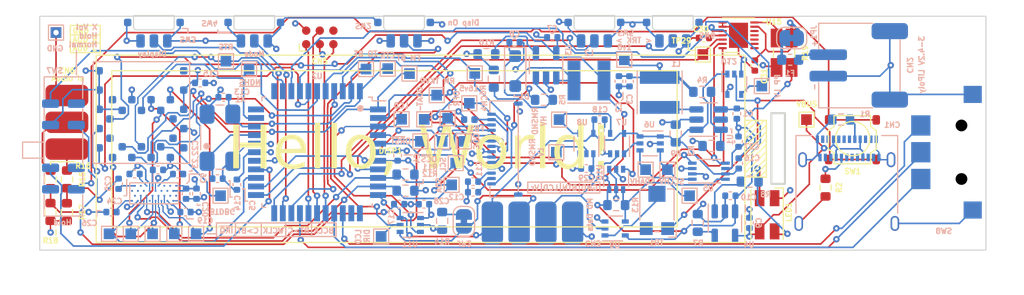
<source format=kicad_pcb>
(kicad_pcb (version 20221018) (generator pcbnew)
  (layers (0 "F.Cu" signal) (1 "In1.Cu" signal) (2 "In2.Cu" signal) (31 "B.Cu" signal) (34 "B.Paste" user) (35 "F.Paste" user) (36 "B.SilkS" user "B.Silkscreen") (37 "F.SilkS" user "F.Silkscreen") (38 "B.Mask" user) (39 "F.Mask" user) (44 "Edge.Cuts" user))
  (net 0 "")
  (net 1 "GND")
  (net 2 "+BATT")
  (net 3 "+1V8")
  (net 4 "+16V5")
  (net 5 "VBUS")
  (net 6 "Net-(CN4-Pin_12)")
  (net 7 "Net-(CN4-Pin_13)")
  (net 8 "/OSC2")
  (net 9 "/OSC1")
  (net 10 "VREMOTE")
  (net 11 "Net-(U14-VDDDIG)")
  (net 12 "Net-(U14-DACREF)")
  (net 13 "Net-(U14-VMID)")
  (net 14 "Net-(U14-VREF)")
  (net 15 "Net-(U14-MIC1_P{slash}DMIC1CLK)")
  (net 16 "AUDIO_IN_L")
  (net 17 "Net-(U14-MIC2_P{slash}DMIC2CLK)")
  (net 18 "AUDIO_IN_R")
  (net 19 "Net-(U15-REG)")
  (net 20 "RAW_BATT+")
  (net 23 "Net-(CN1-CC1)")
  (net 31 "Net-(CN1-CC2)")
  (net 37 "Net-(CN2-Pin_1)")
  (net 38 "FROM_MD")
  (net 39 "TO_MD")
  (net 40 "GNDA")
  (net 41 "OLED_FR")
  (net 42 "OLED_~{CS}")
  (net 43 "OLED_~{RESET}")
  (net 44 "OLED_DC")
  (net 45 "OLED_SCLK")
  (net 46 "OLED_DATA")
  (net 47 "~{MCLR}{slash}Vpp")
  (net 48 "ICSPDAT")
  (net 49 "ICSPCLK")
  (net 51 "Net-(JP1-A)")
  (net 52 "Net-(JP2-A)")
  (net 53 "Net-(U1-SW)")
  (net 54 "Net-(LED1-A1)")
  (net 55 "Net-(U4-PROG)")
  (net 56 "Net-(U4-STAT)")
  (net 57 "16V5_EN")
  (net 58 "I2C_SCL")
  (net 59 "I2C_SDA")
  (net 60 "BTN_PLAYPAUSE_HV")
  (net 61 "BTN_DISPLAY_ON")
  (net 62 "BTN_DISPLAY")
  (net 63 "BTN_MODE")
  (net 64 "BTN_TRK_BCK")
  (net 65 "BTN_TRK_FWD")
  (net 67 "HOLD_ALL")
  (net 68 "HOLD_XCPT_VOL")
  (net 71 "BTN_VOL_UP")
  (net 72 "BTN_VOL_DOWN")
  (net 73 "BTN_VOL_PRESS")
  (net 74 "/TX_DBG")
  (net 75 "BTN_PLAYPAUSE_LV")
  (net 76 "CODEC_~{IRQ}")
  (net 77 "REMOTE_TAKEOVER")
  (net 78 "REMOTE_SEND")
  (net 79 "MD_LCD")
  (net 80 "MD_LCD_DIR")
  (net 81 "/HCI_~{SHUTD}")
  (net 82 "/HCI_RTS")
  (net 83 "/HCI_CTS")
  (net 84 "/HCI_TO_BT")
  (net 85 "/HCI_FROM_BT")
  (net 86 "/I2S_WCLK")
  (net 87 "/I2S_BCLK")
  (net 88 "/I2S_TO_CODEC")
  (net 89 "/I2C_FROM_CODEC")
  (net 90 "~{BATT_ALERT}")
  (net 95 "/BT_SLOW_CLK")
  (net 96 "Net-(U6-B)")
  (net 116 "/Power + Charging/FG_KEVIN_POS")
  (net 117 "/Power + Charging/FG_KELVIN_NEG")
  (net 123 "/IO/I2C_SCL_HV")
  (net 124 "/IO/I2C_SDA_HV")
  (net 125 "/UI/PLAYPAUSE_HOLD")
  (net 126 "/IO/REMOTE_SEND_HV")
  (net 127 "/Power + Charging/16V5_SW")
  (net 128 "/Power + Charging/1V8_FB")
  (net 129 "/Power + Charging/16V5_FB")
  (net 130 "/IO/AUD_IN_L_LINE")
  (net 131 "/IO/AUD_IN_R_LINE")
  (net 132 "/IO/REMOTE_TAKEOVER_HV")
  (net 133 "/IO/PLAYPAUSE_TR")
  (footprint "Package_DFN_QFN:TDFN-14-1EP_3x3mm_P0.4mm_EP1.78x2.35mm" (layer "F.Cu") (at 173.482 110.998 180)
    (fp_text reference "U15")
    (fp_text value "MAX17260")
  )
  (footprint "Resistor_SMD:R_0603_1608Metric" (layer "F.Cu") (at 109.209316 127.494971 -90)
    (fp_text reference "R18")
    (fp_text value "100")
  )
  (footprint "TestPoint:TestPoint_Pad_1.0x1.0mm" (layer "F.Cu") (at 179.832 118.872 180)
    (fp_text reference "TP3" hide)
    (fp_text value "VBUS")
  )
  (footprint "LED_SMD:LED_RGB_Wuerth-PLCC4_3.2x2.8mm_150141M173100" (layer "F.Cu") (at 176.152987 127.762 -90)
    (fp_text reference "LED1")
    (fp_text value "Charge Status")
  )
  (footprint "bt-md-remote:ESWITCH-TL3315" (layer "F.Cu") (at 184.15 120.65)
    (fp_text reference "SW1")
    (fp_text value "Play/Pause")
  )
  (footprint "Resistor_SMD:R_0603_1608Metric" (layer "F.Cu") (at 109.22 124.46 90)
    (fp_text reference "R16")
    (fp_text value "10k")
  )
  (footprint "Resistor_SMD:R_0603_1608Metric" (layer "F.Cu") (at 181.61 125.222 -90)
    (fp_text reference "R2")
    (fp_text value "5.1k")
  )
  (footprint "Capacitor_SMD:C_0402_1005Metric" (layer "F.Cu") (at 175.006 113.82 -90)
    (fp_text reference "C31")
    (fp_text value "0.1uF")
  )
  (footprint "Resistor_SMD:R_0603_1608Metric" (layer "F.Cu") (at 110.750638 124.452805 -90)
    (fp_text reference "R15")
    (fp_text value "10k")
  )
  (footprint "Capacitor_SMD:C_0402_1005Metric" (layer "F.Cu") (at 170.250414 111.247295)
    (fp_text reference "C30")
    (fp_text value "0.47uF")
  )
  (footprint "Resistor_SMD:R_0603_1608Metric" (layer "F.Cu") (at 110.744 127.508 -90)
    (fp_text reference "R17")
    (fp_text value "100")
  )
  (footprint "Resistor_SMD:R_Shunt_Ohmite_LVK12" (layer "F.Cu") (at 177.738 112.627 180)
    (fp_text reference "R19")
    (fp_text value "10m")
  )
  (footprint "TestPoint:TestPoint_Pad_1.0x1.0mm" (layer "F.Cu") (at 170.151616 112.790424)
    (fp_text reference "TP29")
    (fp_text value "Battery Alert")
  )
  (footprint "bt-md-remote:3WIRES" (layer "F.Cu") (at 104.744 119.126 90)
    (fp_text reference "CN6")
    (fp_text value "Audio In" hide)
  )
  (footprint "bt-md-remote:FUTABA-ELW2106AA" (layer "F.Cu") (at 142.978347 108.6)
    (fp_text reference "DISP1")
    (fp_text value "Futaba ELW2106AA")
  )
  (footprint "Connector:Tag-Connect_TC2030-IDC-NL_2x03_P1.27mm_Vertical" (layer "F.Cu") (at 134.366 111.197077)
    (fp_text reference "CN5")
    (fp_text value "ICSP")
  )
  (footprint "Capacitor_SMD:C_0402_1005Metric" (layer "B.Cu") (at 174.498 128.524 -90)
    (fp_text reference "C9")
    (fp_text value "4.7uF")
  )
  (footprint "bt-md-remote:PANASONIC-PAN1326C2" (layer "B.Cu") (at 117.707375 109.712 180)
    (fp_text reference "U13" hide)
    (fp_text value "PAN1326C2")
  )
  (footprint "Capacitor_SMD:C_0402_1005Metric" (layer "B.Cu") (at 121.875895 125.795088 -90)
    (fp_text reference "C6")
    (fp_text value "0.1uF")
  )
  (footprint "bt-md-remote:JST-S2B-PH-SM4-TB" (layer "B.Cu") (at 187.614 117.008 90)
    (fp_text reference "CN2")
    (fp_text value "Battery")
  )
  (footprint "TestPoint:TestPoint_Pad_1.0x1.0mm" (layer "B.Cu") (at 145.288 116.586 180)
    (fp_text reference "TP16" hide)
    (fp_text value "Remote Takeover")
  )
  (footprint "TestPoint:TestPoint_Pad_1.0x1.0mm" (layer "B.Cu") (at 146.683219 124.969277 180)
    (fp_text reference "TP9" hide)
    (fp_text value "I2C SDA")
  )
  (footprint "Capacitor_SMD:C_0402_1005Metric" (layer "B.Cu") (at 114.907 127.508 180)
    (fp_text reference "C26")
    (fp_text value "1uF")
  )
  (footprint "Capacitor_SMD:C_0402_1005Metric" (layer "B.Cu") (at 117.066 123.952 180)
    (fp_text reference "C24")
    (fp_text value "1uF")
  )
  (footprint "TestPoint:TestPoint_Pad_1.0x1.0mm" (layer "B.Cu") (at 148.844 114.554 180)
    (fp_text reference "TP10" hide)
    (fp_text value "OLED SCLK")
  )
  (footprint "Capacitor_SMD:C_0402_1005Metric" (layer "B.Cu") (at 125.377 116.779135 180)
    (fp_text reference "C13")
    (fp_text value "22pF")
  )
  (footprint "TestPoint:TestPoint_Pad_1.0x1.0mm" (layer "B.Cu") (at 138.684 114.149667 180)
    (fp_text reference "TP23" hide)
    (fp_text value "HCI Data In")
  )
  (footprint "TestPoint:TestPoint_Pad_1.0x1.0mm" (layer "B.Cu") (at 146.304 118.745 180)
    (fp_text reference "TP14" hide)
    (fp_text value "OLED Frame Sync")
  )
  (footprint "TestPoint:TestPoint_Pad_1.0x1.0mm" (layer "B.Cu") (at 175.659217 115.738728 -90)
    (fp_text reference "TP6" hide)
    (fp_text value "Play/Pause LV")
  )
  (footprint "TestPoint:TestPoint_Pad_1.0x1.0mm" (layer "B.Cu") (at 122.809 129.54)
    (fp_text reference "TP26" hide)
    (fp_text value "I2S Bit Clock")
  )
  (footprint "TestPoint:TestPoint_Pad_1.0x1.0mm" (layer "B.Cu") (at 125.603 113.411 180)
    (fp_text reference "TP21" hide)
    (fp_text value "HCI RTS")
  )
  (footprint "TestPoint:TestPoint_THTPad_1.0x1.0mm_Drill0.5mm" (layer "B.Cu") (at 109.728 110.744 180)
    (fp_text reference "TP2" hide)
    (fp_text value "GND")
  )
  (footprint "Fuse:Fuse_0603_1608Metric" (layer "B.Cu") (at 178.308 113.284 180)
    (fp_text reference "F1")
    (fp_text value "80mA Hold")
  )
  (footprint "Capacitor_SMD:C_0402_1005Metric" (layer "B.Cu") (at 173.323252 118.312832 90)
    (fp_text reference "C1")
    (fp_text value "4.7uF")
  )
  (footprint "Package_TO_SOT_SMD:SOT-363_SC-70-6" (layer "B.Cu") (at 162.052 124.46 -90)
    (fp_text reference "U10")
    (fp_text value "74LVCH1T45GW")
  )
  (footprint "Capacitor_SMD:C_0402_1005Metric" (layer "B.Cu") (at 123.19 115.443)
    (fp_text reference "C15")
    (fp_text value "0.1uF")
  )
  (footprint "TestPoint:TestPoint_Pad_1.0x1.0mm" (layer "B.Cu") (at 125.095 125.984 180)
    (fp_text reference "TP1" hide)
    (fp_text value "BT Debug")
  )
  (footprint "Capacitor_SMD:C_0402_1005Metric" (layer "B.Cu") (at 122.85303 125.793209 90)
    (fp_text reference "C20")
    (fp_text value "1uF")
  )
  (footprint "bt-md-remote:CUI-TS22" (layer "B.Cu") (at 128.25 116.521047)
    (fp_text reference "SW4")
    (fp_text value "Mode")
    (fp_poly (pts (xy -1.9 -7.375) (xy 1.9 -7.375) (arc (start 1.9 -6.325) (mid 1.812132 -6.112868) (end 1.6 -6.025)) (arc (start -1.6 -6.025) (mid -1.812132 -6.112868) (end -1.9 -6.325))) (stroke (width 0.1)) (fill none) (layer "Edge.Cuts"))
  )
  (footprint "bt-md-remote:CUI-TS22" (layer "B.Cu") (at 160.02 116.521047)
    (fp_text reference "SW5")
    (fp_text value "Track Back")
    (fp_poly (pts (xy -1.9 -7.375) (xy 1.9 -7.375) (arc (start 1.9 -6.325) (mid 1.812132 -6.112868) (end 1.6 -6.025)) (arc (start -1.6 -6.025) (mid -1.812132 -6.112868) (end -1.9 -6.325))) (stroke (width 0.1)) (fill none) (layer "Edge.Cuts"))
  )
  (footprint "Package_TO_SOT_SMD:SOT-353_SC-70-5" (layer "B.Cu") (at 159.271797 121.110714 90)
    (fp_text reference "U8")
    (fp_text value "SN74AUP1T34DCK")
  )
  (footprint "bt-md-remote:CUI-TS22" (layer "B.Cu") (at 167.343699 116.521047)
    (fp_text reference "SW6")
    (fp_text value "Track Forward")
    (fp_poly (pts (xy -1.9 -7.375) (xy 1.9 -7.375) (arc (start 1.9 -6.325) (mid 1.812132 -6.112868) (end 1.6 -6.025)) (arc (start -1.6 -6.025) (mid -1.812132 -6.112868) (end -1.9 -6.325))) (stroke (width 0.1)) (fill none) (layer "Edge.Cuts"))
  )
  (footprint "TestPoint:TestPoint_Pad_1.0x1.0mm" (layer "B.Cu") (at 164.803408 123.549258 180)
    (fp_text reference "TP32" hide)
    (fp_text value "I2C SDA HV")
  )
  (footprint "Capacitor_SMD:C_0402_1005Metric" (layer "B.Cu") (at 148.687298 125.65251 180)
    (fp_text reference "C12")
    (fp_text value "0.1uF")
  )
  (footprint "TestPoint:TestPoint_Pad_1.0x1.0mm" (layer "B.Cu") (at 127.762 114.173 180)
    (fp_text reference "TP20" hide)
    (fp_text value "HCI Shutdown")
  )
  (footprint "Capacitor_SMD:C_0402_1005Metric" (layer "B.Cu") (at 141.781496 126.768718 180)
    (fp_text reference "C17")
    (fp_text value "0.1uF")
  )
  (footprint "Capacitor_SMD:C_0402_1005Metric" (layer "B.Cu") (at 148.687298 124.665184 180)
    (fp_text reference "C11")
    (fp_text value "0.1uF")
  )
  (footprint "Resistor_SMD:R_0603_1608Metric" (layer "B.Cu") (at 150.622 115.058847 -90)
    (fp_text reference "R6")
    (fp_text value "8.2k")
  )
  (footprint "TestPoint:TestPoint_Pad_1.0x1.0mm" (layer "B.Cu") (at 143.764 120.904 180)
    (fp_text reference "TP15" hide)
    (fp_text value "OLED Reset")
  )
  (footprint "Package_TO_SOT_SMD:SOT-353_SC-70-5" (layer "B.Cu") (at 162.138027 121.110714 90)
    (fp_text reference "U7")
    (fp_text value "74LVC1G66")
  )
  (footprint "Package_TO_SOT_SMD:SOT-363_SC-70-6" (layer "B.Cu") (at 142.820013 128.714618 180)
    (fp_text reference "U11")
    (fp_text value "74LVCH1T45GW")
  )
  (footprint "TestPoint:TestPoint_Pad_1.0x1.0mm" (layer "B.Cu") (at 166.837709 123.549258 180)
    (fp_text reference "TP31" hide)
    (fp_text value "I2C SCL HV")
  )
  (footprint "Inductor_SMD:L_Taiyo-Yuden_NR-40xx" (layer "B.Cu") (at 166.116 116.332 90)
    (fp_text reference "L1")
    (fp_text value "2.2uH 42mOhm")
  )
  (footprint "Connector_USB:USB_C_Receptacle_Amphenol_12401610E4-2A" (layer "B.Cu") (at 183.598 125.73 180)
    (fp_text reference "CN1")
    (fp_text value "USB-C Charging Input")
  )
  (footprint "Resistor_SMD:R_0603_1608Metric" (layer "B.Cu") (at 167.613245 120.172443 -90)
    (fp_text reference "R9")
    (fp_text value "100k")
  )
  (footprint "Resistor_SMD:R_0603_1608Metric" (layer "B.Cu") (at 142.377135 125.515285)
    (fp_text reference "R12")
    (fp_text value "10k")
  )
  (footprint "TestPoint:TestPoint_Pad_1.0x1.0mm" (layer "B.Cu") (at 156.464 121.92 -90)
    (fp_text reference "TP17" hide)
    (fp_text value "Remote Send")
  )
  (footprint "Package_TO_SOT_SMD:SOT-23-5" (layer "B.Cu") (at 155.504739 113.792 90)
    (fp_text reference "U3")
    (fp_text value "AP3012")
  )
  (footprint "bt-md-remote:ABRACON-ABMM2" (layer "B.Cu") (at 126.238 122.764 90)
    (fp_text reference "X1")
    (fp_text value "7.3728MHz")
  )
  (footprint "Capacitor_SMD:C_0402_1005Metric" (layer "B.Cu") (at 172.72 125.984)
    (fp_text reference "C10")
    (fp_text value "4.7uF")
  )
  (footprint "Capacitor_SMD:C_0402_1005Metric" (layer "B.Cu") (at 144.101727 126.77653)
    (fp_text reference "C28")
    (fp_text value "0.1uF")
  )
  (footprint "Capacitor_SMD:C_0402_1005Metric" (layer "B.Cu") (at 163.29494 115.294305 90)
    (fp_text reference "C3")
    (fp_text value "10uF")
  )
  (footprint "TestPoint:TestPoint_Pad_1.0x1.0mm" (layer "B.Cu") (at 140.097399 129.790719)
    (fp_text reference "TP19" hide)
    (fp_text value "LCD Direction")
  )
  (footprint "Capacitor_SMD:C_0402_1005Metric" (layer "B.Cu") (at 121.131167 123.95823)
    (fp_text reference "C22" hide)
    (fp_text value "1uF")
  )
  (footprint "Jumper:SolderJumper-2_P1.3mm_Bridged_RoundedPad1.0x1.5mm" (layer "B.Cu") (at 147.828 128.382 -90)
    (fp_text reference "JP2")
    (fp_text value "Newer Player")
  )
  (footprint "Resistor_SMD:R_0603_1608Metric" (layer "B.Cu") (at 170.086118 116.280296 180)
    (fp_text reference "R4")
    (fp_text value "200k")
  )
  (footprint "Package_TO_SOT_SMD:SOT-363_SC-70-6" (layer "B.Cu") (at 165.226003 121.095293 180)
    (fp_text reference "U6")
    (fp_text value "MCP4017T-503E")
  )
  (footprint "Capacitor_SMD:C_0402_1005Metric" (layer "B.Cu") (at 141.639627 122.228146 -90)
    (fp_text reference "C4")
    (fp_text value "0.1uF")
  )
  (footprint "bt-md-remote:CK-JS203011JAQN" (layer "B.Cu") (at 110.47 121.38 90)
    (fp_text reference "SW7")
    (fp_text value "Hold")
  )
  (footprint "Package_TO_SOT_SMD:SOT-23-6" (layer "B.Cu") (at 170.688 118.872)
    (fp_text reference "U1")
    (fp_text value "TLV62568DDC")
  )
  (footprint "Capacitor_SMD:C_0402_1005Metric" (layer "B.Cu") (at 126.622189 124.950147 90)
    (fp_text reference "C5")
    (fp_text value "0.1uF")
  )
  (footprint "TestPoint:TestPoint_Pad_1.0x1.0mm" (layer "B.Cu") (at 145.796 120.904 180)
    (fp_text reference "TP12" hide)
    (fp_text value "OLED CS")
  )
  (footprint "TestPoint:TestPoint_Pad_1.0x1.0mm" (layer "B.Cu") (at 147.066 122.936 180)
    (fp_text reference "TP8" hide)
    (fp_text value "I2C SCL")
  )
  (footprint "TestPoint:TestPoint_Pad_1.0x1.0mm" (layer "B.Cu") (at 142.010059 118.836461 180)
    (fp_text reference "TP18" hide)
    (fp_text value "LCD Data")
  )
  (footprint "Capacitor_SMD:C_0402_1005Metric" (layer "B.Cu") (at 124.81878 124.386184)
    (fp_text reference "C14")
    (fp_text value "22pF")
  )
  (footprint "TestPoint:TestPoint_Pad_1.0x1.0mm" (layer "B.Cu") (at 114.681 129.54 180)
    (fp_text reference "TP7" hide)
    (fp_text value "Codec IRQ")
  )
  (footprint "TestPoint:TestPoint_Pad_1.0x1.0mm" (layer "B.Cu") (at 120.777 129.54)
    (fp_text reference "TP27" hide)
    (fp_text value "I2S Data to Codec")
  )
  (footprint "TestPoint:TestPoint_Pad_1.0x1.0mm" (layer "B.Cu") (at 140.716 114.111357 180)
    (fp_text reference "TP22" hide)
    (fp_text value "HCI CTS")
  )
  (footprint "Package_TO_SOT_SMD:SOT-353_SC-70-5" (layer "B.Cu") (at 173.086 115.57 -90)
    (fp_text reference "U12")
    (fp_text value "SN74AUP1T34DCK")
  )
  (footprint "Capacitor_SMD:C_0402_1005Metric" (layer "B.Cu") (at 115.57 124.869 90)
    (fp_text reference "C25")
    (fp_text value "1uF")
  )
  (footprint "Jumper:SolderJumper-2_P1.3mm_Bridged_RoundedPad1.0x1.5mm" (layer "B.Cu") (at 178.45 111.252)
    (fp_text reference "JP1")
    (fp_text value "Current Measurement")
  )
  (footprint "TestPoint:TestPoint_Pad_1.0x1.0mm" (layer "B.Cu") (at 116.713 129.54 180)
    (fp_text reference "TP28" hide)
    (fp_text value "I2S Data from Codec")
  )
  (footprint "TestPoint:TestPoint_Pad_1.0x1.0mm" (layer "B.Cu") (at 148.336 117.348 180)
    (fp_text reference "TP5" hide)
    (fp_text value "+16.5v")
  )
  (footprint "Resistor_SMD:R_0603_1608Metric" (layer "B.Cu") (at 170.948336 121.332479)
    (fp_text reference "R3")
    (fp_text value "100k")
  )
  (footprint "bt-md-remote:SFE-COM-08184" (layer "B.Cu") (at 194.31 121.92 90)
    (fp_text reference "SW8")
    (fp_text value "Volume")
  )
  (footprint "Package_TO_SOT_SMD:SOT-353_SC-70-5" (layer "B.Cu") (at 161.954193 129.041245)
    (fp_text reference "U9")
    (fp_text value "74LVC1G66")
  )
  (footprint "Capacitor_SMD:C_0402_1005Metric" (layer "B.Cu") (at 159.258 123.444)
    (fp_text reference "C29")
    (fp_text value "0.1uF")
  )
  (footprint "Resistor_SMD:R_0603_1608Metric" (layer "B.Cu") (at 155.309174 117.02479 180)
    (fp_text reference "R5")
    (fp_text value "100k")
  )
  (footprint "bt-md-remote:DIALOG-DA7218" (layer "B.Cu") (at 121.363276 125.987369 180)
    (fp_text reference "U14" hide)
    (fp_text value "DA7218")
  )
  (footprint "Resistor_SMD:R_0603_1608Metric" (layer "B.Cu") (at 162.06255 126.856896 180)
    (fp_text reference "R13")
    (fp_text value "100k")
  )
  (footprint "bt-md-remote:QFP-44_10x10_Pitch0.8mm" (layer "B.Cu") (at 134.112 121.92 180)
    (fp_text reference "U2")
    (fp_text value "PIC18(L)F47LK42")
  )
  (footprint "TestPoint:TestPoint_Pad_1.0x1.0mm" (layer "B.Cu") (at 162.814 113.284 180)
    (fp_text reference "TP4" hide)
    (fp_text value "+1.8v")
  )
  (footprint "Resistor_SMD:R_0603_1608Metric" (layer "B.Cu") (at 183.071 118.872 180)
    (fp_text reference "R1")
    (fp_text value "5.1k")
  )
  (footprint "TestPoint:TestPoint_Pad_1.0x1.0mm" (layer "B.Cu") (at 144.121515 118.848146 180)
    (fp_text reference "TP11" hide)
    (fp_text value "OLED Data")
  )
  (footprint "Resistor_SMD:R_0603_1608Metric" (layer "B.Cu") (at 149.932925 112.759221)
    (fp_text reference "R10")
    (fp_text value "100k")
  )
  (footprint "Diode_SMD:D_SOD-123F" (layer "B.Cu") (at 152.623264 114.339804 -90)
    (fp_text reference "D1")
    (fp_text value "1N5819")
  )
  (footprint "Resistor_SMD:R_0603_1608Metric" (layer "B.Cu") (at 142.377135 124.00472)
    (fp_text reference "R11")
    (fp_text value "10k")
  )
  (footprint "Package_SO:VSSOP-8_2.3x2mm_P0.5mm" (layer "B.Cu") (at 170.714 123.694)
    (fp_text reference "U5")
    (fp_text value "TXS0102DCU")
  )
  (footprint "bt-md-remote:CUI-TS22" (layer "B.Cu") (at 142.24 116.521047)
    (fp_text reference "SW2")
    (fp_text value "Display On")
    (fp_poly (pts (xy -1.9 -7.375) (xy 1.9 -7.375) (arc (start 1.9 -6.325) (mid 1.812132 -6.112868) (end 1.6 -6.025)) (arc (start -1.6 -6.025) (mid -1.812132 -6.112868) (end -1.9 -6.325))) (stroke (width 0.1)) (fill none) (layer "Edge.Cuts"))
  )
  (footprint "Capacitor_SMD:C_0402_1005Metric" (layer "B.Cu") (at 173.482 120.932 -90)
    (fp_text reference "C27")
    (fp_text value "0.1uF")
  )
  (footprint "Capacitor_SMD:C_0402_1005Metric" (layer "B.Cu") (at 121.821 127.508 180)
    (fp_text reference "C19")
    (fp_text value "1uF")
  )
  (footprint "Resistor_SMD:R_0603_1608Metric" (layer "B.Cu") (at 145.796 128.333 -90)
    (fp_text reference "R14")
    (fp_text value "100k")
  )
  (footprint "Capacitor_SMD:C_0402_1005Metric" (layer "B.Cu") (at 152.555 111.63742 180)
    (fp_text reference "C8")
    (fp_text value "1uF")
  )
  (footprint "TestPoint:TestPoint_Pad_1.0x1.0mm" (layer "B.Cu") (at 142.748 114.57486 180)
    (fp_text reference "TP24" hide)
    (fp_text value "HCI Data Out")
  )
  (footprint "Capacitor_SMD:C_0402_1005Metric" (layer "B.Cu") (at 162.312575 115.291387 90)
    (fp_text reference "C2")
    (fp_text value "10uF")
  )
  (footprint "TestPoint:TestPoint_Pad_1.0x1.0mm" (layer "B.Cu") (at 118.745 129.54 180)
    (fp_text reference "TP25" hide)
    (fp_text value "I2S Word Clock")
  )
  (footprint "Potentiometer_SMD:Potentiometer_Bourns_TC33X_Vertical" (layer "B.Cu") (at 165.862 127.254 90)
    (fp_text reference "TR1")
    (fp_text value "20k")
  )
  (footprint "Resistor_SMD:R_0603_1608Metric" (layer "B.Cu") (at 174.528022 124.663919 180)
    (fp_text reference "R8")
    (fp_text value "604")
  )
  (footprint "TestPoint:TestPoint_Pad_1.0x1.0mm" (layer "B.Cu") (at 147.828 120.904 180)
    (fp_text reference "TP13" hide)
    (fp_text value "OLED D/C")
  )
  (footprint "bt-md-remote:4WIRES" (layer "B.Cu") (at 152.988 134.524)
    (fp_text reference "CN3")
    (fp_text value "Remote I/O")
  )
  (footprint "Capacitor_SMD:C_0402_1005Metric" (layer "B.Cu") (at 156.081613 111.190866)
    (fp_text reference "C7")
    (fp_text value "1uF")
  )
  (footprint "TestPoint:TestPoint_Pad_1.0x1.0mm" (layer "B.Cu") (at 168.91 125.984 180)
    (fp_text reference "TP30" hide)
    (fp_text value "Remote Takeover HV")
  )
  (footprint "Resistor_SMD:R_0603_1608Metric" (layer "B.Cu") (at 169.672 128.524 -90)
    (fp_text reference "R7")
    (fp_text value "10k")
  )
  (footprint "Package_TO_SOT_SMD:SOT-23-5" (layer "B.Cu") (at 172.212 128.580513 -90)
    (fp_text reference "U4")
    (fp_text value "MCP73831-2-OT")
  )
  (footprint "Inductor_SMD:L_0402_1005Metric" (layer "B.Cu") (at 148.336 118.872)
    (fp_text reference "FB1")
    (fp_text value "1k @ 100MHz")
  )
  (footprint "Inductor_SMD:L_Taiyo-Yuden_NR-40xx" (layer "B.Cu") (at 159.514446 115.228948 180)
    (fp_text reference "L2")
    (fp_text value "10uH")
  )
  (footprint "Capacitor_SMD:C_0402_1005Metric" (layer "B.Cu") (at 173.502077 122.964 -90)
    (fp_text reference "C16")
    (fp_text value "0.1uF")
  )
  (footprint "TestPoint:TestPoint_Pad_1.0x1.0mm" (layer "B.Cu") (at 156.718 118.872 180)
    (fp_text reference "TP33" hide)
    (fp_text value "Remote Send HV")
  )
  (footprint "Capacitor_SMD:C_0402_1005Metric" (layer "B.Cu") (at 160.5 118.872 180)
    (fp_text reference "C18")
    (fp_text value "0.1uF")
  )
  (footprint "Capacitor_SMD:C_0402_1005Metric" (layer "B.Cu") (at 119.250373 123.571)
    (fp_text reference "C23" hide)
    (fp_text value "1uF")
  )
  (footprint "bt-md-remote:AMPHENOL-F3311A7H121014E200" (layer "B.Cu") (at 150.408 121.623838 -90)
    (fp_text reference "CN4")
    (fp_text value "OLED")
  )
  (footprint "bt-md-remote:CUI-TS22" (layer "B.Cu") (at 118.872 116.521047)
    (fp_text reference "SW3")
    (fp_text value "Display")
    (fp_poly (pts (xy -1.9 -7.375) (xy 1.9 -7.375) (arc (start 1.9 -6.325) (mid 1.812132 -6.112868) (end 1.6 -6.025)) (arc (start -1.6 -6.025) (mid -1.812132 -6.112868) (end -1.9 -6.325))) (stroke (width 0.1)) (fill none) (layer "Edge.Cuts"))
  )
  (gr_line (start 143.002 122.174) (end 142.24 122.174) (stroke (width 0.125)) (layer "B.SilkS"))
  (gr_rect (start 153.797 124.714) (end 160.528 125.73) (stroke (width 0.125)) (fill none) (layer "B.SilkS"))
  (gr_line (start 121.92 128.016) (end 121.92 128.143) (stroke (width 0.125)) (layer "B.SilkS"))
  (gr_line (start 123.19 126.873) (end 122.936 126.873) (stroke (width 0.125)) (layer "B.SilkS"))
  (gr_line (start 121.92 128.143) (end 122.555 128.143) (stroke (width 0.125)) (layer "B.SilkS"))
  (gr_line (start 145.096 121.793) (end 145.096 122.047) (stroke (width 0.125)) (layer "B.SilkS"))
  (gr_line (start 127.381 126.492) (end 127.381 125.349) (stroke (width 0.125)) (layer "B.SilkS"))
  (gr_line (start 162.687 116.332) (end 162.687 116.967) (stroke (width 0.125)) (layer "B.SilkS"))
  (gr_line (start 131.191 128.524) (end 131.191 129.794) (stroke (width 0.125)) (layer "B.SilkS"))
  (gr_line (start 155.067 124.714) (end 155.067 125.73) (stroke (width 0.125)) (layer "B.SilkS"))
  (gr_line (start 124.841 110.744) (end 125.984 110.744) (stroke (width 0.125)) (layer "B.SilkS"))
  (gr_line (start 111.633 112.395) (end 111.633 114.681) (stroke (width 0.125)) (layer "B.SilkS"))
  (gr_line (start 122.047 110.363) (end 121.539 110.363) (stroke (width 0.125)) (layer "B.SilkS"))
  (gr_line (start 122.428 123.698) (end 122.174 123.698) (stroke (width 0.125)) (layer "B.SilkS"))
  (gr_line (start 144.018 124.841) (end 144.018 124.46) (stroke (width 0.125)) (layer "B.SilkS"))
  (gr_line (start 122.047 110.744) (end 122.047 110.363) (stroke (width 0.125)) (layer "B.SilkS"))
  (gr_line (start 113.538 127.381) (end 113.919 127.381) (stroke (width 0.125)) (layer "B.SilkS"))
  (gr_line (start 128.905 128.524) (end 128.905 129.794) (stroke (width 0.125)) (layer "B.SilkS"))
  (gr_line (start 174.117 126.873) (end 174.117 127.508) (stroke (width 0.125)) (layer "B.SilkS"))
  (gr_rect (start 124.714 128.524) (end 135.89 129.794) (stroke (width 0.125)) (fill none) (layer "B.SilkS"))
  (gr_line (start 162.179 110.744) (end 161.798 110.744) (stroke (width 0.125)) (layer "B.SilkS"))
  (gr_line (start 116.332 124.46) (end 116.332 125.984) (stroke (width 0.125)) (layer "B.SilkS"))
  (gr_line (start 127.381 125.349) (end 127.127 125.349) (stroke (width 0.125)) (layer "B.SilkS"))
  (gr_line (start 125.984 124.587) (end 125.984 126.111) (stroke (width 0.125)) (layer "B.SilkS"))
  (gr_line (start 143.637 124.841) (end 143.637 125.095) (stroke (width 0.125)) (layer "B.SilkS"))
  (gr_line (start 125.984 126.111) (end 126.185216 126.111) (stroke (width 0.125)) (layer "B.SilkS"))
  (gr_line (start 122.936 126.873) (end 122.936 126.746) (stroke (width 0.125)) (layer "B.SilkS"))
  (gr_line (start 124.841 110.49) (end 124.841 110.744) (stroke (width 0.125)) (layer "B.SilkS"))
  (gr_line (start 123.063 123.952) (end 122.174 123.952) (stroke (width 0.125)) (layer "B.SilkS"))
  (gr_line (start 143.764 117.602) (end 143.764 117.983) (stroke (width 0.125)) (layer "B.SilkS"))
  (gr_line (start 122.174 123.952) (end 122.174 124.587) (stroke (width 0.125)) (layer "B.SilkS"))
  (gr_line (start 172.847 120.142) (end 172.847 119.761) (stroke (width 0.125)) (layer "B.SilkS"))
  (gr_line (start 116.332 125.984) (end 116.078 125.984) (stroke (width 0.125)) (layer "B.SilkS"))
  (gr_line (start 146.431 117.475) (end 146.685 117.475) (stroke (width 0.125)) (layer "B.SilkS"))
  (gr_line (start 152.527 116.713) (end 152.527 116.586) (stroke (width 0.125)) (layer "B.SilkS"))
  (gr_line (start 156.845 124.714) (end 156.845 125.73) (stroke (width 0.125)) (layer "B.SilkS"))
  (gr_line (start 122.176889 124.6111) (end 121.946989 124.841) (stroke (width 0.125)) (layer "B.SilkS"))
  (gr_line (start 172.847 119.761) (end 172.72 119.761) (stroke (width 0.125)) (layer "B.SilkS"))
  (gr_line (start 113.538 127.889) (end 113.538 127.381) (stroke (width 0.125)) (layer "B.SilkS"))
  (gr_line (start 153.035 116.713) (end 152.527 116.713) (stroke (width 0.125)) (layer "B.SilkS"))
  (gr_line (start 124.714 129.54) (end 123.825 129.54) (stroke (width 0.125)) (layer "B.SilkS"))
  (gr_line (start 162.687 116.967) (end 162.56 117.094) (stroke (width 0.125)) (layer "B.SilkS"))
  (gr_line (start 122.428 123.571) (end 122.428 123.698) (stroke (width 0.125)) (layer "B.SilkS"))
  (gr_line (start 158.623 124.714) (end 158.623 125.73) (stroke (width 0.125)) (layer "B.SilkS"))
  (gr_line (start 133.604 128.524) (end 133.604 129.794) (stroke (width 0.125)) (layer "B.SilkS"))
  (gr_line (start 144.018 124.841) (end 143.637 124.841) (stroke (width 0.125)) (layer "B.SilkS"))
  (gr_line (start 125.857 124.587) (end 125.984 124.587) (stroke (width 0.125)) (layer "B.SilkS"))
  (gr_line (start 146.431 117.856) (end 146.431 117.475) (stroke (width 0.125)) (layer "B.SilkS"))
  (gr_line (start 127.381 126.492) (end 127.635 126.492) (stroke (width 0.125)) (layer "B.SilkS"))
  (gr_line (start 126.492 128.524) (end 126.492 129.794) (stroke (width 0.125)) (layer "B.SilkS"))
  (gr_line (start 111.633 112.903) (end 111.633 114.554) (stroke (width 0.125)) (layer "F.SilkS"))
  (gr_rect (start 111.063896 110.076214) (end 113.857896 112.616214) (stroke (width 0.125)) (fill none) (layer "F.SilkS"))
  (gr_line (start 109.22 122.809) (end 109.22 123.063) (stroke (width 0.125)) (layer "F.SilkS"))
  (gr_line (start 176.022 109.728) (end 175.768 109.728) (stroke (width 0.125)) (layer "F.SilkS"))
  (gr_line (start 168.783 112.395) (end 169.291 112.395) (stroke (width 0.125)) (layer "F.SilkS"))
  (gr_line (start 168.783 111.887) (end 168.783 112.395) (stroke (width 0.125)) (layer "F.SilkS"))
  (gr_line (start 111.063896 110.965214) (end 113.857896 110.965214) (stroke (width 0.125)) (layer "F.SilkS"))
  (gr_line (start 111.506 122.809) (end 109.22 122.809) (stroke (width 0.125)) (layer "F.SilkS"))
  (gr_line (start 109.728 129.667) (end 109.728 129.159) (stroke (width 0.125)) (layer "F.SilkS"))
  (gr_line (start 113.857896 111.727214) (end 111.063896 111.727214) (stroke (width 0.125)) (layer "F.SilkS"))
  (gr_line (start 113.857896 110.965214) (end 113.857896 111.727214) (stroke (width 0.125)) (layer "F.SilkS"))
  (gr_rect (start 108.204 109.22) (end 196.596 131.064) (stroke (width 0.1)) (fill none) (layer "Edge.Cuts"))
  (gr_rect (start 176.547736 118.270612) (end 177.817736 124.874612) (stroke (width 0.2)) (fill none) (layer "Edge.Cuts"))
  (gr_text "SDA" (at 145.796 124.206 90) (layer "B.SilkS") (effects (font (size 0.5 0.5) (thickness 0.125) bold) (justify left bottom mirror)))
  (gr_text "BTDBG" (at 123.980469 127.15891 180) (layer "B.SilkS") (effects (font (size 0.5 0.5) (thickness 0.125) bold) (justify left bottom mirror)))
  (gr_text "3-4.2V LiPoly" (at 190.881 110.998 90) (layer "B.SilkS") (effects (font (size 0.5 0.5) (thickness 0.125) bold) (justify left bottom mirror)))
  (gr_text "< TRK >" (at 165.481 111.76) (layer "B.SilkS") (effects (font (size 0.5 0.5) (thickness 0.125) bold) (justify left bottom mirror)))
  (gr_text "Disp On" (at 149.352 110.109) (layer "B.SilkS") (effects (font (size 0.5 0.5) (thickness 0.125) bold) (justify left bottom mirror)))
  (gr_text "1v8" (at 163.576 112.395) (layer "B.SilkS") (effects (font (size 0.5 0.5) (thickness 0.125) bold) (justify left bottom mirror)))
  (gr_text "RM TKVR" (at 147.066 115.57) (layer "B.SilkS") (effects (font (size 0.5 0.5) (thickness 0.125) bold) (justify left bottom mirror)))
  (gr_text "SCL" (at 146.177 122.301 90) (layer "B.SilkS") (effects (font (size 0.5 0.5) (thickness 0.125) bold) (justify left bottom mirror)))
  (gr_text "ODAT" (at 144.018 115.697 90) (layer "B.SilkS") (effects (font (size 0.5 0.5) (thickness 0.125) bold) (justify left bottom mirror)))
  (gr_text "OFR" (at 147.447 116.078 90) (layer "B.SilkS") (effects (font (size 0.5 0.5) (thickness 0.125) bold) (justify left bottom mirror)))
  (gr_text "GND BTN LCD Vr" (at 160.403124 125.538641) (layer "B.SilkS") (effects (font (size 0.5 0.5) (thickness 0.125) bold) (justify left bottom mirror)))
  (gr_text "TO BT" (at 139.827 113.03) (layer "B.SilkS") (effects (font (size 0.5 0.5) (thickness 0.125) bold) (justify left bottom mirror)))
  (gr_text "Hold" (at 111.252 128.778) (layer "B.SilkS") (effects (font (size 0.5 0.5) (thickness 0.125) bold) (justify left bottom mirror)))
  (gr_text "MD Data" (at 159.893 126.111 90) (layer "B.SilkS") (effects (font (size 0.5 0.5) (thickness 0.125) bold) (justify left bottom mirror)))
  (gr_text "FM BT" (at 143.891 113.411) (layer "B.SilkS") (effects (font (size 0.5 0.5) (thickness 0.125) bold) (justify left bottom mirror)))
  (gr_text "-         +" (at 180.34 116.205 270) (layer "B.SilkS") (effects (font (size 0.5 0.5) (thickness 0.125) bold) (justify left bottom mirror)))
  (gr_text "BCLK BT>C WCLK C>BT ~{IRQ}" (at 135.763 129.54) (layer "B.SilkS") (effects (font (size 0.5 0.5) (thickness 0.125) bold) (justify left bottom mirror)))
  (gr_text "RMSND\nHV" (at 155.575 118.999 90) (layer "B.SilkS") (effects (font (size 0.5 0.5) (thickness 0.125) bold) (justify bottom mirror)))
  (gr_text "RTS" (at 126.365 112.395) (layer "B.SilkS") (effects (font (size 0.5 0.5) (thickness 0.125) bold) (justify left bottom mirror)))
  (gr_text "LCD\nDIR" (at 139.065 129.032 90) (layer "B.SilkS") (effects (font (size 0.5 0.5) (thickness 0.125) bold) (justify left bottom mirror)))
  (gr_text "O~{RST}" (at 142.95239 121.177775) (layer "B.SilkS") (effects (font (size 0.5 0.5) (thickness 0.125) bold) (justify left bottom mirror)))
  (gr_text "~{SHDN}" (at 126.746 115.062 180) (layer "B.SilkS") (effects (font (size 0.5 0.5) (thickness 0.125) bold) (justify left bottom mirror)))
  (gr_text "RMSND\nLV" (at 155.321 121.92 90) (layer "B.SilkS") (effects (font (size 0.5 0.5) (thickness 0.125) bold) (justify bottom mirror)))
  (gr_text "PP LV" (at 177.419 114.554 90) (layer "B.SilkS") (effects (font (size 0.5 0.5) (thickness 0.125) bold) (justify left bottom mirror)))
  (gr_text "Mode" (at 129.286 113.03) (layer "B.SilkS") (effects (font (size 0.5 0.5) (thickness 0.125) bold) (justify left bottom mirror)))
  (gr_text "GND" (at 110.49 112.522) (layer "B.SilkS") (effects (font (size 0.5 0.5) (thickness 0.125) bold) (justify left bottom mirror)))
  (gr_text "O~{CS}" (at 145.399564 122.873276) (layer "B.SilkS") (effects (font (size 0.5 0.5) (thickness 0.125) bold) (justify left bottom mirror)))
  (gr_text "SCLHV" (at 168.506337 124.957364) (layer "B.SilkS") (effects (font (size 0.5 0.5) (thickness 0.125) bold) (justify left bottom mirror)))
  (gr_text "Display" (at 120.142 113.03) (layer "B.SilkS") (effects (font (size 0.5 0.5) (thickness 0.125) bold) (justify left bottom mirror)))
  (gr_text "C22,23" (at 123.022997 120.712911 90) (layer "B.SilkS") (effects (font (size 0.5 0.5) (thickness 0.125) bold) (justify left bottom mirror)))
  (gr_text "16v5" (at 149.283226 116.25511) (layer "B.SilkS") (effects (font (size 0.5 0.5) (thickness 0.125) bold) (justify left bottom mirror)))
  (gr_text "SDAHV" (at 165.796497 124.947248) (layer "B.SilkS") (effects (font (size 0.5 0.5) (thickness 0.125) bold) (justify left bottom mirror)))
  (gr_text "LCD" (at 142.748 117.856) (layer "B.SilkS") (effects (font (size 0.5 0.5) (thickness 0.125) bold) (justify left bottom mirror)))
  (gr_text "CTS" (at 141.478 113.157) (layer "B.SilkS") (effects (font (size 0.5 0.5) (thickness 0.125) bold) (justify left bottom mirror)))
  (gr_text "X Vol\nHold\nNormal" (at 113.665 112.141) (layer "B.SilkS") (effects (font (size 0.5 0.5) (thickness 0.125) bold) (justify left bottom mirror)))
  (gr_text "ODC" (at 149.293565 120.057992 90) (layer "B.SilkS") (effects (font (size 0.5 0.5) (thickness 0.125) bold) (justify left bottom mirror)))
  (gr_text "Audio In\n" (at 109.22 115.316) (layer "F.SilkS") (effects (font (size 0.5 0.5) (thickness 0.125) bold) (justify left bottom)))
  (gr_text "GND\nAUD R\nAUD L" (at 111.190896 112.489214) (layer "F.SilkS") (effects (font (size 0.5 0.5) (thickness 0.125) bold) (justify left bottom)))
  (gr_text "VBUS" (at 178.816 117.729) (layer "F.SilkS") (effects (font (size 0.5 0.5) (thickness 0.125) bold) (justify left bottom)))
  (segment (start 169.143305 111.247295) (end 167.894 112.4966) (width 0.1524) (layer "F.Cu") (net 1))
  (segment (start 109.209316 128.319971) (end 109.209316 129.402316) (width 0.127) (layer "F.Cu") (net 1))
  (segment (start 173.482 110.998) (end 172.682 110.198) (width 0.127) (layer "F.Cu") (net 1))
  (segment (start 181.61 126.047) (end 181.61 126.068) (width 0.127) (layer "F.Cu") (net 1))
  (segment (start 173.482 112.776) (end 173.99 113.284) (width 0.1524) (layer "F.Cu") (net 1))
  (segment (start 173.482 110.998) (end 173.482 112.776) (width 0.1524) (layer "F.Cu") (net 1))
  (segment (start 177.572 126.212) (end 178.308 125.476) (width 0.1524) (layer "F.Cu") (net 1))
  (segment (start 110.744 128.333) (end 109.222345 128.333) (width 0.127) (layer "F.Cu") (net 1))
  (segment (start 109.728 115.61) (end 109.728 110.744) (width 0.1524) (layer "F.Cu") (net 1))
  (segment (start 181.61 126.068) (end 179.108 128.57) (width 0.1524) (layer "F.Cu") (net 1))
  (segment (start 110.744 116.626) (end 109.728 115.61) (width 0.127) (layer "F.Cu") (net 1))
  (segment (start 176.852987 126.212) (end 177.572 126.212) (width 0.1524) (layer "F.Cu") (net 1))
  (segment (start 175.006 114.3) (end 173.99 113.284) (width 0.1524) (layer "F.Cu") (net 1))
  (segment (start 109.209316 129.402316) (end 109.22 129.413) (width 0.127) (layer "F.Cu") (net 1))
  (segment (start 169.770414 111.247295) (end 169.143305 111.247295) (width 0.1524) (layer "F.Cu") (net 1))
  (segment (start 171.9945 110.198) (end 171.9945 109.798) (width 0.127) (layer "F.Cu") (net 1))
  (segment (start 134.366 111.832077) (end 134.366 112.522) (width 0.1524) (layer "F.Cu") (net 1))
  (segment (start 134.366 112.522) (end 134.62 112.776) (width 0.1524) (layer "F.Cu") (net 1))
  (segment (start 172.682 110.198) (end 171.9945 110.198) (width 0.127) (layer "F.Cu") (net 1))
  (segment (start 109.222345 128.333) (end 109.209316 128.319971) (width 0.127) (layer "F.Cu") (net 1))
  (via (at 144.78 111.506) (size 0.6) (drill 0.254) (layers "F.Cu" "B.Cu") (net 1))
  (via (at 187.706 113.792) (size 0.6) (drill 0.254) (layers "F.Cu" "B.Cu") (net 1))
  (via (at 123.698 111.506) (size 0.6) (drill 0.254) (layers "F.Cu" "B.Cu") (net 1))
  (via (at 159.766 129.794) (size 0.6) (drill 0.254) (layers "F.Cu" "B.Cu") (net 1))
  (via (at 116.36728 127.026473) (size 0.6) (drill 0.254) (layers "F.Cu" "B.Cu") (net 1))
  (via (at 154.592578 110.919024) (size 0.6) (drill 0.254) (layers "F.Cu" "B.Cu") (net 1))
  (via (at 148.59 122.047) (size 0.6) (drill 0.254) (layers "F.Cu" "B.Cu") (net 1))
  (via (at 148.082 126.492) (size 0.6) (drill 0.254) (layers "F.Cu" "B.Cu") (net 1))
  (via (at 153.0556 118.11) (size 0.6) (drill 0.254) (layers "F.Cu" "B.Cu") (net 1))
  (via (at 144.96034 129.0495) (size 0.6) (drill 0.254) (layers "F.Cu" "B.Cu") (net 1))
  (via (at 169.199356 120.868644) (size 0.6) (drill 0.254) (layers "F.Cu" "B.Cu") (net 1))
  (via (at 139.954 111.506) (size 0.6) (drill 0.254) (layers "F.Cu" "B.Cu") (net 1))
  (via (at 152.654 114.173) (size 0.6) (drill 0.254) (layers "F.Cu" "B.Cu") (net 1))
  (via (at 162.306 116.586) (size 0.6) (drill 0.254) (layers "F.Cu" "B.Cu") (net 1))
  (via (at 155.956 116.078) (size 0.6) (drill 0.254) (layers "F.Cu" "B.Cu") (net 1))
  (via (at 130.302 112.268) (size 0.6) (drill 0.254) (layers "F.Cu" "B.Cu") (net 1))
  (via (at 152.902394 124.918) (size 0.6) (drill 0.254) (layers "F.Cu" "B.Cu") (net 1))
  (via (at 116.332 111.506) (size 0.6) (drill 0.254) (layers "F.Cu" "B.Cu") (net 1))
  (via (at 142.875 126.77653) (size 0.6) (drill 0.254) (layers "F.Cu" "B.Cu") (net 1))
  (via (at 173.99 113.284) (size 0.6) (drill 0.254) (layers "F.Cu" "B.Cu") (net 1))
  (via (at 142.494 121.793) (size 0.6) (drill 0.254) (layers "F.Cu" "B.Cu") (net 1))
  (via (at 129.794 121.158) (size 0.6) (drill 0.254) (layers "F.Cu" "B.Cu") (net 1))
  (via (at 160.654998 119.888) (size 0.6) (drill 0.254) (layers "F.Cu" "B.Cu") (net 1))
  (via (at 125.095 116.078) (size 0.6) (drill 0.254) (layers "F.Cu" "B.Cu") (net 1))
  (via (at 134.62 112.776) (size 0.6) (drill 0.254) (layers "F.Cu" "B.Cu") (net 1))
  (via (at 147.32 118.11) (size 0.6) (drill 0.254) (layers "F.Cu" "B.Cu") (net 1))
  (via (at 122.979347 114.248753) (size 0.6) (drill 0.254) (layers "F.Cu" "B.Cu") (net 1))
  (via (at 148.082 112.726) (size 0.6) (drill 0.254) (layers "F.Cu" "B.Cu") (net 1))
  (via (at 165.212534 121.158) (size 0.6) (drill 0.254) (layers "F.Cu" "B.Cu") (net 1))
  (via (at 145.796 109.982) (size 0.6) (drill 0.254) (layers "F.Cu" "B.Cu") (net 1))
  (via (at 123.063 127.508) (size 0.6) (drill 0.254) (layers "F.Cu" "B.Cu") (net 1))
  (via (at 160.274 128.016) (size 0.6) (drill 0.254) (layers "F.Cu" "B.Cu") (net 1))
  (via (at 173.482 119.634) (size 0.6) (drill 0.254) (layers "F.Cu" "B.Cu") (net 1))
  (via (at 156.718 109.728) (size 0.6) (drill 0.254) (layers "F.Cu" "B.Cu") (net 1))
  (via (at 162.687 124.4394) (size 0.6) (drill 0.254) (layers "F.Cu" "B.Cu") (net 1))
  (via (at 157.988 123.444) (size 0.6) (drill 0.254) (layers "F.Cu" "B.Cu") (net 1))
  (via (at 117.348 123.19) (size 0.6) (drill 0.254) (layers "F.Cu" "B.Cu") (net 1))
  (via (at 163.576 109.982) (size 0.6) (drill 0.254) (layers "F.Cu" "B.Cu") (net 1))
  (via (at 174.498 127.254) (size 0.6) (drill 0.254) (layers "F.Cu" "B.Cu") (net 1))
  (via (at 109.22 129.413) (size 0.6) (drill 0.254) (layers "F.Cu" "B.Cu") (net 1))
  (via (at 120.396 123.19) (size 0.6) (drill 0.254) (layers "F.Cu" "B.Cu") (net 1))
  (via (at 167.894 112.4966) (size 0.6) (drill 0.254) (layers "F.Cu" "B.Cu") (net 1))
  (via (at 166.37 119.126) (size 0.6) (drill 0.254) (layers "F.Cu" "B.Cu") (net 1))
  (via (at 170.18 126.746) (size 0.6) (drill 0.254) (layers "F.Cu" "B.Cu") (net 1))
  (via (at 122.682 124.46) (size 0.6) (drill 0.254) (layers "F.Cu" "B.Cu") (net 1))
  (via (at 170.434 124.206) (size 0.6) (drill 0.254) (layers "F.Cu" "B.Cu") (net 1))
  (via (at 178.308 125.476) (size 0.6) (drill 0.254) (layers "F.Cu" "B.Cu") (net 1))
  (via (at 112.5014 114.3) (size 0.6) (drill 0.254) (layers "F.Cu" "B.Cu") (net 1))
  (via (at 160.782 121.92) (size 0.6) (drill 0.254) (layers "F.Cu" "B.Cu") (net 1))
  (segment (start 120.407375 123.178625) (end 120.396 123.19) (width 0.127) (layer "B.Cu") (net 1))
  (segment (start 139.36623 109.372277) (end 139.79 109.796047) (width 0.1524) (layer "B.Cu") (net 1))
  (segment (start 169.793699 109.796047) (end 169.793699 110.321047) (width 0.1524) (layer "B.Cu") (net 1))
  (segment (start 124.897 116.779135) (end 124.897 116.276) (width 0.1524) (layer "B.Cu") (net 1))
  (segment (start 122.936 115.344) (end 122.936 115.438099) (width 0.127) (layer "B.Cu") (net 1))
  (segment (start 187.614 113.884) (end 187.706 113.792) (width 0.127) (layer "B.Cu") (net 1))
  (segment (start 158.778 123.444) (end 158.621797 123.287797) (width 0.127) (layer "B.Cu") (net 1))
  (segment (start 170.123336 121.332479) (end 169.659501 120.868644) (width 0.127) (layer "B.Cu") (net 1))
  (segment (start 123.682953 111.521047) (end 123.698 111.506) (width 0.127) (layer "B.Cu") (net 1))
  (segment (start 120.676 126.459) (end 121.252 126.459) (width 0.1143) (layer "B.Cu") (net 1))
  (segment (start 186.69 114.808) (end 187.706 113.792) (width 0.1524) (layer "B.Cu") (net 1))
  (segment (start 161.004193 128.391245) (end 160.649245 128.391245) (width 0.1524) (layer "B.Cu") (net 1))
  (segment (start 116.805477 127.026473) (end 116.36728 127.026473) (width 0.127) (layer "B.Cu") (net 1))
  (segment (start 145.610047 109.796047) (end 145.796 109.982) (width 0.127) (layer "B.Cu") (net 1))
  (segment (start 122.85303 124.63103) (end 122.682 124.46) (width 0.1524) (layer "B.Cu") (net 1))
  (segment (start 175.006 120.980077) (end 175.006 120.396) (width 0.1524) (layer "B.Cu") (net 1))
  (segment (start 186.808 122.62) (end 186.598 122.41) (width 0.127) (layer "B.Cu") (net 1))
  (segment (start 180.402 122.62) (end 180.855 122.167) (width 0.1524) (layer "B.Cu") (net 1))
  (segment (start 157.57 110.321047) (end 158.77 111.521047) (width 0.127) (layer "B.Cu") (net 1))
  (segment (start 149.107925 112.759221) (end 148.115221 112.759221) (width 0.1524) (layer "B.Cu") (net 1))
  (segment (start 162.312575 115.771387) (end 162.312575 116.579425) (width 0.1524) (layer "B.Cu") (net 1))
  (segment (start 122.851151 125.315088) (end 122.85303 125.313209) (width 0.1524) (layer "B.Cu") (net 1))
  (segment (start 120.946 125.054) (end 121.614807 125.054) (width 0.1143) (layer "B.Cu") (net 1))
  (segment (start 117.37295 126.459) (end 116.805477 127.026473) (width 0.127) (layer "B.Cu") (net 1))
  (segment (start 162.312575 115.771387) (end 163.292022 115.771387) (width 0.1524) (layer "B.Cu") (net 1))
  (segment (start 173.502077 122.484) (end 175.006 120.980077) (width 0.1524) (layer "B.Cu") (net 1))
  (segment (start 143.49 111.521047) (end 144.764953 111.521047) (width 0.1524) (layer "B.Cu") (net 1))
  (segment (start 170.172 123.944) (end 170.434 124.206) (width 0.1524) (layer "B.Cu") (net 1))
  (segment (start 174.244 119.634) (end 173.482 119.634) (width 0.1524) (layer "B.Cu") (net 1))
  (segment (start 160.922714 122.060714) (end 160.782 121.92) (width 0.1524) (layer "B.Cu") (net 1))
  (segment (start 143.770013 128.714618) (end 144.625458 128.714618) (width 0.1524) (layer "B.Cu") (net 1))
  (segment (start 145.06884 129.158) (end 144.96034 129.0495) (width 0.127) (layer "B.Cu") (net 1))
  (segment (start 121.322 110.321047) (end 120.122 111.521047) (width 0.1524) (layer "B.Cu") (net 1))
  (segment (start 180.848 122.16) (end 180.848 120.71) (width 0.1524) (layer "B.Cu") (net 1))
  (segment (start 148.207298 125.65251) (end 148.207298 126.366702) (width 0.1524) (layer "B.Cu") (net 1))
  (segment (start 124.897 116.276) (end 125.095 116.078) (width 0.1524) (layer "B.Cu") (net 1))
  (segment (start 148.207298 126.366702) (end 148.082 126.492) (width 0.1524) (layer "B.Cu") (net 1))
  (segment (start 123.584 118.364) (end 123.584 118.092135) (width 0.1524) (layer "B.Cu") (net 1))
  (segment (start 154.86442 111.190866) (end 154.592578 110.919024) (width 0.1524) (layer "B.Cu") (net 1))
  (segment (start 121.657375 116.112) (end 122.425375 115.344) (width 0.1524) (layer "B.Cu") (net 1))
  (segment (start 118.476 125.529) (end 118.47295 125.52595) (width 0.1143) (layer "B.Cu") (net 1))
  (segment (start 152.666911 114.173) (end 153.416 113.423911) (width 0.1524) (layer "B.Cu") (net 1))
  (segment (start 128.412 121.12) (end 127.628 121.12) (width 0.127) (layer "B.Cu") (net 1))
  (segment (start 125.29878 124.386184) (end 125.29878 123.44922) (width 0.1524) (layer "B.Cu") (net 1))
  (segment (start 111.252 116.078) (end 113.723375 116.078) (width 0.1524) (layer "B.Cu") (net 1))
  (segment (start 117.622 111.521047) (end 116.347047 111.521047) (width 0.1524) (layer "B.Cu") (net 1))
  (segment (start 139.812 121.92) (end 141.467773 121.92) (width 0.1524) (layer "B.Cu") (net 1))
  (segment (start 129.756 121.12) (end 129.794 121.158) (width 0.127) (layer "B.Cu") (net 1))
  (segment (start 181.864 114.808) (end 186.69 114.808) (width 0.1524) (layer "B.Cu") (net 1))
  (segment (start 120.676 125.529) (end 121.661983 125.529) (width 0.1524) (layer "B.Cu") (net 1))
  (segment (start 167.613245 119.347443) (end 167.391802 119.126) (width 0.127) (layer "B.Cu") (net 1))
  (segment (start 113.757375 116.112) (end 113.757375 117.912) (width 0.1524) (layer "B.Cu") (net 1))
  (segment (start 117.348 123.19) (end 117.729 123.19) (width 0.1524) (layer "B.Cu") (net 1))
  (segment (start 160.649245 128.391245) (end 160.274 128.016) (width 0.1524) (layer "B.Cu") (net 1))
  (segment (start 157.57 109.796047) (end 156.786047 109.796047) (width 0.127) (layer "B.Cu") (net 1))
  (segment (start 168.088688 118.872) (end 169.5505 118.872) (width 0.1524) (layer "B.Cu") (net 1))
  (segment (start 116.347047 111.521047) (end 116.332 111.506) (width 0.127) (layer "B.Cu") (net 1))
  (segment (start 162.47 109.796047) (end 163.390047 109.796047) (width 0.1524) (layer "B.Cu") (net 1))
  (segment (start 175.006 120.396) (end 174.244 119.634) (width 0.1524) (layer "B.Cu") (net 1))
  (segment (start 173.323252 119.475252) (end 173.482 119.634) (width 0.1524) (layer "B.Cu") (net 1))
  (segment (start 144.625458 128.714618) (end 144.96034 129.0495) (width 0.1524) (layer "B.Cu") (net 1))
  (segment (start 109.22 119.38) (end 110.363 118.237) (width 0.1524) (layer "B.Cu") (net 1))
  (segment (start 169.672 127.699) (end 169.672 127.254) (width 0.1524) (layer "B.Cu") (net 1))
  (segment (start 112.5134 114.312) (end 112.5014 114.3) (width 0.127) (layer "B.Cu") (net 1))
  (segment (start 170.37 128.397) (end 171.831 128.397) (width 0.1524) (layer "B.Cu") (net 1))
  (segment (start 119.730373 123.571) (end 120.015 123.571) (width 0.1524) (layer "B.Cu") (net 1))
  (segment (start 142.449146 121.748146) (end 142.494 121.793) (width 0.1524) (layer "B.Cu") (net 1))
  (segment (start 187.614 113.7) (end 187.706 113.792) (width 0.127) (layer "B.Cu") (net 1))
  (segment (start 162.052 123.8044) (end 162.687 124.4394) (width 0.1524) (layer "B.Cu") (net 1))
  (segment (start 141.467773 121.92) (end 141.639627 121.748146) (width 0.127) (layer "B.Cu") (net 1))
  (segment (start 173.323252 118.792832) (end 173.323252 119.475252) (width 0.1524) (layer "B.Cu") (net 1))
  (segment (start 152.654 114.173) (end 152.666911 114.173) (width 0.1524) (layer "B.Cu") (net 1))
  (segment (start 144.764953 111.521047) (end 144.78 111.506) (width 0.127) (layer "B.Cu") (net 1))
  (segment (start 122.936 115.344) (end 122.936 114.2921) (width 0.1524) (layer "B.Cu") (net 1))
  (segment (start 122.425375 115.344) (end 122.936 115.344) (width 0.127) (layer "B.Cu") (net 1))
  (segment (start 169.672 127.699) (end 170.37 128.397) (width 0.1524) (layer "B.Cu") (net 1))
  (segment (start 121.322 109.796047) (end 121.322 110.321047) (width 0.1524) (layer "B.Cu") (net 1))
  (segment (start 187.614 117.008) (end 187.614 113.884) (width 0.1524) (layer "B.Cu") (net 1))
  (segment (start 121.252 126.459) (end 122.301 127.508) (width 0.1143) (layer "B.Cu") (net 1))
  (segment (start 163.761953 109.796047) (end 163.576 109.982) (width 0.127) (layer "B.Cu") (net 1))
  (segment (start 123.063 127.508) (end 122.301 127.508) (width 0.1524) (layer "B.Cu") (net 1))
  (segment (start 172.24 127.415013) (end 172.212 127.443013) (width 0.127) (layer "B.Cu") (net 1))
  (segment (start 168.593699 111.521047) (end 168.593699 111.796901) (width 0.127) (layer "B.Cu") (net 1))
  (segment (start 188.102 116.52) (end 187.614 117.008) (width 0.127) (layer "B.Cu") (net 1))
  (segment (start 147.851 118.641) (end 147.32 118.11) (width 0.1524) (layer "B.Cu") (net 1))
  (segment (start 118.47295 125.52595) (end 118.47295 124.82295) (width 0.1143) (layer "B.Cu") (net 1))
  (segment (start 181.098 122.41) (end 180.855 122.167) (width 0.1524) (layer "B.Cu") (net 1))
  (segment (start 163.390047 109.796047) (end 163.576 109.982) (width 0.127) (layer "B.Cu") (net 1))
  (segment (start 149.303159 122.373838) (end 148.976321 122.047) (width 0.1524) (layer "B.Cu") (net 1))
  (segment (start 147.851 118.872) (end 147.851 118.641) (width 0.127) (layer "B.Cu") (net 1))
  (segment (start 163.292022 115.771387) (end 163.29494 115.774305) (width 0.127) (layer "B.Cu") (net 1))
  (segment (start 116.586 123.952) (end 117.348 123.19) (width 0.1524) (layer "B.Cu") (net 1))
  (segment (start 180.855 122.167) (end 180.848 122.16) (width 0.127) (layer "B.Cu") (net 1))
  (segment (start 153.416 111.725307) (end 153.328113 111.63742) (width 0.1524) (layer "B.Cu") (net 1))
  (segment (start 174.498 128.044) (end 174.498 127.254) (width 0.127) (layer "B.Cu") (net 1))
  (segment (start 168.593699 111.796901) (end 167.894 112.4966) (width 0.1524) (layer "B.Cu") (net 1))
  (segment (start 167.391802 119.126) (end 166.37 119.126) (width 0.1524) (layer "B.Cu") (net 1))
  (segment (start 125.8 110.321047) (end 127 111.521047) (width 0.1524) (layer "B.Cu") (net 1))
  (segment (start 169.659501 120.868644) (end 169.199356 120.868644) (width 0.127) (layer "B.Cu") (net 1))
  (segment (start 125.29878 123.44922) (end 125.984 122.764) (width 0.1524) (layer "B.Cu") (net 1))
  (segment (start 173.482 120.452) (end 173.482 119.634) (width 0.1524) (layer "B.Cu") (net 1))
  (segment (start 182.246 118.872) (end 180.848 120.27) (width 0.1524) (layer "B.Cu") (net 1))
  (segment (start 148.976321 122.047) (end 148.59 122.047) (width 0.1524) (layer "B.Cu") (net 1))
  (segment (start 127 111.521047) (end 123.713047 111.521047) (width 0.1524) (layer "B.Cu") (net 1))
  (segment (start 169.793699 110.321047) (end 168.593699 111.521047) (width 0.1524) (layer "B.Cu") (net 1))
  (segment (start 150.622 114.233847) (end 150.582551 114.233847) (width 0.127) (layer "B.Cu") (net 1))
  (segment (start 128.412 121.12) (end 129.756 121.12) (width 0.1524) (layer "B.Cu") (net 1))
  (segment (start 116.332 109.886047) (end 116.332 111.506) (width 0.1524) (layer "B.Cu") (net 1))
  (segment (start 131.12377 109.372277) (end 139.36623 109.372277) (width 0.127) (layer "B.Cu") (net 1))
  (segment (start 121.657375 114.312) (end 122.9161 114.312) (width 0.1524) (layer "B.Cu") (net 1))
  (segment (start 148.115221 112.759221) (end 148.082 112.726) (width 0.127) (layer "B.Cu") (net 1))
  (segment (start 162.47 109.796047) (end 162.47 110.321047) (width 0.1524) (layer "B.Cu") (net 1))
  (segment (start 161.488027 122.060714) (end 160.922714 122.060714) (width 0.1524) (layer "B.Cu") (net 1))
  (segment (start 179.468 122.62) (end 180.402 122.62) (width 0.1524) (layer "B.Cu") (net 1))
  (segment (start 123.713047 111.521047) (end 123.698 111.506) (width 0.127) (layer "B.Cu") (net 1))
  (segment (start 166.176003 121.095293) (end 165.275241 121.095293) (width 0.127) (layer "B.Cu") (net 1))
  (segment (start 130.7 109.796047) (end 131.12377 109.372277) (width 0.127) (layer "B.Cu") (net 1))
  (segment (start 187.614 110.608) (end 187.614 113.7) (width 0.1524) (layer "B.Cu") (net 1))
  (segment (start 155.601613 111.190866) (end 154.86442 111.190866) (width 0.1524) (layer "B.Cu") (net 1))
  (segment (start 186.348 120.71) (end 186.348 121.683) (width 0.127) (layer "B.Cu") (net 1))
  (segment (start 115.807375 117.912) (end 115.907375 118.012) (width 0.127) (layer "B.Cu") (net 1))
  (segment (start 187.728 122.62) (end 186.808 122.62) (width 0.127) (layer "B.Cu") (net 1))
  (segment (start 142.867188 126.768718) (end 142.875 126.77653) (width 0.127) (layer "B.Cu") (net 1))
  (segment (start 142.261496 126.768718) (end 142.867188 126.768718) (width 0.1524) (layer "B.Cu") (net 1))
  (segment (start 172.212 128.016) (end 172.212 127.443013) (width 0.127) (layer "B.Cu") (net 1))
  (segment (start 120.015 123.571) (end 120.396 123.19) (width 0.1524) (layer "B.Cu") (net 1))
  (segment (start 162.47 110.321047) (end 161.27 111.521047) (width 0.1524) (layer "B.Cu") (net 1))
  (segment (start 186.598 121.933) (end 186.598 122.41) (width 0.127) (layer "B.Cu") (net 1))
  (segment (start 148.207298 125.65251) (end 148.207298 124.665184) (width 0.1524) (layer "B.Cu") (net 1))
  (segment (start 126.342743 125.430147) (end 126.622189 125.430147) (width 0.127) (layer "B.Cu") (net 1))
  (segment (start 150.582551 114.233847) (end 149.107925 112.759221) (width 0.1524) (layer "B.Cu") (net 1))
  (segment (start 162.052 123.51) (end 162.052 123.8044) (width 0.1524) (layer "B.Cu") (net 1))
  (segment (start 162.312575 116.579425) (end 162.306 116.586) (width 0.127) (layer "B.Cu") (net 1))
  (segment (start 171.831 128.397) (end 172.212 128.016) (width 0.1524) (layer "B.Cu") (net 1))
  (segment (start 188.088 128.57) (end 194.11 128.57) (width 0.1524) (layer "B.Cu") (net 1))
  (segment (start 122.9161 114.312) (end 122.979347 114.248753) (width 0.127) (layer "B.Cu") (net 1))
  (segment (start 125.29878 124.386184) (end 126.342743 125.430147) (width 0.1524) (layer "B.Cu") (net 1))
  (segment (start 118.11 124.46) (end 118.364 124.714) (width 0.1524) (layer "B.Cu") (net 1))
  (segment (start 160.98 118.872) (end 160.98 119.562998) (width 0.1524) (layer "B.Cu") (net 1))
  (segment (start 122.936 114.2921) (end 122.979347 114.248753) (width 0.127) (layer "B.Cu") (net 1))
  (segment (start 169.164 123.944) (end 170.172 123.944) (width 0.1524) (layer "B.Cu") (net 1))
  (segment (start 155.504739 115.626739) (end 155.956 116.078) (width 0.1524) (layer "B.Cu") (net 1))
  (segment (start 120.842937 123.19) (end 120.396 123.19) (width 0.127) (layer "B.Cu") (net 1))
  (segment (start 123.584 118.092135) (end 124.897 116.779135) (width 0.1524) (layer "B.Cu") (net 1))
  (segment (start 157.988 128.524) (end 159.258 129.794) (width 0.1524) (layer "B.Cu") (net 1))
  (segment (start 139.969047 111.521047) (end 139.954 111.506) (width 0.127) (layer "B.Cu") (net 1))
  (segment (start 110.363 118.237) (end 110.363 116.967) (width 0.1524) (layer "B.Cu") (net 1))
  (segment (start 129.555047 111.521047) (end 130.302 112.268) (width 0.1524) (layer "B.Cu") (net 1))
  (segment (start 120.407375 122.412) (end 120.407375 123.178625) (width 0.127) (layer "B.Cu") (net 1))
  (segment (start 121.614807 125.054) (end 121.875895 125.315088) (width 0.1143) (layer "B.Cu") (net 1))
  (segment (start 145.796 129.158) (end 145.06884 129.158) (width 0.127) (layer "B.Cu") (net 1))
  (segment (start 110.363 116.967) (end 111.252 116.078) (width 0.1524) (layer "B.Cu") (net 1))
  (segment (start 116.422 109.796047) (end 116.332 109.886047) (width 0.127) (layer "B.Cu") (net 1))
  (segment (start 157.57 109.796047) (end 157.57 110.321047) (width 0.127) (layer "B.Cu") (net 1))
  (segment (start 127.628 121.12) (end 125.984 122.764) (width 0.127) (layer "B.Cu") (net 1))
  (segment (start 122.85303 125.313209) (end 122.85303 124.63103) (width 0.1524) (layer "B.Cu") (net 1))
  (segment (start 152.908 124.923606) (end 152.902394 124.918) (width 0.127) (layer "B.Cu") (net 1))
  (segment (start 152.908 117.373838) (end 152.908 117.9624) (width 0.1524) (layer "B.Cu") (net 1))
  (segment (start 121.611167 123.95823) (end 120.842937 123.19) (width 0.127) (layer "B.Cu") (net 1))
  (segment (start 113.757375 114.312) (end 112.5134 114.312) (width 0.1524) (layer "B.Cu") (net 1))
  (segment (start 173.736 114.62) (end 173.736 113.538) (width 0.1524) (layer "B.Cu") (net 1))
  (segment (start 118.47295 124.82295) (end 118.364 124.714) (width 0.1143) (layer "B.Cu") (net 1))
  (segment (start 159.258 129.794) (end 159.766 129.794) (width 0.1524) (layer "B.Cu") (net 1))
  (segment (start 158.621797 123.287797) (end 158.621797 122.060714) (width 0.1524) (layer "B.Cu") (net 1))
  (segment (start 194.11 128.57) (end 195.36 127.32) (width 0.1524) (layer "B.Cu") (net 1))
  (segment (start 141.639627 121.748146) (end 142.449146 121.748146) (width 0.1524) (layer "B.Cu") (net 1))
  (segment (start 156.786047 109.796047) (end 156.718 109.728) (width 0.127) (layer "B.Cu") (net 1))
  (segment (start 186.348 121.683) (end 186.598 121.933) (width 0.127) (layer "B.Cu") (net 1))
  (segment (start 120.122 111.521047) (end 123.682953 111.521047) (width 0.1524) (layer "B.Cu") (net 1))
  (segment (start 180.848 120.27) (end 180.848 120.71) (width 0.1524) (layer "B.Cu") (net 1))
  (segment (start 121.661983 125.529) (end 121.875895 125.315088) (width 0.1524) (layer "B.Cu") (net 1))
  (segment (start 113.757375 114.312) (end 113.757375 116.112) (width 0.1524) (layer "B.Cu") (net 1))
  (segment (start 113.723375 116.078) (end 113.757375 116.112) (width 0.127) (layer "B.Cu") (net 1))
  (segment (start 129.5 111.521047) (end 130.7 110.321047) (width 0.1524) (layer "B.Cu") (net 1))
  (segment (start 150.408 122.373838) (end 149.303159 122.373838) (width 0.1524) (layer "B.Cu") (net 1))
  (segment (start 165.275241 121.095293) (end 165.212534 121.158) (width 0.127) (layer "B.Cu") (net 1))
  (segment (start 157.988 123.444) (end 158.778 123.444) (width 0.1524) (layer "B.Cu") (net 1))
  (segment (start 160.98 119.562998) (end 160.654998 119.888) (width 0.1524) (layer "B.Cu") (net 1))
  (segment (start 169.672 127.254) (end 170.18 126.746) (width 0.1524) (layer "B.Cu") (net 1))
  (segment (start 121.657375 117.912) (end 121.657375 116.112) (width 0.1524) (layer "B.Cu") (net 1))
  (segment (start 129.5 111.521047) (end 129.555047 111.521047) (width 0.127) (layer "B.Cu") (net 1))
  (segment (start 152.908 125.873838) (end 152.908 124.923606) (width 0.1524) (layer "B.Cu") (net 1))
  (segment (start 172.24 125.984) (end 172.24 127.415013) (width 0.1524) (layer "B.Cu") (net 1))
  (segment (start 153.416 113.423911) (end 153.416 111.725307) (width 0.1524) (layer "B.Cu") (net 1))
  (segment (start 155.504739 114.9295) (end 155.504739 115.626739) (width 0.1524) (layer "B.Cu") (net 1))
  (segment (start 113.757375 117.912) (end 115.807375 117.912) (width 0.1524) (layer "B.Cu") (net 1))
  (segment (start 130.7 110.321047) (end 130.7 109.796047) (width 0.1524) (layer "B.Cu") (net 1))
  (segment (start 125.8 109.796047) (end 125.8 110.321047) (width 0.1524) (layer "B.Cu") (net 1))
  (segment (start 117.729 123.19) (end 118.11 123.571) (width 0.1524) (layer "B.Cu") (net 1))
  (segment (start 195.36 116.52) (end 188.102 116.52) (width 0.1524) (layer "B.Cu") (net 1))
  (segment (start 140.99 111.521047) (end 139.969047 111.521047) (width 0.1524) (layer "B.Cu") (net 1))
  (segment (start 143.621727 126.77653) (end 142.875 126.77653) (width 0.1524) (layer "B.Cu") (net 1))
  (segment (start 167.613245 119.347443) (end 168.088688 118.872) (width 0.1524) (layer "B.Cu") (net 1))
  (segment (start 164.893699 109.796047) (end 164.893699 110.321047) (width 0.1524) (layer "B.Cu") (net 1))
  (segment (start 164.893699 109.796047) (end 163.761953 109.796047) (width 0.1524) (layer "B.Cu") (net 1))
  (segment (start 164.893699 110.321047) (end 166.093699 111.521047) (width 0.1524) (layer "B.Cu") (net 1))
  (segment (start 152.908 117.9624) (end 153.0556 118.11) (width 0.1524) (layer "B.Cu") (net 1))
  (segment (start 144.69 109.796047) (end 145.610047 109.796047) (width 0.1524) (layer "B.Cu") (net 1))
  (segment (start 118.11 123.571) (end 118.11 124.46) (width 0.1524) (layer "B.Cu") (net 1))
  (segment (start 121.875895 125.315088) (end 122.851151 125.315088) (width 0.1524) (layer "B.Cu") (net 1))
  (segment (start 173.736 113.538) (end 173.99 113.284) (width 0.1524) (layer "B.Cu") (net 1))
  (segment (start 162.685381 122.556619) (end 161.036 124.206) (width 0.1524) (layer "F.Cu") (net 2))
  (segment (start 139.5936 110.9774) (end 136.906004 113.664996) (width 0.1524) (layer "F.Cu") (net 2))
  (segment (start 162.685381 118.492619) (end 162.685381 122.556619) (width 0.1524) (layer "F.Cu") (net 2))
  (segment (start 132.605961 113.80996) (end 132.507404 113.711403) (width 0.1524) (layer "F.Cu") (net 2))
  (segment (start 130.877564 113.711403) (end 130.86304 113.696879) (width 0.1524) (layer "F.Cu") (net 2))
  (segment (start 130.158104 113.711403) (end 122.380703 113.711403) (width 0.1524) (layer "F.Cu") (net 2))
  (segment (start 130.86304 113.696879) (end 130.172628 113.696879) (width 0.1524) (layer "F.Cu") (net 2))
  (segment (start 146.304 111.506) (end 145.7754 110.9774) (width 0.1524) (layer "F.Cu") (net 2))
  (segment (start 121.6993 113.03) (end 115.443 113.03) (width 0.1524) (layer "F.Cu") (net 2))
  (segment (start 132.554701 113.7587) (end 132.605961 113.80996) (width 0.127) (layer "F.Cu") (net 2))
  (segment (start 145.7754 110.9774) (end 139.5936 110.9774) (width 0.1524) (layer "F.Cu") (net 2))
  (segment (start 178.438 114.002) (end 178.438 115.1654) (width 0.1524) (layer "F.Cu") (net 2))
  (segment (start 122.380703 113.711403) (end 121.6993 113.03) (width 0.1524) (layer "F.Cu") (net 2))
  (segment (start 162.814 118.364) (end 162.685381 118.492619) (width 0.1524) (layer "F.Cu") (net 2))
  (segment (start 160.303534 126.857679) (end 162.731855 129.286) (width 0.1524) (layer "F.Cu") (net 2))
  (segment (start 132.507404 113.711403) (end 130.877564 113.711403) (width 0.1524) (layer "F.Cu") (net 2))
  (segment (start 136.906004 113.664996) (end 135.763 113.664996) (width 0.1524) (layer "F.Cu") (net 2))
  (segment (start 162.731855 129.286) (end 168.402 129.286) (width 0.1524) (layer "F.Cu") (net 2))
  (segment (start 130.172628 113.696879) (end 130.158104 113.711403) (width 0.1524) (layer "F.Cu") (net 2))
  (segment (start 178.438 115.1654) (end 178.054 115.5494) (width 0.1524) (layer "F.Cu") (net 2))
  (via (at 115.443 113.03) (size 0.6) (drill 0.254) (layers "F.Cu" "B.Cu") (net 2))
  (via (at 168.402 129.286) (size 0.6) (drill 0.254) (layers "F.Cu" "B.Cu") (net 2))
  (via (at 162.814 118.364) (size 0.6) (drill 0.254) (layers "F.Cu" "B.Cu") (net 2))
  (via (at 146.304 111.506) (size 0.6) (drill 0.254) (layers "F.Cu" "B.Cu") (net 2))
  (via (at 161.036 124.333) (size 0.6) (drill 0.254) (layers "F.Cu" "B.Cu") (net 2))
  (via (at 160.303534 126.857679) (size 0.6) (drill 0.254) (layers "F.Cu" "B.Cu") (net 2))
  (via (at 135.763 113.664996) (size 0.6) (drill 0.254) (layers "F.Cu" "B.Cu") (net 2))
  (via (at 178.054 115.5494) (size 0.6) (drill 0.254) (layers "F.Cu" "B.Cu") (net 2))
  (via (at 132.605961 113.80996) (size 0.6) (drill 0.254) (layers "F.Cu" "B.Cu") (net 2))
  (segment (start 115.824 113.411) (end 115.443 113.03) (width 0.1524) (layer "B.Cu") (net 2))
  (segment (start 170.182132 128.778) (end 170.124532 128.7204) (width 0.1524) (layer "B.Cu") (net 2))
  (segment (start 168.402 129.286) (end 168.2872 129.286) (width 0.1524) (layer "B.Cu") (net 2))
  (segment (start 161.23755 126.856896) (end 161.23755 125.57445) (width 0.1524) (layer "B.Cu") (net 2))
  (segment (start 173.323252 117.832832) (end 173.99 117.832832) (width 0.1524) (layer "B.Cu") (net 2))
  (segment (start 175.791168 117.832832) (end 175.016968 117.832832) (width 0.1524) (layer "B.Cu") (net 2))
  (segment (start 173.2 125.984) (end 173.464073 125.984) (width 0.1524) (layer "B.Cu") (net 2))
  (segment (start 156.454739 113.057286) (end 158.742784 113.057286) (width 0.1524) (layer "B.Cu") (net 2))
  (segment (start 171.8255 117.922) (end 173.234084 117.922) (width 0.1524) (layer "B.Cu") (net 2))
  (segment (start 172.9164 128.778) (end 170.182132 128.778) (width 0.1524) (layer "B.Cu") (net 2))
  (segment (start 156.561613 112.950412) (end 156.454739 113.057286) (width 0.1524) (layer "B.Cu") (net 2))
  (segment (start 174.724422 124.723651) (end 174.724422 121.947578) (width 0.1524) (layer "B.Cu") (net 2))
  (segment (start 163.260948 130.048) (end 162.904193 129.691245) (width 0.1524) (layer "B.Cu") (net 2))
  (segment (start 161.23755 125.57445) (end 161.402 125.41) (width 0.1524) (layer "B.Cu") (net 2))
  (segment (start 116.485975 118.354177) (end 116.485975 117.611377) (width 0.1524) (layer "B.Cu") (net 2))
  (segment (start 116.028152 118.812) (end 116.485975 118.354177) (width 0.1524) (layer "B.Cu") (net 2))
  (segment (start 167.5252 130.048) (end 163.260948 130.048) (width 0.1524) (layer "B.Cu") (net 2))
  (segment (start 154.470713 111.544713) (end 153.67 110.744) (width 0.1524) (layer "B.Cu") (net 2))
  (segment (start 178.054 115.57) (end 178.054 115.5494) (width 0.1524) (layer "B.Cu") (net 2))
  (segment (start 116.485975 117.611377) (end 115.824 116.949402) (width 0.1524) (layer "B.Cu") (net 2))
  (segment (start 156.454739 112.6545) (end 156.2155 112.6545) (width 0.127) (layer "B.Cu") (net 2))
  (segment (start 155.105713 111.544713) (end 154.470713 111.544713) (width 0.1524) (layer "B.Cu") (net 2))
  (segment (start 173.162 128.5324) (end 172.9164 128.778) (width 0.1524) (layer "B.Cu") (net 2))
  (segment (start 175.791168 117.832832) (end 178.054 115.57) (width 0.1524) (layer "B.Cu") (net 2))
  (segment (start 173.464073 125.984) (end 174.724422 124.723651) (width 0.1524) (layer "B.Cu") (net 2))
  (segment (start 156.2155 112.6545) (end 155.105713 111.544713) (width 0.1524) (layer "B.Cu") (net 2))
  (segment (start 161.23755 126.856896) (end 160.304317 126.856896) (width 0.1524) (layer "B.Cu") (net 2))
  (segment (start 161.402 125.41) (end 161.402 124.699) (width 0.1524) (layer "B.Cu") (net 2))
  (segment (start 170.124532 128.7204) (end 168.9676 128.7204) (width 0.1524) (layer "B.Cu") (net 2))
  (segment (start 153.67 110.744) (end 147.193 110.744) (width 0.1524) (layer "B.Cu") (net 2))
  (segment (start 174.4858 118.364) (end 174.4858 118.328632) (width 0.1524) (layer "B.Cu") (net 2))
  (segment (start 175.514 121.158) (end 175.514 119.3922) (width 0.1524) (layer "B.Cu") (net 2))
  (segment (start 173.162 127.443013) (end 173.162 126.022) (width 0.1524) (layer "B.Cu") (net 2))
  (segment (start 132.605961 113.80996) (end 135.618036 113.80996) (width 0.127) (layer "B.Cu") (net 2))
  (segment (start 174.4858 118.328632) (end 173.99 117.832832) (width 0.1524) (layer "B.Cu") (net 2))
  (segment (start 175.016968 117.832832) (end 174.4858 118.364) (width 0.1524) (layer "B.Cu") (net 2))
  (segment (start 160.304317 126.856896) (end 160.303534 126.857679) (width 0.1524) (layer "B.Cu") (net 2))
  (segment (start 135.618036 113.80996) (end 135.763 113.664996) (width 0.127) (layer "B.Cu") (net 2))
  (segment (start 156.561613 111.190866) (end 156.561613 112.950412) (width 0.1524) (layer "B.Cu") (net 2))
  (segment (start 115.824 116.949402) (end 115.824 113.411) (width 0.1524) (layer "B.Cu") (net 2))
  (segment (start 173.162 127.443013) (end 173.162 128.5324) (width 0.1524) (layer "B.Cu") (net 2))
  (segment (start 168.2872 129.286) (end 167.5252 130.048) (width 0.1524) (layer "B.Cu") (net 2))
  (segment (start 174.724422 121.947578) (end 175.514 121.158) (width 0.1524) (layer "B.Cu") (net 2))
  (segment (start 173.162 126.022) (end 173.2 125.984) (width 0.1524) (layer "B.Cu") (net 2))
  (segment (start 175.514 119.3922) (end 174.4858 118.364) (width 0.1524) (layer "B.Cu") (net 2))
  (segment (start 114.757375 118.812) (end 116.028152 118.812) (width 0.1524) (layer "B.Cu") (net 2))
  (segment (start 158.742784 113.057286) (end 160.914446 115.228948) (width 0.1524) (layer "B.Cu") (net 2))
  (segment (start 146.304 111.506) (end 146.431 111.506) (width 0.1524) (layer "B.Cu") (net 2))
  (segment (start 161.402 124.699) (end 161.036 124.333) (width 0.1524) (layer "B.Cu") (net 2))
  (segment (start 146.431 111.506) (end 147.193 110.744) (width 0.1524) (layer "B.Cu") (net 2))
  (segment (start 173.234084 117.922) (end 173.323252 117.832832) (width 0.1524) (layer "B.Cu") (net 2))
  (segment (start 160.914446 116.464446) (end 162.814 118.364) (width 0.1524) (layer "B.Cu") (net 2))
  (segment (start 160.914446 115.228948) (end 160.914446 116.464446) (width 0.1524) (layer "B.Cu") (net 2))
  (segment (start 168.9676 128.7204) (end 168.402 129.286) (width 0.1524) (layer "B.Cu") (net 2))
  (segment (start 132.4221 109.888177) (end 132.08 109.888177) (width 0.1524) (layer "F.Cu") (net 3))
  (segment (start 133.096 110.562077) (end 132.4221 109.888177) (width 0.1524) (layer "F.Cu") (net 3))
  (via (at 132.08 109.888177) (size 0.6) (drill 0.254) (layers "F.Cu" "B.Cu") (net 3))
  (via (at 120.443297 127.460703) (size 0.6) (drill 0.254) (layers "F.Cu" "B.Cu") (net 3))
  (via (at 144.2605 125.4645) (size 0.6) (drill 0.254) (layers "F.Cu" "B.Cu") (net 3))
  (via (at 151.384 123.4641) (size 0.6) (drill 0.254) (layers "F.Cu" "B.Cu") (net 3))
  (via (at 168.148 123.444) (size 0.6) (drill 0.254) (layers "F.Cu" "B.Cu") (net 3))
  (via (at 113.5586 123.698) (size 0.6) (drill 0.254) (layers "F.Cu" "B.Cu") (net 3))
  (via (at 124.46 115.45091) (size 0.6) (drill 0.254) (layers "F.Cu" "B.Cu") (net 3))
  (via (at 116.807375 116.078) (size 0.6) (drill 0.254) (layers "F.Cu" "B.Cu") (net 3))
  (via (at 142.621 122.682) (size 0.6) (drill 0.254) (layers "F.Cu" "B.Cu") (net 3))
  (via (at 123.550378 126.120512) (size 0.6) (drill 0.254) (layers "F.Cu" "B.Cu") (net 3))
  (via (at 122.625725 120.08572) (size 0.6) (drill 0.254) (layers "F.Cu" "B.Cu") (net 3))
  (via (at 159.766 124.206) (size 0.6) (drill 0.254) (layers "F.Cu" "B.Cu") (net 3))
  (via (at 166.116 113.8126) (size 0.6) (drill 0.254) (layers "F.Cu" "B.Cu") (net 3))
  (via (at 174.4774 120.65) (size 0.6) (drill 0.254) (layers "F.Cu" "B.Cu") (net 3))
  (via (at 162.052 126.238) (size 0.6) (drill 0.254) (layers "F.Cu" "B.Cu") (net 3))
  (via (at 144.78 127.762) (size 0.6) (drill 0.254) (layers "F.Cu" "B.Cu") (net 3))
  (via (at 172.72 115.824) (size 0.6) (drill 0.254) (layers "F.Cu" "B.Cu") (net 3))
  (via (at 119.2736 124.333) (size 0.6) (drill 0.254) (layers "F.Cu" "B.Cu") (net 3))
  (via (at 129.794 121.92) (size 0.6) (drill 0.254) (layers "F.Cu" "B.Cu") (net 3))
  (segment (start 122.85303 126.273209) (end 123.397681 126.273209) (width 0.127) (layer "B.Cu") (net 3))
  (segment (start 144.581727 126.77653) (end 144.581727 127.563727) (width 0.1524) (layer "B.Cu") (net 3))
  (segment (start 141.639627 122.708146) (end 142.594854 122.708146) (width 0.1524) (layer "B.Cu") (net 3))
  (segment (start 143.202135 124.00472) (end 143.202135 123.263135) (width 0.1524) (layer "B.Cu") (net 3))
  (segment (start 113.157 123.2964) (end 113.5586 123.698) (width 0.1524) (layer "B.Cu") (net 3))
  (segment (start 142.594854 122.708146) (end 142.621 122.682) (width 0.1524) (layer "B.Cu") (net 3))
  (segment (start 116.807375 117.012) (end 116.807375 116.078) (width 0.1524) (layer "B.Cu") (net 3))
  (segment (start 163.3426 113.8126) (end 166.116 113.8126) (width 0.1524) (layer "B.Cu") (net 3))
  (segment (start 162.052 125.41) (end 162.052 124.416) (width 0.1524) (layer "B.Cu") (net 3))
  (segment (start 151.384 123.4641) (end 151.293738 123.373838) (width 0.1524) (layer "B.Cu") (net 3))
  (segment (start 123.78909 115.45091) (end 124.46 115.45091) (width 0.1524) (layer "B.Cu") (net 3))
  (segment (start 144.581727 127.563727) (end 144.78 127.762) (width 0.127) (layer "B.Cu") (net 3))
  (segment (start 143.202135 123.263135) (end 142.621 122.682) (width 0.1524) (layer "B.Cu") (net 3))
  (segment (start 128.412 121.92) (end 129.794 121.92) (width 0.1524) (layer "B.Cu") (net 3))
  (segment (start 167.912822 114.932) (end 169.261118 116.280296) (width 0.254) (layer "B.Cu") (net 3))
  (segment (start 162.052 124.416) (end 161.402 123.766) (width 0.1524) (layer "B.Cu") (net 3))
  (segment (start 127.254 122.4212) (end 127.254 123.838336) (width 0.1524) (layer "B.Cu") (net 3))
  (segment (start 119.846 125.984) (end 119.846 126.62545) (width 0.1143) (layer "B.Cu") (net 3))
  (segment (start 162.814 113.284) (end 163.3426 113.8126) (width 0.1524) (layer "B.Cu") (net 3))
  (segment (start 121.657375 119.712) (end 122.252005 119.712) (width 0.1524) (layer "B.Cu") (net 3))
  (segment (start 173.7154 121.412) (end 174.4774 120.65) (width 0.1524) (layer "B.Cu") (net 3))
  (segment (start 172.436 116.108) (end 172.72 115.824) (width 0.127) (layer "B.Cu") (net 3))
  (segment (start 144.477382 128.064618) (end 144.78 127.762) (width 0.1524) (layer "B.Cu") (net 3))
  (segment (start 172.436 116.52) (end 172.436 116.108) (width 0.127) (layer "B.Cu") (net 3))
  (segment (start 127.7552 121.92) (end 127.254 122.4212) (width 0.1524) (layer "B.Cu") (net 3))
  (segment (start 161.402 123.766) (end 161.402 123.51) (width 0.127) (layer "B.Cu") (net 3))
  (segment (start 119.846 126.62545) (end 120.142 126.92145) (width 0.1143) (layer "B.Cu") (net 3))
  (segment (start 163.292022 114.811387) (end 163.29494 114.814305) (width 0.1524) (layer "B.Cu") (net 3))
  (segment (start 172.791 123.444) (end 172.8926 123.3424) (width 0.1524) (layer "B.Cu") (net 3))
  (segment (start 162.052 125.41) (end 162.052 126.238) (width 0.127) (layer "B.Cu") (net 3))
  (segment (start 119.026 125.529) (end 119.0166 125.5196) (width 0.1143) (layer "B.Cu") (net 3))
  (segment (start 159.738 123.444) (end 159.738 124.178) (width 0.1524) (layer "B.Cu") (net 3))
  (segment (start 143.770013 128.064618) (end 144.477382 128.064618) (width 0.1524) (layer "B.Cu") (net 3))
  (segment (start 151.293738 123.373838) (end 150.408 123.373838) (width 0.1524) (layer "B.Cu") (net 3))
  (segment (start 123.397681 126.273209) (end 123.550378 126.120512) (width 0.127) (layer "B.Cu") (net 3))
  (segment (start 141.627773 122.72) (end 139.812 122.72) (width 0.1524) (layer "B.Cu") (net 3))
  (segment (start 120.142 126.92145) (end 120.142 127.159406) (width 0.1524) (layer "B.Cu") (net 3))
  (segment (start 119.2736 124.5664) (end 119.2736 124.333) (width 0.1143) (layer "B.Cu") (net 3))
  (segment (start 122.252005 119.712) (end 122.625725 120.08572) (width 0.1524) (layer "B.Cu") (net 3))
  (segment (start 120.142 127.159406) (end 120.443297 127.460703) (width 0.1524) (layer "B.Cu") (net 3))
  (segment (start 128.412 121.92) (end 127.7552 121.92) (width 0.127) (layer "B.Cu") (net 3))
  (segment (start 127.254 123.838336) (end 126.622189 124.470147) (width 0.1524) (layer "B.Cu") (net 3))
  (segment (start 159.921797 123.260203) (end 159.738 123.444) (width 0.1524) (layer "B.Cu") (net 3))
  (segment (start 166.116 114.932) (end 166.116 113.8126) (width 0.254) (layer "B.Cu") (net 3))
  (segment (start 159.921797 122.060714) (end 159.921797 123.260203) (width 0.1524) (layer "B.Cu") (net 3))
  (segment (start 113.757375 119.712) (end 113.157 120.312375) (width 0.1524) (layer "B.Cu") (net 3))
  (segment (start 119.0166 125.5196) (end 119.0166 124.8234) (width 0.1143) (layer "B.Cu") (net 3))
  (segment (start 172.264 123.444) (end 172.791 123.444) (width 0.1524) (layer "B.Cu") (net 3))
  (segment (start 166.116 114.932) (end 167.912822 114.932) (width 0.1524) (layer "B.Cu") (net 3))
  (segment (start 143.202135 125.515285) (end 144.209715 125.515285) (width 0.1524) (layer "B.Cu") (net 3))
  (segment (start 173.482 121.412) (end 173.7154 121.412) (width 0.1524) (layer "B.Cu") (net 3))
  (segment (start 172.8926 122.0014) (end 173.482 121.412) (width 0.1524) (layer "B.Cu") (net 3))
  (segment (start 121.877774 126.273209) (end 121.875895 126.275088) (width 0.127) (layer "B.Cu") (net 3))
  (segment (start 163.29494 114.814305) (end 163.412635 114.932) (width 0.1524) (layer "B.Cu") (net 3))
  (segment (start 122.85303 126.273209) (end 121.877774 126.273209) (width 0.127) (layer "B.Cu") (net 3))
  (segment (start 144.209715 125.515285) (end 144.2605 125.4645) (width 0.127) (layer "B.Cu") (net 3))
  (segment (start 163.412635 114.932) (end 166.116 114.932) (width 0.1524) (layer "B.Cu") (net 3))
  (segment (start 119.0166 124.8234) (end 119.2736 124.5664) (width 0.1143) (layer "B.Cu") (net 3))
  (segment (start 113.157 120.312375) (end 113.157 123.2964) (width 0.1524) (layer "B.Cu") (net 3))
  (segment (start 162.312575 114.811387) (end 163.292022 114.811387) (width 0.1524) (layer "B.Cu") (net 3))
  (segment (start 172.8926 123.3424) (end 172.8926 122.0014) (width 0.1524) (layer "B.Cu") (net 3))
  (segment (start 168.148 123.444) (end 169.164 123.444) (width 0.1524) (layer "B.Cu") (net 3))
  (segment (start 141.639627 122.708146) (end 141.627773 122.72) (width 0.1524) (layer "B.Cu") (net 3))
  (segment (start 159.738 124.178) (end 159.766 124.206) (width 0.1524) (layer "B.Cu") (net 3))
  (segment (start 152.527 117.3686) (end 153.924 115.9716) (width 0.1524) (layer "F.Cu") (net 4))
  (segment (start 152.527 119.38) (end 152.527 117.3686) (width 0.1524) (layer "F.Cu") (net 4))
  (via (at 153.924 115.9716) (size 0.6) (drill 0.254) (layers "F.Cu" "B.Cu") (net 4))
  (via (at 152.527 119.38) (size 0.6) (drill 0.254) (layers "F.Cu" "B.Cu") (net 4))
  (segment (start 149.382162 117.348) (end 148.336 117.348) (width 0.1524) (layer "B.Cu") (net 4))
  (segment (start 152.075 111.63742) (end 152.075 112.39154) (width 0.1524) (layer "B.Cu") (net 4))
  (segment (start 152.273 123.338193) (end 152.273 119.909483) (width 0.1524) (layer "B.Cu") (net 4))
  (segment (start 152.527 119.38) (end 152.527 119.655483) (width 0.1524) (layer "B.Cu") (net 4))
  (segment (start 152.075 112.39154) (end 152.623264 112.939804) (width 0.1524) (layer "B.Cu") (net 4))
  (segment (start 150.737355 118.373838) (end 150.408 118.373838) (width 0.1524) (layer "B.Cu") (net 4))
  (segment (start 152.527 119.655483) (end 152.273 119.909483) (width 0.1524) (layer "B.Cu") (net 4))
  (segment (start 153.924 116.586) (end 151.892 116.586) (width 0.1524) (layer "B.Cu") (net 4))
  (segment (start 150.737355 124.873838) (end 152.273 123.338193) (width 0.1524) (layer "B.Cu") (net 4))
  (segment (start 154.484174 117.02479) (end 154.36279 117.02479) (width 0.1524) (layer "B.Cu") (net 4))
  (segment (start 154.36279 117.02479) (end 153.924 116.586) (width 0.1524) (layer "B.Cu") (net 4))
  (segment (start 151.638 116.332) (end 151.638 113.925068) (width 0.1524) (layer "B.Cu") (net 4))
  (segment (start 151.638 113.925068) (end 152.623264 112.939804) (width 0.1524) (layer "B.Cu") (net 4))
  (segment (start 150.408 118.373838) (end 149.382162 117.348) (width 0.1524) (layer "B.Cu") (net 4))
  (segment (start 151.892 116.586) (end 151.638 116.332) (width 0.1524) (layer "B.Cu") (net 4))
  (segment (start 150.408 124.873838) (end 150.737355 124.873838) (width 0.1524) (layer "B.Cu") (net 4))
  (segment (start 153.924 116.586) (end 153.924 115.9716) (width 0.1524) (layer "B.Cu") (net 4))
  (segment (start 152.273 119.909483) (end 150.737355 118.373838) (width 0.1524) (layer "B.Cu") (net 4))
  (segment (start 177.240187 127.762) (end 176.745787 127.762) (width 0.1524) (layer "F.Cu") (net 5))
  (segment (start 179.832 118.872) (end 179.832 119.895998) (width 0.1524) (layer "F.Cu") (net 5))
  (segment (start 180.0966 124.905587) (end 177.240187 127.762) (width 0.1524) (layer "F.Cu") (net 5))
  (segment (start 181.474456 121.538454) (end 180.0966 122.91631) (width 0.1524) (layer "F.Cu") (net 5))
  (segment (start 175.452987 129.592) (end 174.7 129.592) (width 0.1524) (layer "F.Cu") (net 5))
  (segment (start 174.7 129.592) (end 174.498 129.794) (width 0.1524) (layer "F.Cu") (net 5))
  (segment (start 175.452987 129.292) (end 175.452987 129.592) (width 0.1524) (layer "F.Cu") (net 5))
  (segment (start 175.452987 129.0548) (end 175.452987 129.312) (width 0.1524) (layer "F.Cu") (net 5))
  (segment (start 180.0966 122.91631) (end 180.0966 124.905587) (width 0.1524) (layer "F.Cu") (net 5))
  (segment (start 176.745787 127.762) (end 175.452987 129.0548) (width 0.1524) (layer "F.Cu") (net 5))
  (segment (start 179.832 119.895998) (end 181.474456 121.538454) (width 0.1524) (layer "F.Cu") (net 5))
  (via (at 174.498 129.794) (size 0.6) (drill 0.254) (layers "F.Cu" "B.Cu") (net 5))
  (via (at 181.474456 121.538454) (size 0.6) (drill 0.254) (layers "F.Cu" "B.Cu") (net 5))
  (segment (start 185.098 122.41) (end 185.098 121.852) (width 0.1524) (layer "B.Cu") (net 5))
  (segment (start 182.7376 121.602) (end 184.848 121.602) (width 0.1524) (layer "B.Cu") (net 5))
  (segment (start 182.021946 121.538454) (end 182.348 121.2124) (width 0.1524) (layer "B.Cu") (net 5))
  (segment (start 182.348 121.2124) (end 182.348 120.71) (width 0.1524) (layer "B.Cu") (net 5))
  (segment (start 182.7376 121.602) (end 182.348 121.2124) (width 0.1524) (layer "B.Cu") (net 5))
  (segment (start 182.598 121.7416) (end 182.7376 121.602) (width 0.1524) (layer "B.Cu") (net 5))
  (segment (start 173.162 129.718013) (end 174.422013 129.718013) (width 0.1524) (layer "B.Cu") (net 5))
  (segment (start 174.498 129.004) (end 174.498 129.794) (width 0.1524) (layer "B.Cu") (net 5))
  (segment (start 184.848 121.602) (end 184.848 120.71) (width 0.1524) (layer "B.Cu") (net 5))
  (segment (start 181.474456 121.538454) (end 182.021946 121.538454) (width 0.1524) (layer "B.Cu") (net 5))
  (segment (start 185.098 121.852) (end 184.848 121.602) (width 0.1524) (layer "B.Cu") (net 5))
  (segment (start 174.422013 129.718013) (end 174.498 129.794) (width 0.1524) (layer "B.Cu") (net 5))
  (segment (start 182.598 122.41) (end 182.598 121.7416) (width 0.1524) (layer "B.Cu") (net 5))
  (segment (start 149.167298 124.665184) (end 149.958644 123.873838) (width 0.1524) (layer "B.Cu") (net 6))
  (segment (start 149.958644 123.873838) (end 150.408 123.873838) (width 0.1524) (layer "B.Cu") (net 6))
  (segment (start 150.078645 124.373838) (end 150.408 124.373838) (width 0.1524) (layer "B.Cu") (net 7))
  (segment (start 149.7794 125.040408) (end 149.7794 124.673083) (width 0.1524) (layer "B.Cu") (net 7))
  (segment (start 149.167298 125.65251) (end 149.7794 125.040408) (width 0.1524) (layer "B.Cu") (net 7))
  (segment (start 149.7794 124.673083) (end 150.078645 124.373838) (width 0.1524) (layer "B.Cu") (net 7))
  (segment (start 125.984 118.364) (end 125.984 117.526099) (width 0.1524) (layer "B.Cu") (net 8))
  (segment (start 127.14 119.52) (end 125.984 118.364) (width 0.1524) (layer "B.Cu") (net 8))
  (segment (start 128.412 119.52) (end 127.14 119.52) (width 0.1524) (layer "B.Cu") (net 8))
  (segment (start 125.857 118.237) (end 125.984 118.364) (width 0.1524) (layer "B.Cu") (net 8))
  (segment (start 125.857 116.779135) (end 125.857 118.237) (width 0.1524) (layer "B.Cu") (net 8))
  (segment (start 126.028 120.32) (end 128.412 120.32) (width 0.1524) (layer "B.Cu") (net 9))
  (segment (start 123.584 122.764) (end 124.33878 123.51878) (width 0.1524) (layer "B.Cu") (net 9))
  (segment (start 123.584 122.764) (end 126.028 120.32) (width 0.1524) (layer "B.Cu") (net 9))
  (segment (start 124.33878 123.51878) (end 124.33878 124.386184) (width 0.1524) (layer "B.Cu") (net 9))
  (segment (start 112.014 129.413) (end 113.1189 130.5179) (width 0.1524) (layer "F.Cu") (net 10))
  (segment (start 148.971 129.667) (end 148.844 129.794) (width 0.1524) (layer "F.Cu") (net 10))
  (segment (start 133.851992 129.5781) (end 135.774492 127.6556) (width 0.1524) (layer "F.Cu") (net 10))
  (segment (start 140.203688 127.6556) (end 140.34518 127.514108) (width 0.1524) (layer "F.Cu") (net 10))
  (segment (start 148.844 129.794) (end 142.874994 129.794) (width 0.1524) (layer "F.Cu") (net 10))
  (segment (start 135.774492 127.6556) (end 140.203688 127.6556) (width 0.1524) (layer "F.Cu") (net 10))
  (segment (start 131.946992 129.5781) (end 133.851992 129.5781) (width 0.1524) (layer "F.Cu") (net 10))
  (segment (start 113.1189 130.5179) (end 131.007192 130.5179) (width 0.1524) (layer "F.Cu") (net 10))
  (segment (start 142.874994 129.794) (end 142.748 129.667006) (width 0.1524) (layer "F.Cu") (net 10))
  (segment (start 131.007192 130.5179) (end 131.946992 129.5781) (width 0.1524) (layer "F.Cu") (net 10))
  (via (at 140.34518 127.514108) (size 0.6) (drill 0.254) (layers "F.Cu" "B.Cu") (net 10))
  (via (at 148.971 129.667) (size 0.6) (drill 0.254) (layers "F.Cu" "B.Cu") (net 10))
  (via (at 112.014 129.413) (size 0.6) (drill 0.254) (layers "F.Cu" "B.Cu") (net 10))
  (via (at 142.748 129.667006) (size 0.6) (drill 0.254) (layers "F.Cu" "B.Cu") (net 10))
  (segment (start 162.788027 120.160714) (end 163.991424 120.160714) (width 0.1524) (layer "B.Cu") (net 10))
  (segment (start 150.488 126.245) (end 150.488 128.047486) (width 0.1524) (layer "B.Cu") (net 10))
  (segment (start 142.494 129.413006) (end 142.748 129.667006) (width 0.1524) (layer "B.Cu") (net 10))
  (segment (start 169.992 119.822) (end 170.606318 119.207682) (width 0.1524) (layer "B.Cu") (net 10))
  (segment (start 149.345 129.667) (end 150.488 128.524) (width 0.1524) (layer "B.Cu") (net 10))
  (segment (start 112.776 120.536) (end 112.776 123.662954) (width 0.1524) (layer "B.Cu") (net 10))
  (segment (start 148.971 129.667) (end 149.345 129.667) (width 0.1524) (layer "B.Cu") (net 10))
  (segment (start 162.419427 120.160714) (end 161.803141 120.777) (width 0.1524) (layer "B.Cu") (net 10))
  (segment (start 155.868745 120.864255) (end 150.488 126.245) (width 0.1524) (layer "B.Cu") (net 10))
  (segment (start 159.218256 120.864255) (end 155.868745 120.864255) (width 0.1524) (layer "B.Cu") (net 10))
  (segment (start 150.488 128.524) (end 150.488 128.047486) (width 0.127) (layer "B.Cu") (net 10))
  (segment (start 170.606318 119.207682) (end 170.606318 117.266318) (width 0.1524) (layer "B.Cu") (net 10))
  (segment (start 161.803141 120.777) (end 160.538083 120.777) (width 0.1524) (layer "B.Cu") (net 10))
  (segment (start 168.788688 119.822) (end 167.613245 120.997443) (width 0.1524) (layer "B.Cu") (net 10))
  (segment (start 170.606318 117.266318) (end 170.18 116.84) (width 0.1524) (layer "B.Cu") (net 10))
  (segment (start 141.870013 128.064618) (end 141.870013 127.337235) (width 0.1524) (layer "B.Cu") (net 10))
  (segment (start 163.991424 120.160714) (end 164.276003 120.445293) (width 0.1524) (layer "B.Cu") (net 10))
  (segment (start 142.347413 128.064618) (end 142.494 128.211205) (width 0.1524) (layer "B.Cu") (net 10))
  (segment (start 140.709892 127.514108) (end 140.34518 127.514108) (width 0.1524) (layer "B.Cu") (net 10))
  (segment (start 162.788027 120.160714) (end 162.419427 120.160714) (width 0.1524) (layer "B.Cu") (net 10))
  (segment (start 112.014 127.395446) (end 112.014 129.413) (width 0.1524) (layer "B.Cu") (net 10))
  (segment (start 159.921797 120.160714) (end 159.921797 118.970203) (width 0.1524) (layer "B.Cu") (net 10))
  (segment (start 172.264 123.944) (end 173.002077 123.944) (width 0.1524) (layer "B.Cu") (net 10))
  (segment (start 113.538 124.424954) (end 113.538 125.871446) (width 0.1524) (layer "B.Cu") (net 10))
  (segment (start 168.226997 120.997443) (end 167.613245 120.997443) (width 0.1524) (layer "B.Cu") (net 10))
  (segment (start 170.18 116.84) (end 170.18 115.930282) (width 0.1524) (layer "B.Cu") (net 10))
  (segment (start 171.490282 114.62) (end 170.18 115.930282) (width 0.1524) (layer "B.Cu") (net 10))
  (segment (start 141.870013 128.064618) (end 142.347413 128.064618) (width 0.1524) (layer "B.Cu") (net 10))
  (segment (start 173.002077 123.944) (end 173.502077 123.444) (width 0.1524) (layer "B.Cu") (net 10))
  (segment (start 142.494 128.211205) (end 142.494 129.413006) (width 0.1524) (layer "B.Cu") (net 10))
  (segment (start 113.538 125.871446) (end 112.014 127.395446) (width 0.1524) (layer "B.Cu") (net 10))
  (segment (start 169.5505 119.822) (end 169.992 119.822) (width 0.1524) (layer "B.Cu") (net 10))
  (segment (start 167.613245 120.997443) (end 167.061095 120.445293) (width 0.1524) (layer "B.Cu") (net 10))
  (segment (start 160.538083 120.777) (end 159.921797 120.160714) (width 0.1524) (layer "B.Cu") (net 10))
  (segment (start 171.173554 123.944) (end 168.226997 120.997443) (width 0.1524) (layer "B.Cu") (net 10))
  (segment (start 169.5505 119.822) (end 168.788688 119.822) (width 0.1524) (layer "B.Cu") (net 10))
  (segment (start 141.301496 126.768718) (end 141.301496 126.922504) (width 0.127) (layer "B.Cu") (net 10))
  (segment (start 141.870013 127.337235) (end 141.301496 126.768718) (width 0.1524) (layer "B.Cu") (net 10))
  (segment (start 172.436 114.62) (end 171.490282 114.62) (width 0.1524) (layer "B.Cu") (net 10))
  (segment (start 167.061095 120.445293) (end 166.176003 120.445293) (width 0.1524) (layer "B.Cu") (net 10))
  (segment (start 141.301496 126.922504) (end 140.709892 127.514108) (width 0.1524) (layer "B.Cu") (net 10))
  (segment (start 159.921797 118.970203) (end 160.02 118.872) (width 0.1524) (layer "B.Cu") (net 10))
  (segment (start 159.921797 120.160714) (end 159.218256 120.864255) (width 0.1524) (layer "B.Cu") (net 10))
  (segment (start 112.776 123.662954) (end 113.538 124.424954) (width 0.1524) (layer "B.Cu") (net 10))
  (segment (start 172.264 123.944) (end 171.173554 123.944) (width 0.1524) (layer "B.Cu") (net 10))
  (segment (start 111.62 119.38) (end 112.776 120.536) (width 0.1524) (layer "B.Cu") (net 10))
  (segment (start 166.176003 120.445293) (end 164.276003 120.445293) (width 0.1524) (layer "B.Cu") (net 10))
  (segment (start 120.126 126.459) (end 120.523 126.856) (width 0.1143) (layer "B.Cu") (net 11))
  (segment (start 120.689 126.856) (end 120.523 126.856) (width 0.1524) (layer "B.Cu") (net 11))
  (segment (start 121.341 127.508) (end 120.689 126.856) (width 0.1524) (layer "B.Cu") (net 11))
  (segment (start 119.85317 124.49683) (end 120.112567 124.49683) (width 0.1524) (layer "B.Cu") (net 12))
  (segment (start 119.85317 124.49683) (end 119.296 125.054) (width 0.127) (layer "B.Cu") (net 12))
  (segment (start 120.112567 124.49683) (end 120.651167 123.95823) (width 0.1524) (layer "B.Cu") (net 12))
  (segment (start 118.7196 123.621773) (end 118.770373 123.571) (width 0.127) (layer "B.Cu") (net 13))
  (segment (start 118.7196 124.587) (end 118.7196 123.621773) (width 0.127) (layer "B.Cu") (net 13))
  (segment (start 118.74355 124.716379) (end 118.74355 125.054) (width 0.1143) (layer "B.Cu") (net 13))
  (segment (start 118.7196 124.692429) (end 118.74355 124.716379) (width 0.1143) (layer "B.Cu") (net 13))
  (segment (start 118.7196 124.587) (end 118.7196 124.692429) (width 0.1143) (layer "B.Cu") (net 13))
  (segment (start 117.546 123.952) (end 117.546 124.404) (width 0.127) (layer "B.Cu") (net 14))
  (segment (start 117.546 124.404) (end 118.196 125.054) (width 0.127) (layer "B.Cu") (net 14))
  (segment (start 117.096 125.054) (end 115.865 125.054) (width 0.1524) (layer "B.Cu") (net 15))
  (segment (start 115.865 125.054) (end 115.57 125.349) (width 0.1524) (layer "B.Cu") (net 15))
  (segment (start 112.704805 125.277805) (end 113.792 126.365) (width 0.1524) (layer "F.Cu") (net 16))
  (segment (start 110.750638 125.277805) (end 110.750638 126.676362) (width 0.1524) (layer "F.Cu") (net 16))
  (segment (start 110.750638 126.676362) (end 110.744 126.683) (width 0.1524) (layer "F.Cu") (net 16))
  (segment (start 110.750638 125.277805) (end 112.704805 125.277805) (width 0.1524) (layer "F.Cu") (net 16))
  (via (at 113.792 126.365) (size 0.6) (drill 0.254) (layers "F.Cu" "B.Cu") (net 16))
  (segment (start 115.57 124.389) (end 113.792 126.167) (width 0.1524) (layer "B.Cu") (net 16))
  (segment (start 113.792 126.167) (end 113.792 126.365) (width 0.1524) (layer "B.Cu") (net 16))
  (segment (start 116.20516 126.459) (end 116.826 126.459) (width 0.127) (layer "B.Cu") (net 17))
  (segment (start 115.387 127.508) (end 115.387 127.27716) (width 0.127) (layer "B.Cu") (net 17))
  (segment (start 115.387 127.27716) (end 116.20516 126.459) (width 0.127) (layer "B.Cu") (net 17))
  (segment (start 109.22 125.285) (end 109.22 126.659287) (width 0.1524) (layer "F.Cu") (net 18))
  (segment (start 109.22 126.659287) (end 109.209316 126.669971) (width 0.1524) (layer "F.Cu") (net 18))
  (segment (start 112.776 127.508) (end 110.047345 127.508) (width 0.1524) (layer "F.Cu") (net 18))
  (segment (start 110.047345 127.508) (end 109.209316 126.669971) (width 0.1524) (layer "F.Cu") (net 18))
  (via (at 112.776 127.508) (size 0.6) (drill 0.254) (layers "F.Cu" "B.Cu") (net 18))
  (segment (start 112.776 127.508) (end 114.427 127.508) (width 0.1524) (layer "B.Cu") (net 18))
  (segment (start 171.9945 110.998) (end 171.9739 111.0186) (width 0.1524) (layer "F.Cu") (net 19))
  (segment (start 170.9214 111.0186) (end 170.688 111.252) (width 0.1524) (layer "F.Cu") (net 19))
  (segment (start 171.9739 111.0186) (end 170.9214 111.0186) (width 0.1524) (layer "F.Cu") (net 19))
  (segment (start 174.9695 110.198) (end 175.351 110.198) (width 0.1524) (layer "F.Cu") (net 20))
  (segment (start 178.0904 112.522) (end 178.438 112.1744) (width 0.1524) (layer "F.Cu") (net 20))
  (segment (start 178.438 111.147) (end 178.438 109.858) (width 0.254) (layer "F.Cu") (net 20))
  (segment (start 178.438 112.1744) (end 178.438 111.147) (width 0.1524) (layer "F.Cu") (net 20))
  (segment (start 175.006 113.284) (end 176.022 112.268) (width 0.1524) (layer "F.Cu") (net 20))
  (segment (start 178.438 109.858) (end 178.308 109.728) (width 0.1524) (layer "F.Cu") (net 20))
  (segment (start 175.006 113.34) (end 175.006 113.284) (width 0.1524) (layer "F.Cu") (net 20))
  (segment (start 176.022 112.268) (end 176.276 112.522) (width 0.1524) (layer "F.Cu") (net 20))
  (segment (start 175.351 110.198) (end 176.022 110.869) (width 0.1524) (layer "F.Cu") (net 20))
  (segment (start 176.276 112.522) (end 178.0904 112.522) (width 0.1524) (layer "F.Cu") (net 20))
  (segment (start 176.022 110.869) (end 176.022 112.268) (width 0.1524) (layer "F.Cu") (net 20))
  (via (at 178.301324 109.83094) (size 0.6) (drill 0.254) (layers "F.Cu" "B.Cu") (net 20))
  (segment (start 179.1 111.252) (end 179.1 110.52) (width 0.254) (layer "B.Cu") (net 20))
  (segment (start 179.1 110.52) (end 178.308 109.728) (width 0.254) (layer "B.Cu") (net 20))
  (segment (start 183.896 118.872) (end 184.348 119.324) (width 0.1524) (layer "B.Cu") (net 23))
  (segment (start 184.348 119.324) (end 184.348 120.71) (width 0.1524) (layer "B.Cu") (net 23))
  (segment (start 181.600809 123.489476) (end 181.600809 124.387809) (width 0.1524) (layer "F.Cu") (net 31))
  (segment (start 181.600809 124.387809) (end 181.61 124.397) (width 0.1524) (layer "F.Cu") (net 31))
  (via (at 181.600809 123.489476) (size 0.6) (drill 0.254) (layers "F.Cu" "B.Cu") (net 31))
  (segment (start 183.098 122.9124) (end 182.520924 123.489476) (width 0.1524) (layer "B.Cu") (net 31))
  (segment (start 182.520924 123.489476) (end 181.600809 123.489476) (width 0.1524) (layer "B.Cu") (net 31))
  (segment (start 183.098 122.41) (end 183.098 122.9124) (width 0.1524) (layer "B.Cu") (net 31))
  (segment (start 179.5715 112.808) (end 179.0955 113.284) (width 0.254) (layer "B.Cu") (net 37))
  (segment (start 181.864 112.808) (end 179.5715 112.808) (width 0.254) (layer "B.Cu") (net 37))
  (segment (start 154.051 125.984) (end 154.305 126.238) (width 0.1524) (layer "F.Cu") (net 38))
  (segment (start 149.606 125.984) (end 154.051 125.984) (width 0.1524) (layer "F.Cu") (net 38))
  (segment (start 149.098 126.492) (end 149.606 125.984) (width 0.1524) (layer "F.Cu") (net 38))
  (via (at 149.098 126.492) (size 0.6) (drill 0.254) (layers "F.Cu" "B.Cu") (net 38))
  (via (at 154.305 126.238) (size 0.6) (drill 0.254) (layers "F.Cu" "B.Cu") (net 38))
  (segment (start 152.988 127.555) (end 154.305 126.238) (width 0.1524) (layer "B.Cu") (net 38))
  (segment (start 141.870013 129.717018) (end 142.348597 130.195602) (width 0.1524) (layer "B.Cu") (net 38))
  (segment (start 147.828 129.032) (end 148.200684 129.032) (width 0.1524) (layer "B.Cu") (net 38))
  (segment (start 141.870013 129.364618) (end 141.870013 129.717018) (width 0.1524) (layer "B.Cu") (net 38))
  (segment (start 146.664398 130.195602) (end 147.828 129.032) (width 0.1524) (layer "B.Cu") (net 38))
  (segment (start 152.988 128.524) (end 152.988 127.555) (width 0.1524) (layer "B.Cu") (net 38))
  (segment (start 148.200684 129.032) (end 149.098 128.134684) (width 0.1524) (layer "B.Cu") (net 38))
  (segment (start 142.348597 130.195602) (end 146.664398 130.195602) (width 0.1524) (layer "B.Cu") (net 38))
  (segment (start 149.098 128.134684) (end 149.098 126.492) (width 0.1524) (layer "B.Cu") (net 38))
  (segment (start 155.488 127.468) (end 155.488 128.524) (width 0.1524) (layer "B.Cu") (net 39))
  (segment (start 156.972 125.984) (end 155.488 127.468) (width 0.1524) (layer "B.Cu") (net 39))
  (segment (start 161.004193 129.041245) (end 160.283245 129.041245) (width 0.1524) (layer "B.Cu") (net 39))
  (segment (start 160.401 124.333) (end 158.75 125.984) (width 0.1524) (layer "B.Cu") (net 39))
  (segment (start 159.385 128.143) (end 159.385 126.619) (width 0.1524) (layer "B.Cu") (net 39))
  (segment (start 160.283245 129.041245) (end 159.385 128.143) (width 0.1524) (layer "B.Cu") (net 39))
  (segment (start 160.401 123.571) (end 160.401 124.333) (width 0.1524) (layer "B.Cu") (net 39))
  (segment (start 162.138027 122.060714) (end 162.138027 122.316714) (width 0.127) (layer "B.Cu") (net 39))
  (segment (start 159.385 126.619) (end 158.75 125.984) (width 0.1524) (layer "B.Cu") (net 39))
  (segment (start 162.138027 122.316714) (end 161.518741 122.936) (width 0.1524) (layer "B.Cu") (net 39))
  (segment (start 161.036 122.936) (end 160.401 123.571) (width 0.1524) (layer "B.Cu") (net 39))
  (segment (start 161.518741 122.936) (end 161.036 122.936) (width 0.1524) (layer "B.Cu") (net 39))
  (segment (start 158.75 125.984) (end 156.972 125.984) (width 0.1524) (layer "B.Cu") (net 39))
  (segment (start 151.892 121.742948) (end 151.892 120.028483) (width 0.1524) (layer "B.Cu") (net 40))
  (segment (start 150.406162 118.872) (end 150.408 118.873838) (width 0.1524) (layer "B.Cu") (net 40))
  (segment (start 150.737355 118.873838) (end 150.408 118.873838) (width 0.1524) (layer "B.Cu") (net 40))
  (segment (start 150.408 122.873838) (end 150.76111 122.873838) (width 0.1524) (layer "B.Cu") (net 40))
  (segment (start 148.821 118.872) (end 150.406162 118.872) (width 0.1524) (layer "B.Cu") (net 40))
  (segment (start 151.892 120.028483) (end 150.737355 118.873838) (width 0.1524) (layer "B.Cu") (net 40))
  (segment (start 150.76111 122.873838) (end 151.892 121.742948) (width 0.1524) (layer "B.Cu") (net 40))
  (segment (start 142.022888 128.2906) (end 140.34518 126.612892) (width 0.1524) (layer "F.Cu") (net 41))
  (segment (start 143.093954 128.2906) (end 142.022888 128.2906) (width 0.1524) (layer "F.Cu") (net 41))
  (segment (start 143.4036 122.0264) (end 143.4036 127.980954) (width 0.1524) (layer "F.Cu") (net 41))
  (segment (start 145.669 119.761) (end 143.4036 122.0264) (width 0.1524) (layer "F.Cu") (net 41))
  (segment (start 143.4036 127.980954) (end 143.093954 128.2906) (width 0.1524) (layer "F.Cu") (net 41))
  (via (at 140.34518 126.612892) (size 0.6) (drill 0.254) (layers "F.Cu" "B.Cu") (net 41))
  (via (at 145.669 119.761) (size 0.6) (drill 0.254) (layers "F.Cu" "B.Cu") (net 41))
  (segment (start 145.669 119.761) (end 145.669 119.38) (width 0.1524) (layer "B.Cu") (net 41))
  (segment (start 147.066 119.507) (end 149.2275 119.507) (width 0.1524) (layer "B.Cu") (net 41))
  (segment (start 149.352 119.3825) (end 150.399338 119.3825) (width 0.1524) (layer "B.Cu") (net 41))
  (segment (start 150.399338 119.3825) (end 150.408 119.373838) (width 0.127) (layer "B.Cu") (net 41))
  (segment (start 139.812 125.92) (end 140.34518 126.45318) (width 0.127) (layer "B.Cu") (net 41))
  (segment (start 140.34518 126.45318) (end 140.34518 126.612892) (width 0.127) (layer "B.Cu") (net 41))
  (segment (start 146.304 118.745) (end 147.066 119.507) (width 0.1524) (layer "B.Cu") (net 41))
  (segment (start 145.669 119.38) (end 146.304 118.745) (width 0.1524) (layer "B.Cu") (net 41))
  (segment (start 149.2275 119.507) (end 149.352 119.3825) (width 0.1524) (layer "B.Cu") (net 41))
  (segment (start 141.732 119.888) (end 138.938 122.682) (width 0.1524) (layer "F.Cu") (net 42))
  (segment (start 138.938 122.682) (end 138.557 122.682) (width 0.1524) (layer "F.Cu") (net 42))
  (via (at 141.732 119.888) (size 0.6) (drill 0.254) (layers "F.Cu" "B.Cu") (net 42))
  (via (at 138.557 122.682) (size 0.6) (drill 0.254) (layers "F.Cu" "B.Cu") (net 42))
  (segment (start 146.8294 119.8706) (end 145.796 120.904) (width 0.1524) (layer "B.Cu") (net 42))
  (segment (start 150.408 119.873838) (end 150.404762 119.8706) (width 0.1524) (layer "B.Cu") (net 42))
  (segment (start 129.289 125.12) (end 132.1286 122.2804) (width 0.1524) (layer "B.Cu") (net 42))
  (segment (start 128.412 125.12) (end 129.289 125.12) (width 0.127) (layer "B.Cu") (net 42))
  (segment (start 144.78 119.888) (end 145.796 120.904) (width 0.1524) (layer "B.Cu") (net 42))
  (segment (start 138.1554 122.2804) (end 138.557 122.682) (width 0.1524) (layer "B.Cu") (net 42))
  (segment (start 150.404762 119.8706) (end 146.8294 119.8706) (width 0.1524) (layer "B.Cu") (net 42))
  (segment (start 132.1286 122.2804) (end 138.1554 122.2804) (width 0.1524) (layer "B.Cu") (net 42))
  (segment (start 141.732 119.888) (end 144.78 119.888) (width 0.1524) (layer "B.Cu") (net 42))
  (segment (start 139.812 120.32) (end 140.894 120.32) (width 0.1524) (layer "B.Cu") (net 43))
  (segment (start 144.526 121.666) (end 146.4912 121.666) (width 0.1524) (layer "B.Cu") (net 43))
  (segment (start 147.0994 120.1754) (end 146.939 120.3358) (width 0.1524) (layer "B.Cu") (net 43))
  (segment (start 143.615695 120.755695) (end 143.764 120.904) (width 0.1524) (layer "B.Cu") (net 43))
  (segment (start 146.4912 121.666) (end 146.939 121.2182) (width 0.1524) (layer "B.Cu") (net 43))
  (segment (start 148.755038 120.373838) (end 148.5566 120.1754) (width 0.1524) (layer "B.Cu") (net 43))
  (segment (start 140.894 120.32) (end 141.329695 120.755695) (width 0.1524) (layer "B.Cu") (net 43))
  (segment (start 143.764 120.904) (end 144.526 121.666) (width 0.1524) (layer "B.Cu") (net 43))
  (segment (start 141.329695 120.755695) (end 143.615695 120.755695) (width 0.1524) (layer "B.Cu") (net 43))
  (segment (start 146.939 120.3358) (end 146.939 121.2182) (width 0.1524) (layer "B.Cu") (net 43))
  (segment (start 148.5566 120.1754) (end 147.0994 120.1754) (width 0.1524) (layer "B.Cu") (net 43))
  (segment (start 150.408 120.373838) (end 148.755038 120.373838) (width 0.1524) (layer "B.Cu") (net 43))
  (segment (start 146.558 114.554) (end 145.923 115.189) (width 0.1524) (layer "F.Cu") (net 44))
  (segment (start 147.582182 117.221) (end 151.250511 120.889329) (width 0.1524) (layer "F.Cu") (net 44))
  (segment (start 145.923 116.482654) (end 146.661346 117.221) (width 0.1524) (layer "F.Cu") (net 44))
  (segment (start 145.923 115.189) (end 145.923 116.482654) (width 0.1524) (layer "F.Cu") (net 44))
  (segment (start 146.661346 117.221) (end 147.582182 117.221) (width 0.1524) (layer "F.Cu") (net 44))
  (via (at 151.250511 120.889329) (size 0.6) (drill 0.254) (layers "F.Cu" "B.Cu") (net 44))
  (via (at 146.558 114.554) (size 0.6) (drill 0.254) (layers "F.Cu" "B.Cu") (net 44))
  (segment (start 145.450257 113.446257) (end 142.275257 113.446257) (width 0.1524) (layer "B.Cu") (net 44))
  (segment (start 137.888908 113.077957) (end 136.406682 114.560183) (width 0.1524) (layer "B.Cu") (net 44))
  (segment (start 150.377838 120.904) (end 150.408 120.873838) (width 0.1524) (layer "B.Cu") (net 44))
  (segment (start 150.408 120.873838) (end 151.23502 120.873838) (width 0.1524) (layer "B.Cu") (net 44))
  (segment (start 147.828 120.904) (end 150.377838 120.904) (width 0.1524) (layer "B.Cu") (net 44))
  (segment (start 151.23502 120.873838) (end 151.250511 120.889329) (width 0.1524) (layer "B.Cu") (net 44))
  (segment (start 146.558 114.554) (end 145.450257 113.446257) (width 0.1524) (layer "B.Cu") (net 44))
  (segment (start 134.912 115.3176) (end 134.912 116.22) (width 0.1524) (layer "B.Cu") (net 44))
  (segment (start 136.406682 114.560183) (end 135.669417 114.560183) (width 0.1524) (layer "B.Cu") (net 44))
  (segment (start 141.906957 113.077957) (end 137.888908 113.077957) (width 0.1524) (layer "B.Cu") (net 44))
  (segment (start 135.669417 114.560183) (end 134.912 115.3176) (width 0.1524) (layer "B.Cu") (net 44))
  (segment (start 142.275257 113.446257) (end 141.906957 113.077957) (width 0.1524) (layer "B.Cu") (net 44))
  (segment (start 151.887182 121.000212) (end 151.887182 118.746204) (width 0.1524) (layer "F.Cu") (net 45))
  (segment (start 151.239197 121.648197) (end 151.887182 121.000212) (width 0.1524) (layer "F.Cu") (net 45))
  (via (at 151.239197 121.648197) (size 0.6) (drill 0.254) (layers "F.Cu" "B.Cu") (net 45))
  (via (at 151.887182 118.746204) (size 0.6) (drill 0.254) (layers "F.Cu" "B.Cu") (net 45))
  (segment (start 132.512 114.884) (end 133.140617 114.255383) (width 0.1524) (layer "B.Cu") (net 45))
  (segment (start 132.512 116.22) (end 132.512 114.884) (width 0.1524) (layer "B.Cu") (net 45))
  (segment (start 148.844 114.554) (end 148.844 115.703022) (width 0.1524) (layer "B.Cu") (net 45))
  (segment (start 133.140617 114.255383) (end 136.188617 114.255383) (width 0.1524) (layer "B.Cu") (net 45))
  (segment (start 150.408 121.373838) (end 150.964838 121.373838) (width 0.1524) (layer "B.Cu") (net 45))
  (segment (start 148.844 115.703022) (end 151.887182 118.746204) (width 0.1524) (layer "B.Cu") (net 45))
  (segment (start 137.4394 113.0046) (end 137.447059 113.0046) (width 0.127) (layer "B.Cu") (net 45))
  (segment (start 150.964838 121.373838) (end 151.239197 121.648197) (width 0.1524) (layer "B.Cu") (net 45))
  (segment (start 142.478457 113.141457) (end 147.431457 113.141457) (width 0.1524) (layer "B.Cu") (net 45))
  (segment (start 136.188617 114.255383) (end 137.4394 113.0046) (width 0.1524) (layer "B.Cu") (net 45))
  (segment (start 137.678503 112.773157) (end 142.110157 112.773157) (width 0.1524) (layer "B.Cu") (net 45))
  (segment (start 147.431457 113.141457) (end 148.844 114.554) (width 0.1524) (layer "B.Cu") (net 45))
  (segment (start 142.110157 112.773157) (end 142.478457 113.141457) (width 0.1524) (layer "B.Cu") (net 45))
  (segment (start 137.447059 113.0046) (end 137.678503 112.773157) (width 0.1524) (layer "B.Cu") (net 45))
  (segment (start 145.161 118.618) (end 146.304 118.618) (width 0.1524) (layer "F.Cu") (net 46))
  (segment (start 146.304 118.618) (end 149.484832 121.798833) (width 0.1524) (layer "F.Cu") (net 46))
  (via (at 145.161 118.618) (size 0.6) (drill 0.254) (layers "F.Cu" "B.Cu") (net 46))
  (via (at 149.484832 121.798833) (size 0.6) (drill 0.254) (layers "F.Cu" "B.Cu") (net 46))
  (segment (start 150.408 121.873838) (end 149.559837 121.873838) (width 0.127) (layer "B.Cu") (net 46))
  (segment (start 136.512 114.885917) (end 136.512 116.22) (width 0.1524) (layer "B.Cu") (net 46))
  (segment (start 145.161 118.4308) (end 145.5754 118.0164) (width 0.1524) (layer "B.Cu") (net 46))
  (segment (start 149.559837 121.873838) (end 149.484832 121.798833) (width 0.127) (layer "B.Cu") (net 46))
  (segment (start 145.7626 118.0164) (end 147.0485 116.7305) (width 0.1524) (layer "B.Cu") (net 46))
  (segment (start 141.908103 113.84626) (end 141.4446 113.382757) (width 0.1524) (layer "B.Cu") (net 46))
  (segment (start 145.161 118.618) (end 144.351661 118.618) (width 0.1524) (layer "B.Cu") (net 46))
  (segment (start 144.351661 118.618) (end 144.121515 118.848146) (width 0.127) (layer "B.Cu") (net 46))
  (segment (start 147.0485 116.7305) (end 147.0485 116.0605) (width 0.1524) (layer "B.Cu") (net 46))
  (segment (start 147.0485 116.0605) (end 144.83426 113.84626) (width 0.1524) (layer "B.Cu") (net 46))
  (segment (start 144.83426 113.84626) (end 141.908103 113.84626) (width 0.1524) (layer "B.Cu") (net 46))
  (segment (start 141.4446 113.382757) (end 138.01516 113.382757) (width 0.1524) (layer "B.Cu") (net 46))
  (segment (start 145.5754 118.0164) (end 145.7626 118.0164) (width 0.1524) (layer "B.Cu") (net 46))
  (segment (start 138.01516 113.382757) (end 136.512 114.885917) (width 0.1524) (layer "B.Cu") (net 46))
  (segment (start 145.161 118.618) (end 145.161 118.4308) (width 0.1524) (layer "B.Cu") (net 46))
  (segment (start 133.096 111.832077) (end 133.096 112.388852) (width 0.1524) (layer "F.Cu") (net 47))
  (segment (start 133.2978 112.590652) (end 133.2978 126.255122) (width 0.1524) (layer "F.Cu") (net 47))
  (segment (start 133.096 112.388852) (end 133.2978 112.590652) (width 0.1524) (layer "F.Cu") (net 47))
  (via (at 133.2978 126.255122) (size 0.6) (drill 0.254) (layers "F.Cu" "B.Cu") (net 47))
  (segment (start 133.312 126.269322) (end 133.2978 126.255122) (width 0.1524) (layer "B.Cu") (net 47))
  (segment (start 133.312 127.62) (end 133.312 126.269322) (width 0.1524) (layer "B.Cu") (net 47))
  (segment (start 134.366 110.562077) (end 133.7437 111.184377) (width 0.1524) (layer "F.Cu") (net 48))
  (segment (start 133.7437 125.6157) (end 134.112 125.984) (width 0.1524) (layer "F.Cu") (net 48))
  (segment (start 133.7437 111.184377) (end 133.7437 125.6157) (width 0.1524) (layer "F.Cu") (net 48))
  (via (at 134.112 125.984) (size 0.6) (drill 0.254) (layers "F.Cu" "B.Cu") (net 48))
  (segment (start 134.112 127.62) (end 134.112 125.984) (width 0.1524) (layer "B.Cu") (net 48))
  (segment (start 134.750683 119.11015) (end 134.750685 120.021499) (width 0.1524) (layer "F.Cu") (net 49))
  (segment (start 135.636 111.832077) (end 135.636 112.619475) (width 0.1524) (layer "F.Cu") (net 49))
  (segment (start 134.7899 119.070932) (end 134.750683 119.11015) (width 0.1524) (layer "F.Cu") (net 49))
  (segment (start 134.750685 120.021499) (end 134.7899 120.060714) (width 0.1524) (layer "F.Cu") (net 49))
  (segment (start 134.797783 117.578114) (end 134.7899 117.585997) (width 0.1524) (layer "F.Cu") (net 49))
  (segment (start 134.797783 124.643294) (end 134.797783 125.869783) (width 0.1524) (layer "F.Cu") (net 49))
  (segment (start 134.797783 113.457692) (end 134.797783 117.578114) (width 0.1524) (layer "F.Cu") (net 49))
  (segment (start 134.797783 125.869783) (end 134.912 125.984) (width 0.1524) (layer "F.Cu") (net 49))
  (segment (start 134.7899 120.060714) (end 134.7899 124.635411) (width 0.1524) (layer "F.Cu") (net 49))
  (segment (start 134.7899 124.635411) (end 134.797783 124.643294) (width 0.1524) (layer "F.Cu") (net 49))
  (segment (start 135.636 112.619475) (end 134.797783 113.457692) (width 0.1524) (layer "F.Cu") (net 49))
  (segment (start 134.7899 117.585997) (end 134.7899 119.070932) (width 0.1524) (layer "F.Cu") (net 49))
  (via (at 134.912 125.984) (size 0.6) (drill 0.254) (layers "F.Cu" "B.Cu") (net 49))
  (segment (start 134.912 127.62) (end 134.912 125.984) (width 0.1524) (layer "B.Cu") (net 49))
  (segment (start 177.8 111.252) (end 177.5205 111.5315) (width 0.1524) (layer "B.Cu") (net 51))
  (segment (start 177.5205 111.5315) (end 177.5205 113.284) (width 0.254) (layer "B.Cu") (net 51))
  (segment (start 146.02 127.732) (end 145.796 127.508) (width 0.1524) (layer "B.Cu") (net 52))
  (segment (start 147.828 127.732) (end 146.02 127.732) (width 0.1524) (layer "B.Cu") (net 52))
  (segment (start 166.306 117.922) (end 166.116 117.732) (width 0.1524) (layer "B.Cu") (net 53))
  (segment (start 169.5505 117.922) (end 166.306 117.922) (width 0.1524) (layer "B.Cu") (net 53))
  (segment (start 175.452987 123.636967) (end 175.26002 123.444) (width 0.1524) (layer "F.Cu") (net 54))
  (segment (start 178.002 129.592) (end 178.054 129.54) (width 0.1524) (layer "F.Cu") (net 54))
  (segment (start 175.452987 126.492) (end 175.452987 123.636967) (width 0.1524) (layer "F.Cu") (net 54))
  (segment (start 176.852987 129.592) (end 178.002 129.592) (width 0.1524) (layer "F.Cu") (net 54))
  (via (at 175.26002 123.444) (size 0.6) (drill 0.254) (layers "F.Cu" "B.Cu") (net 54))
  (via (at 178.054 129.54) (size 0.6) (drill 0.254) (layers "F.Cu" "B.Cu") (net 54))
  (segment (start 178.054 129.54) (end 175.26002 126.74602) (width 0.1524) (layer "B.Cu") (net 54))
  (segment (start 175.353022 123.537002) (end 175.26002 123.444) (width 0.1524) (layer "B.Cu") (net 54))
  (segment (start 175.26002 126.74602) (end 175.26002 123.444) (width 0.1524) (layer "B.Cu") (net 54))
  (segment (start 175.353022 124.663919) (end 175.353022 123.537002) (width 0.1524) (layer "B.Cu") (net 54))
  (segment (start 170.892987 129.349) (end 171.262 129.718013) (width 0.1524) (layer "B.Cu") (net 55))
  (segment (start 169.672 129.349) (end 170.892987 129.349) (width 0.1524) (layer "B.Cu") (net 55))
  (segment (start 171.262 125.664) (end 171.958 124.968) (width 0.1524) (layer "B.Cu") (net 56))
  (segment (start 171.958 124.968) (end 173.927 124.968) (width 0.1524) (layer "B.Cu") (net 56))
  (segment (start 171.262 127.443013) (end 171.262 125.664) (width 0.1524) (layer "B.Cu") (net 56))
  (segment (start 150.757925 112.123216) (end 150.757925 112.759221) (width 0.1524) (layer "B.Cu") (net 57))
  (segment (start 154.554739 112.6545) (end 153.7462 111.845961) (width 0.1524) (layer "B.Cu") (net 57))
  (segment (start 151.782321 111.09882) (end 150.757925 112.123216) (width 0.1524) (layer "B.Cu") (net 57))
  (segment (start 153.7462 111.845961) (end 153.7462 111.251252) (width 0.1524) (layer "B.Cu") (net 57))
  (segment (start 153.7462 111.251252) (end 153.593768 111.09882) (width 0.1524) (layer "B.Cu") (net 57))
  (segment (start 153.593768 111.09882) (end 151.782321 111.09882) (width 0.1524) (layer "B.Cu") (net 57))
  (segment (start 172.085 113.6285) (end 171.9945 113.538) (width 0.1524) (layer "F.Cu") (net 58))
  (segment (start 150.0846 125.4466) (end 148.463 123.825) (width 0.1524) (layer "F.Cu") (net 58))
  (segment (start 171.686477 123.19) (end 172.085 122.791477) (width 0.1524) (layer "F.Cu") (net 58))
  (segment (start 131.158908 128.778) (end 130.028608 129.9083) (width 0.1524) (layer "F.Cu") (net 58))
  (segment (start 135.89 126.111) (end 133.223 128.778) (width 0.1524) (layer "F.Cu") (net 58))
  (segment (start 165.1294 125.4466) (end 150.0846 125.4466) (width 0.1524) (layer "F.Cu") (net 58))
  (segment (start 171.9945 113.538) (end 171.9945 112.198) (width 0.1524) (layer "F.Cu") (net 58))
  (segment (start 133.223 128.778) (end 131.158908 128.778) (width 0.1524) (layer "F.Cu") (net 58))
  (segment (start 119.126 127.508) (end 118.237 127.508) (width 0.1524) (layer "F.Cu") (net 58))
  (segment (start 170.688 123.19) (end 171.686477 123.19) (width 0.1524) (layer "F.Cu") (net 58))
  (segment (start 121.5263 129.9083) (end 119.126 127.508) (width 0.1524) (layer "F.Cu") (net 58))
  (segment (start 172.085 122.791477) (end 172.085 113.6285) (width 0.1524) (layer "F.Cu") (net 58))
  (segment (start 168.402 122.174) (end 169.672 122.174) (width 0.1524) (layer "F.Cu") (net 58))
  (segment (start 168.402 122.174) (end 165.1294 125.4466) (width 0.1524) (layer "F.Cu") (net 58))
  (segment (start 169.672 122.174) (end 170.688 123.19) (width 0.1524) (layer "F.Cu") (net 58))
  (segment (start 130.028608 129.9083) (end 121.5263 129.9083) (width 0.1524) (layer "F.Cu") (net 58))
  (via (at 168.402 122.174) (size 0.6) (drill 0.254) (layers "F.Cu" "B.Cu") (net 58))
  (via (at 118.237 127.508) (size 0.6) (drill 0.254) (layers "F.Cu" "B.Cu") (net 58))
  (via (at 135.89 126.111) (size 0.6) (drill 0.254) (layers "F.Cu" "B.Cu") (net 58))
  (via (at 148.463 123.825) (size 0.6) (drill 0.254) (layers "F.Cu" "B.Cu") (net 58))
  (segment (start 118.196 125.984) (end 118.196 127.467) (width 0.1143) (layer "B.Cu") (net 58))
  (segment (start 169.164 122.944) (end 169.164 122.936) (width 0.1524) (layer "B.Cu") (net 58))
  (segment (start 118.196 127.467) (end 118.237 127.508) (width 0.1143) (layer "B.Cu") (net 58))
  (segment (start 142.494 124.714) (end 145.288 124.714) (width 0.1524) (layer "B.Cu") (net 58))
  (segment (start 141.78472 124.00472) (end 142.494 124.714) (width 0.1524) (layer "B.Cu") (net 58))
  (segment (start 145.288 124.714) (end 147.066 122.936) (width 0.1524) (layer "B.Cu") (net 58))
  (segment (start 169.164 122.936) (end 168.402 122.174) (width 0.1524) (layer "B.Cu") (net 58))
  (segment (start 147.066 122.936) (end 147.574 122.936) (width 0.1524) (layer "B.Cu") (net 58))
  (segment (start 147.574 122.936) (end 148.463 123.825) (width 0.1524) (layer "B.Cu") (net 58))
  (segment (start 137.681 124.32) (end 135.89 126.111) (width 0.1524) (layer "B.Cu") (net 58))
  (segment (start 141.552135 124.00472) (end 141.78472 124.00472) (width 0.127) (layer "B.Cu") (net 58))
  (segment (start 139.812 124.32) (end 141.236855 124.32) (width 0.1524) (layer "B.Cu") (net 58))
  (segment (start 139.812 124.32) (end 137.681 124.32) (width 0.1524) (layer "B.Cu") (net 58))
  (segment (start 141.236855 124.32) (end 141.552135 124.00472) (width 0.127) (layer "B.Cu") (net 58))
  (segment (start 145.066351 125.451942) (end 147.315593 123.2027) (width 0.1524) (layer "F.Cu") (net 59))
  (segment (start 131.82074 129.2733) (end 133.72574 129.2733) (width 0.1524) (layer "F.Cu") (net 59))
  (segment (start 156.682954 122.4074) (end 156.9926 122.717046) (width 0.1524) (layer "F.Cu") (net 59))
  (segment (start 170.4134 121.6454) (end 171.196 122.428) (width 0.1524) (layer "F.Cu") (net 59))
  (segment (start 150.840954 122.4074) (end 156.682954 122.4074) (width 0.1524) (layer "F.Cu") (net 59))
  (segment (start 118.505446 128.143) (end 118.653046 127.9954) (width 0.1524) (layer "F.Cu") (net 59))
  (segment (start 117.495638 128.143) (end 118.505446 128.143) (width 0.1524) (layer "F.Cu") (net 59))
  (segment (start 171.9945 111.798) (end 171.613 111.798) (width 0.1524) (layer "F.Cu") (net 59))
  (segment (start 144.6324 118.399046) (end 144.942046 118.0894) (width 0.1524) (layer "F.Cu") (net 59))
  (segment (start 136.625059 126.373981) (end 136.643019 126.373981) (width 0.1524) (layer "F.Cu") (net 59))
  (segment (start 147.315593 123.2027) (end 147.315593 120.634639) (width 0.1524) (layer "F.Cu") (net 59))
  (segment (start 118.653046 127.9954) (end 119.182348 127.9954) (width 0.1524) (layer "F.Cu") (net 59))
  (segment (start 144.6324 118.836954) (end 144.6324 118.399046) (width 0.1524) (layer "F.Cu") (net 59))
  (segment (start 133.72574 129.2733) (end 136.625059 126.373981) (width 0.1524) (layer "F.Cu") (net 59))
  (segment (start 119.182348 127.9954) (end 121.400048 130.2131) (width 0.1524) (layer "F.Cu") (net 59))
  (segment (start 156.9926 124.2266) (end 157.734 124.968) (width 0.1524) (layer "F.Cu") (net 59))
  (segment (start 144.942046 118.0894) (end 146.522954 118.0894) (width 0.1524) (layer "F.Cu") (net 59))
  (segment (start 121.400048 130.2131) (end 130.88094 130.2131) (width 0.1524) (layer "F.Cu") (net 59))
  (segment (start 145.066351 125.479113) (end 145.066351 125.451942) (width 0.1524) (layer "F.Cu") (net 59))
  (segment (start 171.196 112.215) (end 171.196 122.428) (width 0.1524) (layer "F.Cu") (net 59))
  (segment (start 147.315593 120.634639) (end 145.827554 119.1466) (width 0.1524) (layer "F.Cu") (net 59))
  (segment (start 171.613 111.798) (end 171.196 112.215) (width 0.1524) (layer "F.Cu") (net 59))
  (segment (start 117.348 127.995362) (end 117.495638 128.143) (width 0.1524) (layer "F.Cu") (net 59))
  (segment (start 144.942046 119.1466) (end 144.6324 118.836954) (width 0.1524) (layer "F.Cu") (net 59))
  (segment (start 168.183046 121.6454) (end 170.4134 121.6454) (width 0.1524) (layer "F.Cu") (net 59))
  (segment (start 157.734 124.968) (end 164.860446 124.968) (width 0.1524) (layer "F.Cu") (net 59))
  (segment (start 146.522954 118.0894) (end 150.840954 122.4074) (width 0.1524) (layer "F.Cu") (net 59))
  (segment (start 130.88094 130.2131) (end 131.82074 129.2733) (width 0.1524) (layer "F.Cu") (net 59))
  (segment (start 164.860446 124.968) (end 168.183046 121.6454) (width 0.1524) (layer "F.Cu") (net 59))
  (segment (start 145.827554 119.1466) (end 144.942046 119.1466) (width 0.1524) (layer "F.Cu") (net 59))
  (segment (start 156.9926 122.717046) (end 156.9926 124.2266) (width 0.1524) (layer "F.Cu") (net 59))
  (via (at 171.196 122.428) (size 0.6) (drill 0.254) (layers "F.Cu" "B.Cu") (net 59))
  (via (at 145.066351 125.479113) (size 0.6) (drill 0.254) (layers "F.Cu" "B.Cu") (net 59))
  (via (at 117.348 127.995362) (size 0.6) (drill 0.254) (layers "F.Cu" "B.Cu") (net 59))
  (via (at 136.643019 126.373981) (size 0.6) (drill 0.254) (layers "F.Cu" "B.Cu") (net 59))
  (segment (start 142.554175 126.230118) (end 142.562057 126.238) (width 0.1524) (layer "B.Cu") (net 59))
  (segment (start 117.752045 127.103955) (end 117.348 127.508) (width 0.1524) (layer "B.Cu") (net 59))
  (segment (start 141.552135 125.515285) (end 142.266968 126.230118) (width 0.1524) (layer "B.Cu") (net 59))
  (segment (start 141.15685 125.12) (end 139.812 125.12) (width 0.1524) (layer "B.Cu") (net 59))
  (segment (start 117.348 127.508) (end 117.348 127.995362) (width 0.1524) (layer "B.Cu") (net 59))
  (segment (start 137.897 125.12) (end 136.643019 126.373981) (width 0.1524) (layer "B.Cu") (net 59))
  (segment (start 141.552135 125.515285) (end 141.15685 125.12) (width 0.1524) (layer "B.Cu") (net 59))
  (segment (start 142.562057 126.238) (end 145.414496 126.238) (width 0.1524) (layer "B.Cu") (net 59))
  (segment (start 117.926 126.459) (end 117.926 126.93) (width 0.1143) (layer "B.Cu") (net 59))
  (segment (start 145.576187 124.969277) (end 146.683219 124.969277) (width 0.1524) (layer "B.Cu") (net 59))
  (segment (start 145.414496 126.238) (end 146.683219 124.969277) (width 0.1524) (layer "B.Cu") (net 59))
  (segment (start 171.712 122.944) (end 171.196 122.428) (width 0.1524) (layer "B.Cu") (net 59))
  (segment (start 117.926 126.93) (end 117.752045 127.103955) (width 0.1143) (layer "B.Cu") (net 59))
  (segment (start 139.812 125.12) (end 137.897 125.12) (width 0.1524) (layer "B.Cu") (net 59))
  (segment (start 145.066351 125.479113) (end 145.576187 124.969277) (width 0.1524) (layer "B.Cu") (net 59))
  (segment (start 142.266968 126.230118) (end 142.554175 126.230118) (width 0.1524) (layer "B.Cu") (net 59))
  (segment (start 172.264 122.944) (end 171.712 122.944) (width 0.1524) (layer "B.Cu") (net 59))
  (segment (start 175.26 120.904) (end 175.26 117.094) (width 0.1524) (layer "F.Cu") (net 60))
  (segment (start 180.5606 118.5846) (end 180.5606 118.0766) (width 0.1524) (layer "F.Cu") (net 60))
  (segment (start 168.402 127.762) (end 175.26 120.904) (width 0.1524) (layer "F.Cu") (net 60))
  (segment (start 182.003056 122.496944) (end 182.003056 120.027056) (width 0.1524) (layer "F.Cu") (net 60))
  (segment (start 181.9 122.6) (end 182.003056 122.496944) (width 0.1524) (layer "F.Cu") (net 60))
  (segment (start 179.578 117.094) (end 175.26 117.094) (width 0.1524) (layer "F.Cu") (net 60))
  (segment (start 182.003056 120.027056) (end 180.5606 118.5846) (width 0.1524) (layer "F.Cu") (net 60))
  (segment (start 180.5606 118.0766) (end 179.578 117.094) (width 0.1524) (layer "F.Cu") (net 60))
  (segment (start 186.35 122.6) (end 181.9 122.6) (width 0.1524) (layer "F.Cu") (net 60))
  (via (at 168.402 127.762) (size 0.6) (drill 0.254) (layers "F.Cu" "B.Cu") (net 60))
  (via (at 175.26 117.094) (size 0.6) (drill 0.254) (layers "F.Cu" "B.Cu") (net 60))
  (segment (start 173.086 114.62) (end 173.2788 114.8128) (width 0.1524) (layer "B.Cu") (net 60))
  (segment (start 173.2788 117.045) (end 173.3278 117.094) (width 0.1524) (layer "B.Cu") (net 60))
  (segment (start 166.862 129.054) (end 167.11 129.054) (width 0.1524) (layer "B.Cu") (net 60))
  (segment (start 173.3278 117.094) (end 175.26 117.094) (width 0.1524) (layer "B.Cu") (net 60))
  (segment (start 173.2788 114.8128) (end 173.2788 117.045) (width 0.1524) (layer "B.Cu") (net 60))
  (segment (start 167.132 129.032) (end 168.402 127.762) (width 0.1524) (layer "B.Cu") (net 60))
  (segment (start 167.11 129.054) (end 167.132 129.032) (width 0.1524) (layer "B.Cu") (net 60))
  (segment (start 135.0947 124.509159) (end 135.1201 124.534559) (width 0.1524) (layer "F.Cu") (net 61))
  (segment (start 139.917398 112.62693) (end 145.05607 112.62693) (width 0.1524) (layer "F.Cu") (net 61))
  (segment (start 135.1201 124.534559) (end 135.1201 124.869022) (width 0.1524) (layer "F.Cu") (net 61))
  (segment (start 145.05607 112.62693) (end 145.415 112.268) (width 0.1524) (layer "F.Cu") (net 61))
  (segment (start 135.055485 119.895247) (end 135.0947 119.934461) (width 0.1524) (layer "F.Cu") (net 61))
  (segment (start 135.055485 119.236398) (end 135.055485 119.895247) (width 0.1524) (layer "F.Cu") (net 61))
  (segment (start 135.0947 119.197182) (end 135.055485 119.236398) (width 0.1524) (layer "F.Cu") (net 61))
  (segment (start 135.2344 117.256045) (end 135.2344 117.274008) (width 0.1524) (layer "F.Cu") (net 61))
  (segment (start 135.1201 117.686849) (end 135.0947 117.712249) (width 0.1524) (layer "F.Cu") (net 61))
  (segment (start 135.2344 117.274008) (end 135.1201 117.388308) (width 0.1524) (layer "F.Cu") (net 61))
  (segment (start 139.917398 112.62693) (end 135.597929 116.946399) (width 0.1524) (layer "F.Cu") (net 61))
  (segment (start 135.0947 119.934461) (end 135.0947 124.509159) (width 0.1524) (layer "F.Cu") (net 61))
  (segment (start 135.1201 124.869022) (end 135.618039 125.366961) (width 0.1524) (layer "F.Cu") (net 61))
  (segment (start 135.544046 116.946399) (end 135.2344 117.256045) (width 0.1524) (layer "F.Cu") (net 61))
  (segment (start 135.597929 116.946399) (end 135.544046 116.946399) (width 0.1524) (layer "F.Cu") (net 61))
  (segment (start 135.1201 117.388308) (end 135.1201 117.686849) (width 0.1524) (layer "F.Cu") (net 61))
  (segment (start 135.0947 117.712249) (end 135.0947 119.197182) (width 0.1524) (layer "F.Cu") (net 61))
  (via (at 135.618039 125.366961) (size 0.6) (drill 0.254) (layers "F.Cu" "B.Cu") (net 61))
  (via (at 145.415 112.268) (size 0.6) (drill 0.254) (layers "F.Cu" "B.Cu") (net 61))
  (segment (start 145.415 112.268) (end 145.308353 112.374647) (width 0.1524) (layer "B.Cu") (net 61))
  (segment (start 131.712 127.62) (end 131.712 127.014) (width 0.127) (layer "B.Cu") (net 61))
  (segment (start 143.0936 112.374647) (end 142.24 111.521047) (width 0.1524) (layer "B.Cu") (net 61))
  (segment (start 135.600078 125.349) (end 135.618039 125.366961) (width 0.127) (layer "B.Cu") (net 61))
  (segment (start 133.377 125.349) (end 135.600078 125.349) (width 0.1524) (layer "B.Cu") (net 61))
  (segment (start 145.308353 112.374647) (end 143.0936 112.374647) (width 0.1524) (layer "B.Cu") (net 61))
  (segment (start 131.712 127.014) (end 133.377 125.349) (width 0.1524) (layer "B.Cu") (net 61))
  (segment (start 130.175 122.682) (end 130.429 122.428) (width 0.1524) (layer "F.Cu") (net 62))
  (segment (start 130.429 114.619113) (end 130.517834 114.530279) (width 0.1524) (layer "F.Cu") (net 62))
  (segment (start 130.429 122.428) (end 130.429 114.619113) (width 0.1524) (layer "F.Cu") (net 62))
  (via (at 130.517834 114.530279) (size 0.6) (drill 0.254) (layers "F.Cu" "B.Cu") (net 62))
  (via (at 130.175 122.682) (size 0.6) (drill 0.254) (layers "F.Cu" "B.Cu") (net 62))
  (segment (start 130.137 122.72) (end 128.412 122.72) (width 0.1524) (layer "B.Cu") (net 62))
  (segment (start 130.175 122.682) (end 130.137 122.72) (width 0.1524) (layer "B.Cu") (net 62))
  (segment (start 130.517834 114.530279) (end 130.479735 114.530279) (width 0.1524) (layer "B.Cu") (net 62))
  (segment (start 120.745879 112.1283) (end 123.005759 112.1283) (width 0.1524) (layer "B.Cu") (net 62))
  (segment (start 126.896821 112.649) (end 128.598456 112.649) (width 0.1524) (layer "B.Cu") (net 62))
  (segment (start 123.018459 112.141) (end 126.388821 112.141) (width 0.1524) (layer "B.Cu") (net 62))
  (segment (start 120.499532 112.374647) (end 120.745879 112.1283) (width 0.1524) (layer "B.Cu") (net 62))
  (segment (start 118.872 111.521047) (end 118.890868 111.521047) (width 0.1524) (layer "B.Cu") (net 62))
  (segment (start 130.479735 114.530279) (end 128.598456 112.649) (width 0.1524) (layer "B.Cu") (net 62))
  (segment (start 119.744468 112.374647) (end 120.499532 112.374647) (width 0.1524) (layer "B.Cu") (net 62))
  (segment (start 123.005759 112.1283) (end 123.018459 112.141) (width 0.1524) (layer "B.Cu") (net 62))
  (segment (start 118.890868 111.521047) (end 119.744468 112.374647) (width 0.1524) (layer "B.Cu") (net 62))
  (segment (start 126.388821 112.141) (end 126.896821 112.649) (width 0.1524) (layer "B.Cu") (net 62))
  (segment (start 131.191 114.754259) (end 131.252479 114.69278) (width 0.1524) (layer "F.Cu") (net 63))
  (segment (start 131.191 126.24592) (end 131.191 114.754259) (width 0.1524) (layer "F.Cu") (net 63))
  (via (at 131.252479 114.69278) (size 0.6) (drill 0.254) (layers "F.Cu" "B.Cu") (net 63))
  (via (at 131.191 126.24592) (size 0.6) (drill 0.254) (layers "F.Cu" "B.Cu") (net 63))
  (segment (start 130.704232 113.969122) (end 131.013878 114.278768) (width 0.1524) (layer "B.Cu") (net 63))
  (segment (start 131.252479 114.523526) (end 131.252479 114.69278) (width 0.1524) (layer "B.Cu") (net 63))
  (segment (start 130.912 127.62) (end 130.912 126.52492) (width 0.1524) (layer "B.Cu") (net 63))
  (segment (start 130.912 126.52492) (end 131.191 126.24592) (width 0.1524) (layer "B.Cu") (net 63))
  (segment (start 130.698075 113.969122) (end 130.704232 113.969122) (width 0.1524) (layer "B.Cu") (net 63))
  (segment (start 131.013878 114.284925) (end 131.252479 114.523526) (width 0.1524) (layer "B.Cu") (net 63))
  (segment (start 128.25 111.521047) (end 130.698075 113.969122) (width 0.1524) (layer "B.Cu") (net 63))
  (segment (start 131.013878 114.278768) (end 131.013878 114.284925) (width 0.1524) (layer "B.Cu") (net 63))
  (segment (start 157.518681 111.467319) (end 147.612681 111.467319) (width 0.1524) (layer "F.Cu") (net 64))
  (segment (start 157.734 111.252) (end 157.518681 111.467319) (width 0.127) (layer "F.Cu") (net 64))
  (segment (start 136.398 122.682) (end 136.398 123.931004) (width 0.1524) (layer "F.Cu") (net 64))
  (segment (start 147.612681 111.467319) (end 136.398 122.682) (width 0.1524) (layer "F.Cu") (net 64))
  (via (at 136.398 123.931004) (size 0.6) (drill 0.254) (layers "F.Cu" "B.Cu") (net 64))
  (via (at 157.734 111.252) (size 0.6) (drill 0.254) (layers "F.Cu" "B.Cu") (net 64))
  (segment (start 157.734 111.76) (end 158.335947 112.361947) (width 0.127) (layer "B.Cu") (net 64))
  (segment (start 158.335947 112.361947) (end 159.142271 112.361947) (width 0.127) (layer "B.Cu") (net 64))
  (segment (start 159.983171 111.521047) (end 159.142271 112.361947) (width 0.127) (layer "B.Cu") (net 64))
  (segment (start 157.734 111.252) (end 157.734 111.76) (width 0.127) (layer "B.Cu") (net 64))
  (segment (start 160.02 111.521047) (end 159.983171 111.521047) (width 0.127) (layer "B.Cu") (net 64))
  (segment (start 130.112 127.62) (end 130.112 126.301) (width 0.1524) (layer "B.Cu") (net 64))
  (segment (start 130.112 126.301) (end 132.481996 123.931004) (width 0.1524) (layer "B.Cu") (net 64))
  (segment (start 132.481996 123.931004) (end 136.398 123.931004) (width 0.1524) (layer "B.Cu") (net 64))
  (segment (start 137.184641 122.403359) (end 147.574 112.014) (width 0.1524) (layer "F.Cu") (net 65))
  (segment (start 137.184641 123.987864) (end 137.184641 122.403359) (width 0.1524) (layer "F.Cu") (net 65))
  (segment (start 147.574 112.014) (end 165.1 112.014) (width 0.1524) (layer "F.Cu") (net 65))
  (via (at 165.1 112.014) (size 0.6) (drill 0.254) (layers "F.Cu" "B.Cu") (net 65))
  (via (at 137.184641 123.987864) (size 0.6) (drill 0.254) (layers "F.Cu" "B.Cu") (net 65))
  (segment (start 128.412 125.92) (end 129.477 125.92) (width 0.1524) (layer "B.Cu") (net 65))
  (segment (start 167.343699 111.521047) (end 166.490099 112.374647) (width 0.1524) (layer "B.Cu") (net 65))
  (segment (start 165.460647 112.374647) (end 165.1 112.014) (width 0.1524) (layer "B.Cu") (net 65))
  (segment (start 137.184641 123.987864) (end 137.184641 123.935009) (width 0.127) (layer "B.Cu") (net 65))
  (segment (start 129.477 125.92) (end 131.994632 123.402368) (width 0.1524) (layer "B.Cu") (net 65))
  (segment (start 166.490099 112.374647) (end 165.460647 112.374647) (width 0.1524) (layer "B.Cu") (net 65))
  (segment (start 137.184641 123.935009) (end 136.652 123.402368) (width 0.1524) (layer "B.Cu") (net 65))
  (segment (start 131.994632 123.402368) (end 136.652 123.402368) (width 0.1524) (layer "B.Cu") (net 65))
  (segment (start 129.583585 126.49584) (end 129.667 126.412425) (width 0.1524) (layer "F.Cu") (net 67))
  (segment (start 129.667 126.412425) (end 129.667 123.571) (width 0.1524) (layer "F.Cu") (net 67))
  (via (at 129.667 123.571) (size 0.6) (drill 0.254) (layers "F.Cu" "B.Cu") (net 67))
  (via (at 129.583585 126.49584) (size 0.6) (drill 0.254) (layers "F.Cu" "B.Cu") (net 67))
  (segment (start 110.2486 125.757532) (end 110.2486 125.002468) (width 0.1524) (layer "B.Cu") (net 67))
  (segment (start 128.463 123.571) (end 128.412 123.52) (width 0.1524) (layer "B.Cu") (net 67))
  (segment (start 129.583585 126.49584) (end 125.396425 130.683) (width 0.1524) (layer "B.Cu") (net 67))
  (segment (start 110.2486 125.002468) (end 109.22 123.973868) (width 0.1524) (layer "B.Cu") (net 67))
  (segment (start 110.1852 125.820932) (end 110.2486 125.757532) (width 0.1524) (layer "B.Cu") (net 67))
  (segment (start 111.358633 130.683) (end 110.1852 129.509567) (width 0.1524) (layer "B.Cu") (net 67))
  (segment (start 129.667 123.571) (end 128.463 123.571) (width 0.1524) (layer "B.Cu") (net 67))
  (segment (start 125.396425 130.683) (end 111.358633 130.683) (width 0.1524) (layer "B.Cu") (net 67))
  (segment (start 110.1852 129.509567) (end 110.1852 125.820932) (width 0.1524) (layer "B.Cu") (net 67))
  (segment (start 109.22 123.973868) (end 109.22 123.38) (width 0.1524) (layer "B.Cu") (net 67))
  (segment (start 120.625784 112.679447) (end 119.618216 112.679447) (width 0.1524) (layer "B.Cu") (net 68))
  (segment (start 119.618216 112.679447) (end 119.371869 112.4331) (width 0.1524) (layer "B.Cu") (net 68))
  (segment (start 122.861546 112.4331) (end 120.872131 112.4331) (width 0.1524) (layer "B.Cu") (net 68))
  (segment (start 128.905 113.817648) (end 128.498352 113.411) (width 0.1524) (layer "B.Cu") (net 68))
  (segment (start 126.4652 114.1396) (end 124.568046 114.1396) (width 0.1524) (layer "B.Cu") (net 68))
  (segment (start 109.22 116.332) (end 109.22 117.38) (width 0.1524) (layer "B.Cu") (net 68))
  (segment (start 124.568046 114.1396) (end 122.861546 112.4331) (width 0.1524) (layer "B.Cu") (net 68))
  (segment (start 131.277693 117.9751) (end 130.4211 117.9751) (width 0.1524) (layer "B.Cu") (net 68))
  (segment (start 128.498352 113.411) (end 127.1938 113.411) (width 0.1524) (layer "B.Cu") (net 68))
  (segment (start 128.905 116.459) (end 128.905 113.817648) (width 0.1524) (layer "B.Cu") (net 68))
  (segment (start 127.1938 113.411) (end 126.4652 114.1396) (width 0.1524) (layer "B.Cu") (net 68))
  (segment (start 119.371869 112.4331) (end 113.1189 112.4331) (width 0.1524) (layer "B.Cu") (net 68))
  (segment (start 131.285593 117.983) (end 131.277693 117.9751) (width 0.1524) (layer "B.Cu") (net 68))
  (segment (start 134.112 116.22) (end 134.112 117.1224) (width 0.1524) (layer "B.Cu") (net 68))
  (segment (start 134.112 117.1224) (end 133.2514 117.983) (width 0.1524) (layer "B.Cu") (net 68))
  (segment (start 113.1189 112.4331) (end 109.22 116.332) (width 0.1524) (layer "B.Cu") (net 68))
  (segment (start 130.4211 117.9751) (end 128.905 116.459) (width 0.1524) (layer "B.Cu") (net 68))
  (segment (start 133.2514 117.983) (end 131.285593 117.983) (width 0.1524) (layer "B.Cu") (net 68))
  (segment (start 120.872131 112.4331) (end 120.625784 112.679447) (width 0.1524) (layer "B.Cu") (net 68))
  (segment (start 190.51 124.47) (end 184.17 130.81) (width 0.1524) (layer "B.Cu") (net 71))
  (segment (start 135.712 129.804321) (end 135.712 127.62) (width 0.1524) (layer "B.Cu") (net 71))
  (segment (start 136.779 130.81) (end 136.499042 130.530042) (width 0.1524) (layer "B.Cu") (net 71))
  (segment (start 184.17 130.81) (end 136.779 130.81) (width 0.1524) (layer "B.Cu") (net 71))
  (segment (start 136.499042 130.530042) (end 136.437721 130.530042) (width 0.1524) (layer "B.Cu") (net 71))
  (segment (start 136.437721 130.530042) (end 135.712 129.804321) (width 0.1524) (layer "B.Cu") (net 71))
  (segment (start 190.51 124.42) (end 190.51 124.47) (width 0.1524) (layer "B.Cu") (net 71))
  (segment (start 182.626 129.032) (end 181.169283 130.488717) (width 0.1524) (layer "F.Cu") (net 72))
  (segment (start 181.169283 130.488717) (end 137.14395 130.488717) (width 0.1524) (layer "F.Cu") (net 72))
  (segment (start 137.14395 130.488717) (end 136.656675 130.001442) (width 0.1524) (layer "F.Cu") (net 72))
  (via (at 182.626 129.032) (size 0.6) (drill 0.254) (layers "F.Cu" "B.Cu") (net 72))
  (via (at 136.656675 130.001442) (size 0.6) (drill 0.254) (layers "F.Cu" "B.Cu") (net 72))
  (segment (start 136.512 129.856767) (end 136.656675 130.001442) (width 0.1524) (layer "B.Cu") (net 72))
  (segment (start 190.51 119.42) (end 188.976 120.954) (width 0.1524) (layer "B.Cu") (net 72))
  (segment (start 136.512 127.62) (end 136.512 129.856767) (width 0.1524) (layer "B.Cu") (net 72))
  (segment (start 183.134 129.032) (end 182.626 129.032) (width 0.1524) (layer "B.Cu") (net 72))
  (segment (start 188.976 123.19) (end 183.134 129.032) (width 0.1524) (layer "B.Cu") (net 72))
  (segment (start 188.976 120.954) (end 188.976 123.19) (width 0.1524) (layer "B.Cu") (net 72))
  (segment (start 182.626 130.048) (end 181.864 130.81) (width 0.1524) (layer "F.Cu") (net 73))
  (segment (start 133.2913 130.81) (end 132.588 130.1067) (width 0.1524) (layer "F.Cu") (net 73))
  (segment (start 181.864 130.81) (end 133.2913 130.81) (width 0.1524) (layer "F.Cu") (net 73))
  (via (at 182.626 130.048) (size 0.6) (drill 0.254) (layers "F.Cu" "B.Cu") (net 73))
  (via (at 132.588 130.1067) (size 0.6) (drill 0.254) (layers "F.Cu" "B.Cu") (net 73))
  (segment (start 190.51 122.164) (end 182.626 130.048) (width 0.1524) (layer "B.Cu") (net 73))
  (segment (start 132.512 130.0307) (end 132.588 130.1067) (width 0.1524) (layer "B.Cu") (net 73))
  (segment (start 132.512 127.62) (end 132.512 130.0307) (width 0.1524) (layer "B.Cu") (net 73))
  (segment (start 190.51 121.92) (end 190.51 122.164) (width 0.1524) (layer "B.Cu") (net 73))
  (segment (start 123.84288 124.723183) (end 123.84288 125.62088) (width 0.1524) (layer "B.Cu") (net 74))
  (segment (start 124.206 125.984) (end 125.095 125.984) (width 0.1524) (layer "B.Cu") (net 74))
  (segment (start 120.615097 121.4954) (end 123.84288 124.723183) (width 0.1524) (layer "B.Cu") (net 74))
  (segment (start 120.188946 121.4954) (end 120.615097 121.4954) (width 0.1524) (layer "B.Cu") (net 74))
  (segment (start 123.84288 125.62088) (end 124.206 125.984) (width 0.1524) (layer "B.Cu") (net 74))
  (segment (start 119.578075 121.4827) (end 120.176246 121.4827) (width 0.1524) (layer "B.Cu") (net 74))
  (segment (start 120.176246 121.4827) (end 120.188946 121.4954) (width 0.1524) (layer "B.Cu") (net 74))
  (segment (start 119.507375 121.412) (end 119.578075 121.4827) (width 0.127) (layer "B.Cu") (net 74))
  (segment (start 162.098555 112.5554) (end 163.9904 112.5554) (width 0.1524) (layer "B.Cu") (net 75))
  (segment (start 157.070213 110.868187) (end 157.070213 111.513545) (width 0.1524) (layer "B.Cu") (net 75))
  (segment (start 176.2966 115.101345) (end 175.659217 115.738728) (width 0.1524) (layer "B.Cu") (net 75))
  (segment (start 156.552326 110.3503) (end 157.070213 110.868187) (width 0.1524) (layer "B.Cu") (net 75))
  (segment (start 131.712 114.980813) (end 131.781079 114.911734) (width 0.1524) (layer "B.Cu") (net 75))
  (segment (start 164.4602 113.0252) (end 168.320678 113.0252) (width 0.1524) (layer "B.Cu") (net 75))
  (segment (start 170.434 110.911878) (end 170.434 109.728) (width 0.1524) (layer "B.Cu") (net 75))
  (segment (start 134.416367 111.252) (end 138.43 111.252) (width 0.1524) (layer "B.Cu") (net 75))
  (segment (start 131.736376 114.429123) (end 131.736376 113.931991) (width 0.1524) (layer "B.Cu") (net 75))
  (segment (start 175.659217 115.738728) (end 174.517272 115.738728) (width 0.1524) (layer "B.Cu") (net 75))
  (segment (start 131.781079 114.473826) (end 131.736376 114.429123) (width 0.1524) (layer "B.Cu") (net 75))
  (segment (start 146.834029 110.5988) (end 147.082529 110.3503) (width 0.1524) (layer "B.Cu") (net 75))
  (segment (start 172.451554 109.728) (end 176.2966 113.573046) (width 0.1524) (layer "B.Cu") (net 75))
  (segment (start 158.210715 112.654047) (end 161.999908 112.654047) (width 0.1524) (layer "B.Cu") (net 75))
  (segment (start 139.0832 110.5988) (end 146.834029 110.5988) (width 0.1524) (layer "B.Cu") (net 75))
  (segment (start 131.736376 113.931991) (end 134.416367 111.252) (width 0.1524) (layer "B.Cu") (net 75))
  (segment (start 163.9904 112.5554) (end 164.4602 113.0252) (width 0.1524) (layer "B.Cu") (net 75))
  (segment (start 174.517272 115.738728) (end 173.736 116.52) (width 0.1524) (layer "B.Cu") (net 75))
  (segment (start 131.781079 114.911734) (end 131.781079 114.473826) (width 0.1524) (layer "B.Cu") (net 75))
  (segment (start 170.434 109.728) (end 172.451554 109.728) (width 0.1524) (layer "B.Cu") (net 75))
  (segment (start 176.2966 113.573046) (end 176.2966 115.101345) (width 0.1524) (layer "B.Cu") (net 75))
  (segment (start 147.082529 110.3503) (end 156.552326 110.3503) (width 0.1524) (layer "B.Cu") (net 75))
  (segment (start 131.712 116.22) (end 131.712 114.980813) (width 0.1524) (layer "B.Cu") (net 75))
  (segment (start 157.070213 111.513545) (end 158.210715 112.654047) (width 0.1524) (layer "B.Cu") (net 75))
  (segment (start 138.43 111.252) (end 139.0832 110.5988) (width 0.1524) (layer "B.Cu") (net 75))
  (segment (start 161.999908 112.654047) (end 162.098555 112.5554) (width 0.1524) (layer "B.Cu") (net 75))
  (segment (start 168.320678 113.0252) (end 170.434 110.911878) (width 0.1524) (layer "B.Cu") (net 75))
  (segment (start 127.535 124.32) (end 127.254 124.601) (width 0.1524) (layer "B.Cu") (net 76))
  (segment (start 114.681 129.286) (end 115.094407 129.286) (width 0.127) (layer "B.Cu") (net 76))
  (segment (start 124.46 130.302) (end 115.697 130.302) (width 0.1524) (layer "B.Cu") (net 76))
  (segment (start 127.254 127.508) (end 124.46 130.302) (width 0.1524) (layer "B.Cu") (net 76))
  (segment (start 128.412 124.32) (end 127.535 124.32) (width 0.1524) (layer "B.Cu") (net 76))
  (segment (start 115.697 130.302) (end 114.681 129.286) (width 0.1524) (layer "B.Cu") (net 76))
  (segment (start 115.094407 129.286) (end 117.634407 126.746) (width 0.127) (layer "B.Cu") (net 76))
  (segment (start 127.254 124.601) (end 127.254 127.508) (width 0.1524) (layer "B.Cu") (net 76))
  (segment (start 117.646 125.984) (end 117.646 126.746) (width 0.1143) (layer "B.Cu") (net 76))
  (segment (start 162.306 117.348) (end 160.401 115.443) (width 0.1524) (layer "F.Cu") (net 77))
  (segment (start 163.667181 117.947181) (end 163.068 117.348) (width 0.1524) (layer "F.Cu") (net 77))
  (segment (start 163.629081 123.898919) (end 163.667181 123.860819) (width 0.1524) (layer "F.Cu") (net 77))
  (segment (start 147.4089 115.443) (end 146.5199 116.332) (width 0.1524) (layer "F.Cu") (net 77))
  (segment (start 160.401 115.443) (end 147.4089 115.443) (width 0.1524) (layer "F.Cu") (net 77))
  (segment (start 163.667181 123.860819) (end 163.667181 117.947181) (width 0.1524) (layer "F.Cu") (net 77))
  (segment (start 163.068 117.348) (end 162.306 117.348) (width 0.1524) (layer "F.Cu") (net 77))
  (segment (start 163.629081 123.898919) (end 163.576 123.952) (width 0.127) (layer "F.Cu") (net 77))
  (via (at 163.576 123.952) (size 0.6) (drill 0.254) (layers "F.Cu" "B.Cu") (net 77))
  (via (at 146.5199 116.332) (size 0.6) (drill 0.254) (layers "F.Cu" "B.Cu") (net 77))
  (segment (start 140.689 118.72) (end 140.843 118.566) (width 0.1524) (layer "B.Cu") (net 77))
  (segment (start 145.288 116.586) (end 146.2659 116.586) (width 0.1524) (layer "B.Cu") (net 77))
  (segment (start 163.134 123.51) (end 163.576 123.952) (width 0.1524) (layer "B.Cu") (net 77))
  (segment (start 140.843 117.094) (end 141.351 116.586) (width 0.1524) (layer "B.Cu") (net 77))
  (segment (start 162.702 123.51) (end 163.134 123.51) (width 0.1524) (layer "B.Cu") (net 77))
  (segment (start 139.812 118.72) (end 140.689 118.72) (width 0.1524) (layer "B.Cu") (net 77))
  (segment (start 146.2659 116.586) (end 146.5199 116.332) (width 0.1524) (layer "B.Cu") (net 77))
  (segment (start 141.351 116.586) (end 145.288 116.586) (width 0.1524) (layer "B.Cu") (net 77))
  (segment (start 140.843 118.566) (end 140.843 117.094) (width 0.1524) (layer "B.Cu") (net 77))
  (segment (start 148.467072 122.936) (end 148.456892 122.94618) (width 0.1524) (layer "F.Cu") (net 78))
  (segment (start 156.337 122.936) (end 148.467072 122.936) (width 0.1524) (layer "F.Cu") (net 78))
  (segment (start 156.464 123.063) (end 156.337 122.936) (width 0.1524) (layer "F.Cu") (net 78))
  (via (at 148.456892 122.94618) (size 0.6) (drill 0.254) (layers "F.Cu" "B.Cu") (net 78))
  (via (at 156.464 123.063) (size 0.6) (drill 0.254) (layers "F.Cu" "B.Cu") (net 78))
  (segment (start 156.972 121.412) (end 159.004 121.412) (width 0.1524) (layer "B.Cu") (net 78))
  (segment (start 143.637 122.174) (end 147.684712 122.174) (width 0.1524) (layer "B.Cu") (net 78))
  (segment (start 147.684712 122.174) (end 148.456892 122.94618) (width 0.1524) (layer "B.Cu") (net 78))
  (segment (start 139.812 121.12) (end 142.583 121.12) (width 0.1524) (layer "B.Cu") (net 78))
  (segment (start 156.464 121.92) (end 156.972 121.412) (width 0.1524) (layer "B.Cu") (net 78))
  (segment (start 156.464 121.92) (end 156.464 123.063) (width 0.127) (layer "B.Cu") (net 78))
  (segment (start 143.637 122.174) (end 142.583 121.12) (width 0.1524) (layer "B.Cu") (net 78))
  (segment (start 159.004 121.412) (end 159.271797 121.679797) (width 0.1524) (layer "B.Cu") (net 78))
  (segment (start 159.271797 121.679797) (end 159.271797 122.060714) (width 0.1524) (layer "B.Cu") (net 78))
  (segment (start 142.875 127.762) (end 141.097 125.984) (width 0.1524) (layer "F.Cu") (net 79))
  (segment (start 141.097 125.984) (end 137.555333 125.984) (width 0.1524) (layer "F.Cu") (net 79))
  (segment (start 137.555333 125.984) (end 135.7424 124.171067) (width 0.1524) (layer "F.Cu") (net 79))
  (segment (start 135.7424 120.5436) (end 136.398 119.888) (width 0.1524) (layer "F.Cu") (net 79))
  (segment (start 135.7424 124.171067) (end 135.7424 120.5436) (width 0.1524) (layer "F.Cu") (net 79))
  (via (at 136.398 119.888) (size 0.6) (drill 0.254) (layers "F.Cu" "B.Cu") (net 79))
  (via (at 142.875 127.762) (size 0.6) (drill 0.254) (layers "F.Cu" "B.Cu") (net 79))
  (segment (start 136.766 119.52) (end 136.398 119.888) (width 0.127) (layer "B.Cu") (net 79))
  (segment (start 139.812 119.52) (end 136.766 119.52) (width 0.127) (layer "B.Cu") (net 79))
  (segment (start 142.875 128.919446) (end 143.320172 129.364618) (width 0.1524) (layer "B.Cu") (net 79))
  (segment (start 143.320172 129.364618) (end 143.770013 129.364618) (width 0.1524) (layer "B.Cu") (net 79))
  (segment (start 142.875 127.762) (end 142.875 128.919446) (width 0.1524) (layer "B.Cu") (net 79))
  (segment (start 141.32652 119.52) (end 142.010059 118.836461) (width 0.127) (layer "B.Cu") (net 79))
  (segment (start 139.812 119.52) (end 141.32652 119.52) (width 0.127) (layer "B.Cu") (net 79))
  (segment (start 135.763 117.474999) (end 135.3995 117.838499) (width 0.1524) (layer "F.Cu") (net 80))
  (segment (start 135.3995 117.838499) (end 135.3995 124.382907) (width 0.1524) (layer "F.Cu") (net 80))
  (segment (start 138.016593 127) (end 139.700008 127) (width 0.1524) (layer "F.Cu") (net 80))
  (segment (start 135.3995 124.382907) (end 138.016593 127) (width 0.1524) (layer "F.Cu") (net 80))
  (via (at 135.763 117.474999) (size 0.6) (drill 0.254) (layers "F.Cu" "B.Cu") (net 80))
  (via (at 139.700008 127) (size 0.6) (drill 0.254) (layers "F.Cu" "B.Cu") (net 80))
  (segment (start 141.870013 128.714618) (end 141.351 128.714618) (width 0.1524) (layer "B.Cu") (net 80))
  (segment (start 135.712 116.22) (end 135.712 117.423999) (width 0.127) (layer "B.Cu") (net 80))
  (segment (start 141.351 128.714618) (end 141.1735 128.714618) (width 0.1524) (layer "B.Cu") (net 80))
  (segment (start 140.667064 128.714618) (end 139.700008 127.747562) (width 0.1524) (layer "B.Cu") (net 80))
  (segment (start 139.700008 127.747562) (end 139.700008 127) (width 0.1524) (layer "B.Cu") (net 80))
  (segment (start 141.1735 128.714618) (end 140.097399 129.790719) (width 0.1524) (layer "B.Cu") (net 80))
  (segment (start 135.712 117.423999) (end 135.763 117.474999) (width 0.127) (layer "B.Cu") (net 80))
  (segment (start 141.351 128.714618) (end 140.667064 128.714618) (width 0.1524) (layer "B.Cu") (net 80))
  (segment (start 124.8965 114.9905) (end 127.0715 114.9905) (width 0.1524) (layer "B.Cu") (net 81))
  (segment (start 127.535 118.72) (end 127.254 118.439) (width 0.1524) (layer "B.Cu") (net 81))
  (segment (start 117.856 116.842598) (end 120.978445 113.720153) (width 0.1524) (layer "B.Cu") (net 81))
  (segment (start 123.626153 113.720153) (end 124.8965 114.9905) (width 0.1524) (layer "B.Cu") (net 81))
  (segment (start 128.412 118.72) (end 127.535 118.72) (width 0.1524) (layer "B.Cu") (net 81))
  (segment (start 127.0715 114.9905) (end 127.762 114.3) (width 0.1524) (layer "B.Cu") (net 81))
  (segment (start 120.978445 113.720153) (end 123.626153 113.720153) (width 0.1524) (layer "B.Cu") (net 81))
  (segment (start 127.254 118.439) (end 127.254 115.173) (width 0.1524) (layer "B.Cu") (net 81))
  (segment (start 127.254 115.173) (end 127.0715 114.9905) (width 0.1524) (layer "B.Cu") (net 81))
  (segment (start 117.707375 118.012) (end 117.856 117.863375) (width 0.127) (layer "B.Cu") (net 81))
  (segment (start 117.856 117.863375) (end 117.856 116.842598) (width 0.1524) (layer "B.Cu") (net 81))
  (segment (start 124.206 113.03) (end 122.682 113.03) (width 0.127) (layer "F.Cu") (net 82))
  (via (at 122.682 113.03) (size 0.6) (drill 0.254) (layers "F.Cu" "B.Cu") (net 82))
  (via (at 124.206 113.03) (size 0.6) (drill 0.254) (layers "F.Cu" "B.Cu") (net 82))
  (segment (start 117.373275 117.348916) (end 117.373275 116.814725) (width 0.127) (layer "B.Cu") (net 82))
  (segment (start 121.158 113.03) (end 122.682 113.03) (width 0.127) (layer "B.Cu") (net 82))
  (segment (start 117.707375 121.412) (end 117.141475 120.8461) (width 0.127) (layer "B.Cu") (net 82))
  (segment (start 130.385301 115.1453) (end 130.7397 115.1453) (width 0.1524) (layer "B.Cu") (net 82))
  (segment (start 126.762748 113.411) (end 127.067548 113.1062) (width 0.1524) (layer "B.Cu") (net 82))
  (segment (start 124.206 113.03) (end 124.587 113.411) (width 0.1524) (layer "B.Cu") (net 82))
  (segment (start 125.603 113.411) (end 126.762748 113.411) (width 0.1524) (layer "B.Cu") (net 82))
  (segment (start 130.7397 115.1453) (end 130.912 115.3176) (width 0.1524) (layer "B.Cu") (net 82))
  (segment (start 117.141475 117.580716) (end 117.373275 117.348916) (width 0.127) (layer "B.Cu") (net 82))
  (segment (start 124.587 113.411) (end 125.603 113.411) (width 0.1524) (layer "B.Cu") (net 82))
  (segment (start 129.97471 114.734709) (end 130.385301 115.1453) (width 0.1524) (layer "B.Cu") (net 82))
  (segment (start 117.141475 120.8461) (end 117.141475 117.580716) (width 0.127) (layer "B.Cu") (net 82))
  (segment (start 127.067548 113.1062) (end 128.624604 113.1062) (width 0.1524) (layer "B.Cu") (net 82))
  (segment (start 128.624604 113.1062) (end 129.97471 114.456306) (width 0.1524) (layer "B.Cu") (net 82))
  (segment (start 129.97471 114.456306) (end 129.97471 114.734709) (width 0.1524) (layer "B.Cu") (net 82))
  (segment (start 130.912 115.3176) (end 130.912 116.22) (width 0.1524) (layer "B.Cu") (net 82))
  (segment (start 117.373275 116.814725) (end 121.158 113.03) (width 0.127) (layer "B.Cu") (net 82))
  (segment (start 123.298125 116.449794) (end 123.298125 116.982313) (width 0.1524) (layer "F.Cu") (net 83))
  (segment (start 129.899195 119.25299) (end 129.9004 119.254195) (width 0.1524) (layer "F.Cu") (net 83))
  (segment (start 123.298125 116.982313) (end 125.568802 119.25299) (width 0.1524) (layer "F.Cu") (net 83))
  (segment (start 125.568802 119.25299) (end 129.899195 119.25299) (width 0.1524) (layer "F.Cu") (net 83))
  (via (at 129.9004 119.254195) (size 0.6) (drill 0.254) (layers "F.Cu" "B.Cu") (net 83))
  (via (at 123.298125 116.449794) (size 0.6) (drill 0.254) (layers "F.Cu" "B.Cu") (net 83))
  (segment (start 138.112 117.1224) (end 137.6192 117.6152) (width 0.1524) (layer "B.Cu") (net 83))
  (segment (start 138.112 116.22) (end 138.112 117.1224) (width 0.1524) (layer "B.Cu") (net 83))
  (segment (start 122.555 118.491) (end 122.555 117.221) (width 0.1524) (layer "B.Cu") (net 83))
  (segment (start 121.652798 118.7958) (end 122.2502 118.7958) (width 0.1524) (layer "B.Cu") (net 83))
  (segment (start 137.6192 117.6152) (end 136.801407 117.6152) (width 0.1524) (layer "B.Cu") (net 83))
  (segment (start 140.716 114.111357) (end 140.220643 114.111357) (width 0.127) (layer "B.Cu") (net 83))
  (segment (start 136.801407 117.6152) (end 135.162412 119.254195) (width 0.1524) (layer "B.Cu") (net 83))
  (segment (start 118.607375 122.412) (end 118.623975 122.3954) (width 0.1524) (layer "B.Cu") (net 83))
  (segment (start 123.298125 116.477875) (end 123.298125 116.449794) (width 0.1524) (layer "B.Cu") (net 83))
  (segment (start 120.519473 119.929125) (end 121.652798 118.7958) (width 0.1524) (layer "B.Cu") (net 83))
  (segment (start 138.112 116.22) (end 139.900667 114.431333) (width 0.1524) (layer "B.Cu") (net 83))
  (segment (start 118.623975 122.3954) (end 118.623975 120.943571) (width 0.1524) (layer "B.Cu") (net 83))
  (segment (start 122.555 117.221) (end 123.298125 116.477875) (width 0.1524) (layer "B.Cu") (net 83))
  (segment (start 119.638421 119.929125) (end 120.519473 119.929125) (width 0.1524) (layer "B.Cu") (net 83))
  (segment (start 122.2502 118.7958) (end 122.555 118.491) (width 0.1524) (layer "B.Cu") (net 83))
  (segment (start 135.162412 119.254195) (end 129.9004 119.254195) (width 0.1524) (layer "B.Cu") (net 83))
  (segment (start 118.623975 120.943571) (end 119.638421 119.929125) (width 0.1524) (layer "B.Cu") (net 83))
  (segment (start 140.220643 114.111357) (end 139.900667 114.431333) (width 0.127) (layer "B.Cu") (net 83))
  (segment (start 123.991183 116.927817) (end 128.336013 116.927817) (width 0.1524) (layer "F.Cu") (net 84))
  (segment (start 128.336013 116.927817) (end 129.9004 118.492204) (width 0.1524) (layer "F.Cu") (net 84))
  (via (at 129.9004 118.492204) (size 0.6) (drill 0.254) (layers "F.Cu" "B.Cu") (net 84))
  (via (at 123.991183 116.927817) (size 0.6) (drill 0.254) (layers "F.Cu" "B.Cu") (net 84))
  (segment (start 118.928775 121.069823) (end 119.165198 120.8334) (width 0.1524) (layer "B.Cu") (net 84))
  (segment (start 122.8598 117.536754) (end 123.41816 116.978394) (width 0.1524) (layer "B.Cu") (net 84))
  (segment (start 138.072333 114.149667) (end 137.312 114.91) (width 0.1524) (layer "B.Cu") (net 84))
  (segment (start 119.957998 120.8334) (end 120.315198 121.1906) (width 0.1524) (layer "B.Cu") (net 84))
  (segment (start 118.949552 122.9906) (end 119.185975 122.754177) (width 0.1524) (layer "B.Cu") (net 84))
  (segment (start 123.19 120.268999) (end 123.19 119.434264) (width 0.1524) (layer "B.Cu") (net 84))
  (segment (start 122.525599 120.9334) (end 123.19 120.268999) (width 0.1524) (layer "B.Cu") (net 84))
  (segment (start 119.165198 120.8334) (end 119.957998 120.8334) (width 0.1524) (layer "B.Cu") (net 84))
  (segment (start 116.807375 122.412) (end 117.686598 122.412) (width 0.1524) (layer "B.Cu") (net 84))
  (segment (start 120.315198 121.1906) (end 121.057998 121.1906) (width 0.1524) (layer "B.Cu") (net 84))
  (segment (start 119.185975 122.011377) (end 118.928775 121.754177) (width 0.1524) (layer "B.Cu") (net 84))
  (segment (start 119.185975 122.754177) (end 119.185975 122.011377) (width 0.1524) (layer "B.Cu") (net 84))
  (segment (start 122.8598 119.104064) (end 122.8598 117.536754) (width 0.1524) (layer "B.Cu") (net 84))
  (segment (start 117.686598 122.412) (end 118.265198 122.9906) (width 0.1524) (layer "B.Cu") (net 84))
  (segment (start 137.312 114.91) (end 137.312 116.22) (width 0.1524) (layer "B.Cu") (net 84))
  (segment (start 137.312 117.1224) (end 137.124 117.3104) (width 0.1524) (layer "B.Cu") (net 84))
  (segment (start 137.124 117.3104) (end 136.675155 117.3104) (width 0.1524) (layer "B.Cu") (net 84))
  (segment (start 121.057998 121.1906) (end 121.315198 120.9334) (width 0.1524) (layer "B.Cu") (net 84))
  (segment (start 123.19 119.434264) (end 122.8598 119.104064) (width 0.1524) (layer "B.Cu") (net 84))
  (segment (start 136.675155 117.3104) (end 135.493351 118.492204) (width 0.1524) (layer "B.Cu") (net 84))
  (segment (start 137.312 116.22) (end 137.312 117.1224) (width 0.1524) (layer "B.Cu") (net 84))
  (segment (start 121.315198 120.9334) (end 122.525599 120.9334) (width 0.1524) (layer "B.Cu") (net 84))
  (segment (start 138.684 114.149667) (end 138.072333 114.149667) (width 0.1524) (layer "B.Cu") (net 84))
  (segment (start 135.493351 118.492204) (end 129.9004 118.492204) (width 0.1524) (layer "B.Cu") (net 84))
  (segment (start 118.265198 122.9906) (end 118.949552 122.9906) (width 0.1524) (layer "B.Cu") (net 84))
  (segment (start 123.41816 116.978394) (end 123.940606 116.978394) (width 0.1524) (layer "B.Cu") (net 84))
  (segment (start 123.940606 116.978394) (end 123.991183 116.927817) (width 0.1524) (layer "B.Cu") (net 84))
  (segment (start 118.928775 121.754177) (end 118.928775 121.069823) (width 0.1524) (layer "B.Cu") (net 84))
  (segment (start 125.900964 120.016204) (end 129.9004 120.016204) (width 0.1524) (layer "F.Cu") (net 85))
  (segment (start 122.555 116.205) (end 122.555 116.67024) (width 0.1524) (layer "F.Cu") (net 85))
  (segment (start 122.555 116.67024) (end 125.900964 120.016204) (width 0.1524) (layer "F.Cu") (net 85))
  (via (at 129.9004 120.016204) (size 0.6) (drill 0.254) (layers "F.Cu" "B.Cu") (net 85))
  (via (at 122.555 116.205) (size 0.6) (drill 0.254) (layers "F.Cu" "B.Cu") (net 85))
  (segment (start 136.927659 117.92) (end 134.831455 120.016204) (width 0.1524) (layer "B.Cu") (net 85))
  (segment (start 118.319175 120.600855) (end 118.319175 121.733305) (width 0.1524) (layer "B.Cu") (net 85))
  (segment (start 142.019045 114.57486) (end 142.748 114.57486) (width 0.1524) (layer "B.Cu") (net 85))
  (segment (start 122.2502 118.239952) (end 121.999152 118.491) (width 0.1524) (layer "B.Cu") (net 85))
  (segment (start 119.98156 118.93847) (end 118.319175 120.600855) (width 0.1524) (layer "B.Cu") (net 85))
  (segment (start 139.812 117.92) (end 136.927659 117.92) (width 0.1524) (layer "B.Cu") (net 85))
  (segment (start 119.98156 118.458592) (end 119.98156 118.93847) (width 0.1524) (layer "B.Cu") (net 85))
  (segment (start 121.057998 118.2334) (end 120.206752 118.2334) (width 0.1524) (layer "B.Cu") (net 85))
  (segment (start 118.319175 121.733305) (end 118.06188 121.9906) (width 0.1524) (layer "B.Cu") (net 85))
  (segment (start 120.206752 118.2334) (end 119.98156 118.458592) (width 0.1524) (layer "B.Cu") (net 85))
  (segment (start 139.812 117.92) (end 139.812 116.781905) (width 0.1524) (layer "B.Cu") (net 85))
  (segment (start 116.84048 121.412) (end 115.907375 121.412) (width 0.1524) (layer "B.Cu") (net 85))
  (segment (start 122.2502 116.5098) (end 122.2502 118.239952) (width 0.1524) (layer "B.Cu") (net 85))
  (segment (start 117.128775 121.754177) (end 117.128775 121.700295) (width 0.1524) (layer "B.Cu") (net 85))
  (segment (start 134.831455 120.016204) (end 129.9004 120.016204) (width 0.1524) (layer "B.Cu") (net 85))
  (segment (start 117.365198 121.9906) (end 117.128775 121.754177) (width 0.1524) (layer "B.Cu") (net 85))
  (segment (start 139.812 116.781905) (end 142.019045 114.57486) (width 0.1524) (layer "B.Cu") (net 85))
  (segment (start 122.555 116.205) (end 122.2502 116.5098) (width 0.1524) (layer "B.Cu") (net 85))
  (segment (start 118.06188 121.9906) (end 117.365198 121.9906) (width 0.1524) (layer "B.Cu") (net 85))
  (segment (start 117.128775 121.700295) (end 116.84048 121.412) (width 0.1524) (layer "B.Cu") (net 85))
  (segment (start 121.315598 118.491) (end 121.057998 118.2334) (width 0.1524) (layer "B.Cu") (net 85))
  (segment (start 121.999152 118.491) (end 121.315598 118.491) (width 0.1524) (layer "B.Cu") (net 85))
  (segment (start 117.602 129.794) (end 118.872 128.524) (width 0.1524) (layer "F.Cu") (net 86))
  (segment (start 115.062 123.317) (end 115.062 129.413) (width 0.1524) (layer "F.Cu") (net 86))
  (segment (start 115.443 129.794) (end 117.602 129.794) (width 0.1524) (layer "F.Cu") (net 86))
  (segment (start 115.062 129.413) (end 115.443 129.794) (width 0.1524) (layer "F.Cu") (net 86))
  (via (at 118.872 128.524) (size 0.6) (drill 0.254) (layers "F.Cu" "B.Cu") (net 86))
  (via (at 115.062 123.317) (size 0.6) (drill 0.254) (layers "F.Cu" "B.Cu") (net 86))
  (segment (start 119.026 128.37) (end 118.872 128.524) (width 0.1143) (layer "B.Cu") (net 86))
  (segment (start 119.026 126.459) (end 119.026 128.37) (width 0.1143) (layer "B.Cu") (net 86))
  (segment (start 118.745 128.651) (end 118.872 128.524) (width 0.1524) (layer "B.Cu") (net 86))
  (segment (start 115.007375 123.262375) (end 115.062 123.317) (width 0.1524) (layer "B.Cu") (net 86))
  (segment (start 118.745 129.286) (end 118.745 128.651) (width 0.1524) (layer "B.Cu") (net 86))
  (segment (start 115.007375 122.412) (end 115.007375 123.262375) (width 0.1524) (layer "B.Cu") (net 86))
  (segment (start 120.396 116.078) (end 124.079 119.761) (width 0.1524) (layer "F.Cu") (net 87))
  (segment (start 124.079 119.761) (end 124.079 129.032) (width 0.1524) (layer "F.Cu") (net 87))
  (via (at 124.079 129.032) (size 0.6) (drill 0.254) (layers "F.Cu" "B.Cu") (net 87))
  (via (at 120.396 116.078) (size 0.6) (drill 0.254) (layers "F.Cu" "B.Cu") (net 87))
  (segment (start 121.5569 128.0339) (end 122.809 129.286) (width 0.127) (layer "B.Cu") (net 87))
  (segment (start 120.407375 116.089375) (end 120.396 116.078) (width 0.1143) (layer "B.Cu") (net 87))
  (segment (start 119.725255 126.98399) (end 119.725255 127.472255) (width 0.127) (layer "B.Cu") (net 87))
  (segment (start 119.576 126.834735) (end 119.725255 126.98399) (width 0.1143) (layer "B.Cu") (net 87))
  (segment (start 123.571 129.54) (end 124.079 129.032) (width 0.1524) (layer "B.Cu") (net 87))
  (segment (start 120.2869 128.0339) (end 121.5569 128.0339) (width 0.127) (layer "B.Cu") (net 87))
  (segment (start 120.407375 117.012) (end 120.407375 116.089375) (width 0.1524) (layer "B.Cu") (net 87))
  (segment (start 122.809 129.54) (end 123.571 129.54) (width 0.1524) (layer "B.Cu") (net 87))
  (segment (start 119.725255 127.472255) (end 120.2869 128.0339) (width 0.127) (layer "B.Cu") (net 87))
  (segment (start 119.576 126.459) (end 119.576 126.834735) (width 0.1143) (layer "B.Cu") (net 87))
  (segment (start 121.285 128.651) (end 121.285 119.888) (width 0.1524) (layer "F.Cu") (net 88))
  (segment (start 121.285 119.888) (end 119.253 117.856) (width 0.1524) (layer "F.Cu") (net 88))
  (segment (start 119.253 117.856) (end 118.618 117.856) (width 0.1524) (layer "F.Cu") (net 88))
  (via (at 118.618 117.856) (size 0.6) (drill 0.254) (layers "F.Cu" "B.Cu") (net 88))
  (via (at 121.285 128.651) (size 0.6) (drill 0.254) (layers "F.Cu" "B.Cu") (net 88))
  (segment (start 120.777 129.54) (end 120.777 129.159) (width 0.1143) (layer "B.Cu") (net 88))
  (segment (start 118.607375 117.845375) (end 118.618 117.856) (width 0.1143) (layer "B.Cu") (net 88))
  (segment (start 119.38 127.127) (end 119.296 127.043) (width 0.1143) (layer "B.Cu") (net 88))
  (segment (start 119.296 125.984) (end 119.296 127.043) (width 0.1143) (layer "B.Cu") (net 88))
  (segment (start 119.38 127.889) (end 119.38 127.127) (width 0.127) (layer "B.Cu") (net 88))
  (segment (start 120.777 129.159) (end 121.285 128.651) (width 0.1524) (layer "B.Cu") (net 88))
  (segment (start 118.607375 117.012) (end 118.607375 117.845375) (width 0.1524) (layer "B.Cu") (net 88))
  (segment (start 120.777 129.286) (end 119.38 127.889) (width 0.127) (layer "B.Cu") (net 88))
  (segment (start 118.745 125.486184) (end 118.745 119.253) (width 0.1524) (layer "F.Cu") (net 89))
  (segment (start 118.745 119.253) (end 119.126 118.872) (width 0.1524) (layer "F.Cu") (net 89))
  (segment (start 116.586 128.524) (end 116.586 127.645184) (width 0.1524) (layer "F.Cu") (net 89))
  (segment (start 116.586 127.645184) (end 118.745 125.486184) (width 0.1524) (layer "F.Cu") (net 89))
  (via (at 119.126 118.872) (size 0.6) (drill 0.254) (layers "F.Cu" "B.Cu") (net 89))
  (via (at 116.586 128.524) (size 0.6) (drill 0.254) (layers "F.Cu" "B.Cu") (net 89))
  (segment (start 116.713 128.651) (end 116.586 128.524) (width 0.1143) (layer "B.Cu") (net 89))
  (segment (start 118.746 126.872) (end 118.745 126.873) (width 0.114) (layer "B.Cu") (net 89))
  (segment (start 118.746 125.984) (end 118.746 126.872) (width 0.114) (layer "B.Cu") (net 89))
  (segment (start 119.507375 118.012) (end 119.507375 118.490625) (width 0.1524) (layer "B.Cu") (net 89))
  (segment (start 116.713 129.286) (end 117.188593 129.286) (width 0.127) (layer "B.Cu") (net 89))
  (segment (start 118.7529 127.721693) (end 118.7529 126.8809) (width 0.127) (layer "B.Cu") (net 89))
  (segment (start 119.507375 118.490625) (end 119.126 118.872) (width 0.1524) (layer "B.Cu") (net 89))
  (segment (start 117.188593 129.286) (end 118.7529 127.721693) (width 0.127) (layer "B.Cu") (net 89))
  (segment (start 118.7529 126.8809) (end 118.745 126.873) (width 0.127) (layer "B.Cu") (net 89))
  (segment (start 116.713 129.54) (end 116.713 128.651) (width 0.1524) (layer "B.Cu") (net 89))
  (segment (start 170.434 112.522) (end 170.434 112.415639) (width 0.1524) (layer "F.Cu") (net 90))
  (segment (start 146.926513 113.284) (end 169.65804 113.284) (width 0.1524) (layer "F.Cu") (net 90))
  (segment (start 169.72554 113.2165) (end 170.151616 112.790424) (width 0.127) (layer "F.Cu") (net 90))
  (segment (start 137.922 123.444) (end 137.922 122.288513) (width 0.1524) (layer "F.Cu") (net 90))
  (segment (start 137.922 122.288513) (end 146.926513 113.284) (width 0.1524) (layer "F.Cu") (net 90))
  (segment (start 170.434 112.415639) (end 171.451639 111.398) (width 0.1524) (layer "F.Cu") (net 90))
  (segment (start 171.451639 111.398) (end 171.9945 111.398) (width 0.1524) (layer "F.Cu") (net 90))
  (segment (start 169.65804 113.284) (end 169.72554 113.2165) (width 0.1524) (layer "F.Cu") (net 90))
  (via (at 137.922 123.444) (size 0.6) (drill 0.254) (layers "F.Cu" "B.Cu") (net 90))
  (segment (start 137.998 123.52) (end 137.922 123.444) (width 0.127) (layer "B.Cu") (net 90))
  (segment (start 139.812 123.52) (end 137.998 123.52) (width 0.1524) (layer "B.Cu") (net 90))
  (segment (start 132.334 114.64925) (end 132.334 117.4544) (width 0.1524) (layer "F.Cu") (net 95))
  (segment (start 130.284356 114.016203) (end 130.29888 114.001679) (width 0.1524) (layer "F.Cu") (net 95))
  (segment (start 115.062 114.808) (end 129.445407 114.808) (width 0.1524) (layer "F.Cu") (net 95))
  (segment (start 129.445407 114.808) (end 130.237204 114.016203) (width 0.1524) (layer "F.Cu") (net 95))
  (segment (start 114.3 123.444) (end 114.3 115.57) (width 0.1524) (layer "F.Cu") (net 95))
  (segment (start 130.237204 114.016203) (end 130.284356 114.016203) (width 0.1524) (layer "F.Cu") (net 95))
  (segment (start 130.29888 114.001679) (end 130.736788 114.001679) (width 0.1524) (layer "F.Cu") (net 95))
  (segment (start 114.3 115.57) (end 115.062 114.808) (width 0.1524) (layer "F.Cu") (net 95))
  (segment (start 130.736788 114.001679) (end 130.751312 114.016203) (width 0.1524) (layer "F.Cu") (net 95))
  (segment (start 131.700953 114.016203) (end 132.334 114.64925) (width 0.1524) (layer "F.Cu") (net 95))
  (segment (start 130.751312 114.016203) (end 131.700953 114.016203) (width 0.1524) (layer "F.Cu") (net 95))
  (via (at 132.334 117.4544) (size 0.6) (drill 0.254) (layers "F.Cu" "B.Cu") (net 95))
  (via (at 114.3 123.444) (size 0.6) (drill 0.254) (layers "F.Cu" "B.Cu") (net 95))
  (segment (start 132.9546 117.4544) (end 132.334 117.4544) (width 0.127) (layer "B.Cu") (net 95))
  (segment (start 133.312 116.22) (end 133.312 117.097) (width 0.127) (layer "B.Cu") (net 95))
  (segment (start 113.757375 122.901375) (end 114.3 123.444) (width 0.1524) (layer "B.Cu") (net 95))
  (segment (start 113.757375 121.512) (end 113.757375 122.901375) (width 0.1524) (layer "B.Cu") (net 95))
  (segment (start 133.312 117.097) (end 132.9546 117.4544) (width 0.127) (layer "B.Cu") (net 95))
  (segment (start 163.753448 121.095293) (end 162.788027 122.060714) (width 0.1524) (layer "B.Cu") (net 96))
  (segment (start 164.276003 121.095293) (end 163.753448 121.095293) (width 0.1524) (layer "B.Cu") (net 96))
  (segment (start 171.05 110.598) (end 170.942 110.49) (width 0.1524) (layer "F.Cu") (net 116))
  (segment (start 177.038 113.897) (end 175.873 113.897) (width 0.1524) (layer "F.Cu") (net 116))
  (segment (start 175.873 113.897) (end 175.768 113.792) (width 0.1524) (layer "F.Cu") (net 116))
  (segment (start 171.9945 110.598) (end 171.05 110.598) (width 0.1524) (layer "F.Cu") (net 116))
  (via (at 170.9626 110.2566) (size 0.6) (drill 0.254) (layers "F.Cu" "B.Cu") (net 116))
  (via (at 175.768 113.792) (size 0.6) (drill 0.254) (layers "F.Cu" "B.Cu") (net 116))
  (segment (start 175.768 113.792) (end 175.3268 113.792) (width 0.1524) (layer "B.Cu") (net 116))
  (segment (start 175.3268 113.792) (end 172.0248 110.49) (width 0.1524) (layer "B.Cu") (net 116))
  (segment (start 172.0248 110.49) (end 170.942 110.49) (width 0.1524) (layer "B.Cu") (net 116))
  (segment (start 174.9695 109.798) (end 176.451 109.798) (width 0.1524) (layer "F.Cu") (net 117))
  (segment (start 176.451 109.798) (end 177.038 110.385) (width 0.1524) (layer "F.Cu") (net 117))
  (segment (start 166.176003 121.745293) (end 166.176003 122.887552) (width 0.1524) (layer "B.Cu") (net 123))
  (segment (start 166.176003 122.887552) (end 166.837709 123.549258) (width 0.1524) (layer "B.Cu") (net 123))
  (segment (start 167.732451 124.444) (end 169.164 124.444) (width 0.1524) (layer "B.Cu") (net 123))
  (segment (start 166.837709 123.549258) (end 167.732451 124.444) (width 0.1524) (layer "B.Cu") (net 123))
  (segment (start 164.276003 121.745293) (end 164.276003 123.021853) (width 0.1524) (layer "B.Cu") (net 124))
  (segment (start 167.64 124.968) (end 170.942 124.968) (width 0.1524) (layer "B.Cu") (net 124))
  (segment (start 171.466 124.444) (end 172.264 124.444) (width 0.1524) (layer "B.Cu") (net 124))
  (segment (start 164.276003 123.021853) (end 164.803408 123.549258) (width 0.1524) (layer "B.Cu") (net 124))
  (segment (start 170.942 124.968) (end 171.466 124.444) (width 0.1524) (layer "B.Cu") (net 124))
  (segment (start 164.803408 123.549258) (end 165.532008 124.277858) (width 0.1524) (layer "B.Cu") (net 124))
  (segment (start 166.949858 124.277858) (end 167.64 124.968) (width 0.1524) (layer "B.Cu") (net 124))
  (segment (start 165.532008 124.277858) (end 166.949858 124.277858) (width 0.1524) (layer "B.Cu") (net 124))
  (segment (start 154.811532 110.390424) (end 154.373624 110.390424) (width 0.1524) (layer "F.Cu") (net 125))
  (segment (start 130.048 110.744) (end 116.205 110.744) (width 0.1524) (layer "F.Cu") (net 125))
  (segment (start 170.60566 109.30234) (end 169.2592 110.6488) (width 0.1524) (layer "F.Cu") (net 125))
  (segment (start 131.432423 109.359577) (end 130.048 110.744) (width 0.1524) (layer "F.Cu") (net 125))
  (segment (start 155.069908 110.6488) (end 154.811532 110.390424) (width 0.1524) (layer "F.Cu") (net 125))
  (segment (start 154.373624 110.390424) (end 154.115248 110.6488) (width 0.1524) (layer "F.Cu") (net 125))
  (segment (start 116.205 110.744) (end 113.03 113.919) (width 0.1524) (layer "F.Cu") (net 125))
  (segment (start 178.520278 109.30234) (end 170.60566 109.30234) (width 0.1524) (layer "F.Cu") (net 125))
  (segment (start 113.03 113.919) (end 113.03 124.798696) (width 0.1524) (layer "F.Cu") (net 125))
  (segment (start 113.03 124.798696) (end 113.0094 124.819296) (width 0.1524) (layer "F.Cu") (net 125))
  (segment (start 137.553577 109.359577) (end 131.432423 109.359577) (width 0.1524) (layer "F.Cu") (net 125))
  (segment (start 169.2592 110.6488) (end 155.069908 110.6488) (width 0.1524) (layer "F.Cu") (net 125))
  (segment (start 181.9 118.9) (end 186.35 118.9) (width 0.1524) (layer "F.Cu") (net 125))
  (segment (start 181.9 118.9) (end 181.9 112.682062) (width 0.1524) (layer "F.Cu") (net 125))
  (segment (start 154.115248 110.6488) (end 138.8428 110.6488) (width 0.1524) (layer "F.Cu") (net 125))
  (segment (start 181.9 112.682062) (end 178.520278 109.30234) (width 0.1524) (layer "F.Cu") (net 125))
  (segment (start 138.8428 110.6488) (end 137.553577 109.359577) (width 0.1524) (layer "F.Cu") (net 125))
  (via (at 113.0094 124.819296) (size 0.6) (drill 0.254) (layers "F.Cu" "B.Cu") (net 125))
  (segment (start 111.62 125.38) (end 112.180704 124.819296) (width 0.1524) (layer "B.Cu") (net 125))
  (segment (start 112.180704 124.819296) (end 113.0094 124.819296) (width 0.1524) (layer "B.Cu") (net 125))
  (segment (start 161.544 118.604721) (end 161.272679 118.3334) (width 0.1524) (layer "B.Cu") (net 126))
  (segment (start 161.544 120.104741) (end 161.544 118.604721) (width 0.1524) (layer "B.Cu") (net 126))
  (segment (start 158.006714 120.160714) (end 156.718 118.872) (width 0.1524) (layer "B.Cu") (net 126))
  (segment (start 161.272679 118.3334) (end 157.2566 118.3334) (width 0.1524) (layer "B.Cu") (net 126))
  (segment (start 161.488027 120.160714) (end 161.544 120.104741) (width 0.1524) (layer "B.Cu") (net 126))
  (segment (start 158.621797 120.160714) (end 158.006714 120.160714) (width 0.1524) (layer "B.Cu") (net 126))
  (segment (start 157.2566 118.3334) (end 156.718 118.872) (width 0.1524) (layer "B.Cu") (net 126))
  (segment (start 156.558077 115.228948) (end 158.114446 115.228948) (width 0.1524) (layer "B.Cu") (net 127))
  (segment (start 154.86156 114.0384) (end 154.86916 114.046) (width 0.1524) (layer "B.Cu") (net 127))
  (segment (start 152.623264 115.346736) (end 153.9316 114.0384) (width 0.1524) (layer "B.Cu") (net 127))
  (segment (start 155.197918 114.0384) (end 156.923898 114.0384) (width 0.1524) (layer "B.Cu") (net 127))
  (segment (start 154.86916 114.046) (end 155.190318 114.046) (width 0.1524) (layer "B.Cu") (net 127))
  (segment (start 153.9316 114.0384) (end 154.86156 114.0384) (width 0.1524) (layer "B.Cu") (net 127))
  (segment (start 152.623264 115.739804) (end 152.623264 115.346736) (width 0.1524) (layer "B.Cu") (net 127))
  (segment (start 155.190318 114.046) (end 155.197918 114.0384) (width 0.1524) (layer "B.Cu") (net 127))
  (segment (start 156.923898 114.0384) (end 158.114446 115.228948) (width 0.1524) (layer "B.Cu") (net 127))
  (segment (start 171.8255 121.280315) (end 171.773336 121.332479) (width 0.1524) (layer "B.Cu") (net 128))
  (segment (start 171.577579 119.822) (end 171.8255 119.822) (width 0.1524) (layer "B.Cu") (net 128))
  (segment (start 171.8255 119.822) (end 171.8255 121.280315) (width 0.1524) (layer "B.Cu") (net 128))
  (segment (start 170.911118 119.155539) (end 171.577579 119.822) (width 0.1524) (layer "B.Cu") (net 128))
  (segment (start 170.911118 116.280296) (end 170.911118 119.155539) (width 0.1524) (layer "B.Cu") (net 128))
  (segment (start 150.981238 116.945238) (end 153.359411 116.945238) (width 0.1524) (layer "B.Cu") (net 129))
  (segment (start 154.554739 115.332286) (end 154.554739 115.580207) (width 0.1524) (layer "B.Cu") (net 129))
  (segment (start 154.554739 115.580207) (end 155.999322 117.02479) (width 0.1524) (layer "B.Cu") (net 129))
  (segment (start 150.692025 116.656025) (end 150.981238 116.945238) (width 0.1524) (layer "B.Cu") (net 129))
  (segment (start 153.855574 117.477322) (end 154.106642 117.72839) (width 0.1524) (layer "B.Cu") (net 129))
  (segment (start 150.692025 115.883847) (end 150.692025 116.656025) (width 0.1524) (layer "B.Cu") (net 129))
  (segment (start 153.359411 116.945238) (end 153.855574 117.441401) (width 0.1524) (layer "B.Cu") (net 129))
  (segment (start 155.999322 117.02479) (end 156.134174 117.02479) (width 0.1524) (layer "B.Cu") (net 129))
  (segment (start 154.106642 117.72839) (end 155.430574 117.72839) (width 0.1524) (layer "B.Cu") (net 129))
  (segment (start 153.855574 117.441401) (end 153.855574 117.477322) (width 0.1524) (layer "B.Cu") (net 129))
  (segment (start 155.430574 117.72839) (end 156.134174 117.02479) (width 0.1524) (layer "B.Cu") (net 129))
  (segment (start 110.744 121.626) (end 110.744 123.621167) (width 0.1524) (layer "F.Cu") (net 130))
  (segment (start 110.744 123.621167) (end 110.750638 123.627805) (width 0.1524) (layer "F.Cu") (net 130))
  (segment (start 108.458 122.873) (end 109.22 123.635) (width 0.1524) (layer "F.Cu") (net 131))
  (segment (start 109.474 119.126) (end 108.458 120.142) (width 0.1524) (layer "F.Cu") (net 131))
  (segment (start 110.744 119.126) (end 109.474 119.126) (width 0.1524) (layer "F.Cu") (net 131))
  (segment (start 108.458 120.142) (end 108.458 122.873) (width 0.1524) (layer "F.Cu") (net 131))
  (segment (start 167.005748 124.7648) (end 168.224948 125.984) (width 0.1524) (layer "B.Cu") (net 132))
  (segment (start 162.904193 126.873539) (end 162.904193 128.391245) (width 0.1524) (layer "B.Cu") (net 132))
  (segment (start 162.88755 126.856896) (end 162.904193 126.873539) (width 0.1524) (layer "B.Cu") (net 132))
  (segment (start 168.224948 125.984) (end 168.91 125.984) (width 0.1524) (layer "B.Cu") (net 132))
  (segment (start 162.702 125.41) (end 162.702 126.671346) (width 0.1524) (layer "B.Cu") (net 132))
  (segment (start 162.88755 126.856896) (end 164.979646 124.7648) (width 0.1524) (layer "B.Cu") (net 132))
  (segment (start 164.979646 124.7648) (end 167.005748 124.7648) (width 0.1524) (layer "B.Cu") (net 132))
  (segment (start 162.702 126.671346) (end 162.88755 126.856896) (width 0.1524) (layer "B.Cu") (net 132))
  (segment (start 161.004193 129.691245) (end 161.921993 129.691245) (width 0.1524) (layer "B.Cu") (net 133))
  (segment (start 162.793393 128.819845) (end 163.457793 128.819845) (width 0.1524) (layer "B.Cu") (net 133))
  (segment (start 165.862 126.415638) (end 165.862 125.804) (width 0.1524) (layer "B.Cu") (net 133))
  (segment (start 163.457793 128.819845) (end 165.862 126.415638) (width 0.1524) (layer "B.Cu") (net 133))
  (segment (start 161.921993 129.691245) (end 162.793393 128.819845) (width 0.1524) (layer "B.Cu") (net 133))
)
</source>
